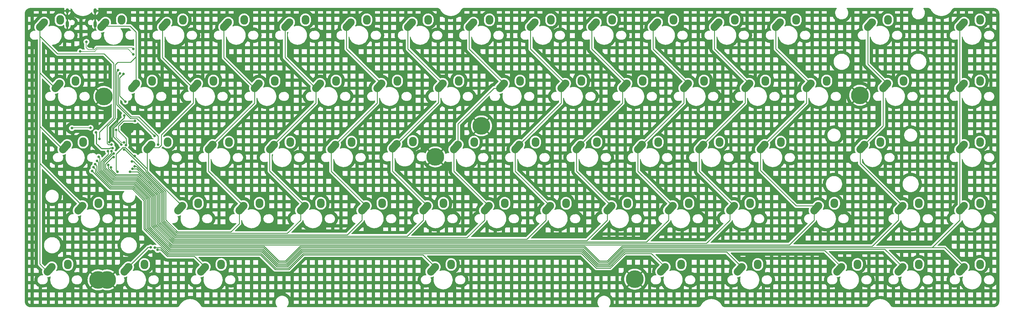
<source format=gbr>
G04 #@! TF.GenerationSoftware,KiCad,Pcbnew,(6.0.2)*
G04 #@! TF.CreationDate,2022-03-30T22:23:48+02:00*
G04 #@! TF.ProjectId,pcb,7063622e-6b69-4636-9164-5f7063625858,rev?*
G04 #@! TF.SameCoordinates,Original*
G04 #@! TF.FileFunction,Copper,L1,Top*
G04 #@! TF.FilePolarity,Positive*
%FSLAX46Y46*%
G04 Gerber Fmt 4.6, Leading zero omitted, Abs format (unit mm)*
G04 Created by KiCad (PCBNEW (6.0.2)) date 2022-03-30 22:23:48*
%MOMM*%
%LPD*%
G01*
G04 APERTURE LIST*
G04 Aperture macros list*
%AMHorizOval*
0 Thick line with rounded ends*
0 $1 width*
0 $2 $3 position (X,Y) of the first rounded end (center of the circle)*
0 $4 $5 position (X,Y) of the second rounded end (center of the circle)*
0 Add line between two ends*
20,1,$1,$2,$3,$4,$5,0*
0 Add two circle primitives to create the rounded ends*
1,1,$1,$2,$3*
1,1,$1,$4,$5*%
G04 Aperture macros list end*
G04 #@! TA.AperFunction,ComponentPad*
%ADD10C,5.500000*%
G04 #@! TD*
G04 #@! TA.AperFunction,ComponentPad*
%ADD11HorizOval,2.400000X-0.669131X-0.743145X0.669131X0.743145X0*%
G04 #@! TD*
G04 #@! TA.AperFunction,ComponentPad*
%ADD12C,2.400000*%
G04 #@! TD*
G04 #@! TA.AperFunction,ComponentPad*
%ADD13O,2.400000X2.950000*%
G04 #@! TD*
G04 #@! TA.AperFunction,ComponentPad*
%ADD14O,1.000000X1.600000*%
G04 #@! TD*
G04 #@! TA.AperFunction,ComponentPad*
%ADD15O,1.000000X2.100000*%
G04 #@! TD*
G04 #@! TA.AperFunction,ViaPad*
%ADD16C,0.800000*%
G04 #@! TD*
G04 #@! TA.AperFunction,Conductor*
%ADD17C,0.500000*%
G04 #@! TD*
G04 #@! TA.AperFunction,Conductor*
%ADD18C,0.250000*%
G04 #@! TD*
G04 #@! TA.AperFunction,Conductor*
%ADD19C,0.300000*%
G04 #@! TD*
G04 #@! TA.AperFunction,Conductor*
%ADD20C,0.200000*%
G04 #@! TD*
G04 APERTURE END LIST*
D10*
X26625000Y-85725072D03*
X142875000Y-37750000D03*
X260425000Y-28227050D03*
X25600000Y-28575024D03*
X128587608Y-47425040D03*
X190500160Y-85525000D03*
D11*
X82594131Y-6231855D03*
D12*
X83225000Y-5525000D03*
D13*
X88225000Y-4725000D03*
D11*
X273094131Y-63381855D03*
D12*
X273725000Y-62675000D03*
D13*
X278725000Y-61875000D03*
D12*
X57031250Y-81725000D03*
D11*
X56400381Y-82431855D03*
D13*
X62031250Y-80925000D03*
D12*
X178475000Y-5525000D03*
D11*
X177844131Y-6231855D03*
D13*
X183475000Y-4725000D03*
D11*
X149269131Y-25281855D03*
D12*
X149900000Y-24575000D03*
D13*
X154900000Y-23775000D03*
D11*
X134981631Y-44331855D03*
D12*
X135612500Y-43625000D03*
D13*
X140612500Y-42825000D03*
D11*
X199275381Y-82431855D03*
D12*
X199906250Y-81725000D03*
D13*
X204906250Y-80925000D03*
D12*
X292775000Y-62675000D03*
D11*
X292144131Y-63381855D03*
D13*
X297775000Y-61875000D03*
D11*
X292144131Y-44331855D03*
D12*
X292775000Y-43625000D03*
D13*
X297775000Y-42825000D03*
D11*
X106406631Y-63381855D03*
D12*
X107037500Y-62675000D03*
D13*
X112037500Y-61875000D03*
D11*
X201656631Y-63381855D03*
D12*
X202287500Y-62675000D03*
D13*
X207287500Y-61875000D03*
D12*
X26075000Y-5525000D03*
D11*
X25444131Y-6231855D03*
D13*
X31075000Y-4725000D03*
D12*
X223718750Y-81725000D03*
D11*
X223087881Y-82431855D03*
D13*
X228718750Y-80925000D03*
D11*
X8775381Y-82431855D03*
D12*
X9406250Y-81725000D03*
D13*
X14406250Y-80925000D03*
D12*
X192762500Y-43625000D03*
D11*
X192131631Y-44331855D03*
D13*
X197762500Y-42825000D03*
D11*
X87356631Y-63381855D03*
D12*
X87987500Y-62675000D03*
D13*
X92987500Y-61875000D03*
D12*
X18931250Y-62675000D03*
D11*
X18300381Y-63381855D03*
D13*
X23931250Y-61875000D03*
D11*
X173081631Y-44331855D03*
D12*
X173712500Y-43625000D03*
D13*
X178712500Y-42825000D03*
D12*
X121325000Y-5525000D03*
D11*
X120694131Y-6231855D03*
D13*
X126325000Y-4725000D03*
D11*
X32587881Y-82431855D03*
D12*
X33218750Y-81725000D03*
D13*
X38218750Y-80925000D03*
D12*
X230862500Y-43625000D03*
D11*
X230231631Y-44331855D03*
D13*
X235862500Y-42825000D03*
D11*
X215944131Y-6231855D03*
D12*
X216575000Y-5525000D03*
D13*
X221575000Y-4725000D03*
D12*
X164187500Y-62675000D03*
D11*
X163556631Y-63381855D03*
D13*
X169187500Y-61875000D03*
D12*
X126087500Y-62675000D03*
D11*
X125456631Y-63381855D03*
D13*
X131087500Y-61875000D03*
D11*
X168319131Y-25281855D03*
D12*
X168950000Y-24575000D03*
D13*
X173950000Y-23775000D03*
D11*
X158794131Y-6231855D03*
D12*
X159425000Y-5525000D03*
D13*
X164425000Y-4725000D03*
D12*
X111800000Y-24575000D03*
D11*
X111169131Y-25281855D03*
D13*
X116800000Y-23775000D03*
D11*
X13537881Y-44331855D03*
D12*
X14168750Y-43625000D03*
D13*
X19168750Y-42825000D03*
D12*
X254675000Y-81725000D03*
D11*
X254044131Y-82431855D03*
D13*
X259675000Y-80925000D03*
D12*
X292775000Y-81725000D03*
D11*
X292144131Y-82431855D03*
D13*
X297775000Y-80925000D03*
D12*
X45125000Y-5525000D03*
D11*
X44494131Y-6231855D03*
D13*
X50125000Y-4725000D03*
D12*
X35600000Y-24575000D03*
D11*
X34969131Y-25281855D03*
D13*
X40600000Y-23775000D03*
D12*
X226100000Y-24575000D03*
D11*
X225469131Y-25281855D03*
D13*
X231100000Y-23775000D03*
D12*
X97512500Y-43625000D03*
D11*
X96881631Y-44331855D03*
D13*
X102512500Y-42825000D03*
D12*
X292775000Y-24575000D03*
D11*
X292144131Y-25281855D03*
D13*
X297775000Y-23775000D03*
D11*
X6394131Y-6231855D03*
D12*
X7025000Y-5525000D03*
D13*
X12025000Y-4725000D03*
D12*
X188000000Y-24575000D03*
D11*
X187369131Y-25281855D03*
D13*
X193000000Y-23775000D03*
D12*
X197525000Y-5525000D03*
D11*
X196894131Y-6231855D03*
D13*
X202525000Y-4725000D03*
D11*
X11156631Y-25281855D03*
D12*
X11787500Y-24575000D03*
D13*
X16787500Y-23775000D03*
D11*
X92119131Y-25281855D03*
D12*
X92750000Y-24575000D03*
D13*
X97750000Y-23775000D03*
D12*
X128468750Y-81725000D03*
D11*
X127837881Y-82431855D03*
D13*
X133468750Y-80925000D03*
D11*
X63544131Y-6231855D03*
D12*
X64175000Y-5525000D03*
D13*
X69175000Y-4725000D03*
D11*
X244519131Y-25281855D03*
D12*
X245150000Y-24575000D03*
D13*
X250150000Y-23775000D03*
D12*
X211812500Y-43625000D03*
D11*
X211181631Y-44331855D03*
D13*
X216812500Y-42825000D03*
D12*
X130850000Y-24575000D03*
D11*
X130219131Y-25281855D03*
D13*
X135850000Y-23775000D03*
D12*
X154662500Y-43625000D03*
D11*
X154031631Y-44331855D03*
D13*
X159662500Y-42825000D03*
D11*
X73069131Y-25281855D03*
D12*
X73700000Y-24575000D03*
D13*
X78700000Y-23775000D03*
D11*
X139744131Y-6231855D03*
D12*
X140375000Y-5525000D03*
D13*
X145375000Y-4725000D03*
D12*
X68937500Y-62675000D03*
D11*
X68306631Y-63381855D03*
D13*
X73937500Y-61875000D03*
D11*
X115931631Y-44131895D03*
D12*
X116562500Y-43425040D03*
D13*
X121562500Y-42625040D03*
D11*
X144506631Y-63381855D03*
D12*
X145137500Y-62675000D03*
D13*
X150137500Y-61875000D03*
D12*
X59412500Y-43625000D03*
D11*
X58781631Y-44331855D03*
D13*
X64412500Y-42825000D03*
D12*
X264200000Y-5525000D03*
D11*
X263569131Y-6231855D03*
D13*
X269200000Y-4725000D03*
D12*
X235625000Y-5525000D03*
D11*
X234994131Y-6231855D03*
D13*
X240625000Y-4725000D03*
D12*
X54650000Y-24575000D03*
D11*
X54019131Y-25281855D03*
D13*
X59650000Y-23775000D03*
D11*
X220706631Y-63381855D03*
D12*
X221337500Y-62675000D03*
D13*
X226337500Y-61875000D03*
D12*
X247531250Y-62675000D03*
D11*
X246900381Y-63381855D03*
D13*
X252531250Y-61875000D03*
D11*
X268331631Y-25281855D03*
D12*
X268962500Y-24575000D03*
D13*
X273962500Y-23775000D03*
D11*
X101644131Y-6231855D03*
D12*
X102275000Y-5525000D03*
D13*
X107275000Y-4725000D03*
D11*
X49256631Y-63381855D03*
D12*
X49887500Y-62675000D03*
D13*
X54887500Y-61875000D03*
D10*
X23812500Y-85725072D03*
D11*
X206419131Y-25281855D03*
D12*
X207050000Y-24575000D03*
D13*
X212050000Y-23775000D03*
D12*
X40362500Y-43625000D03*
D11*
X39731631Y-44331855D03*
D13*
X45362500Y-42825000D03*
D11*
X261187881Y-44331855D03*
D12*
X261818750Y-43625000D03*
D13*
X266818750Y-42825000D03*
D11*
X292144131Y-6231855D03*
D12*
X292775000Y-5525000D03*
D13*
X297775000Y-4725000D03*
D11*
X182606631Y-63381855D03*
D12*
X183237500Y-62675000D03*
D13*
X188237500Y-61875000D03*
D11*
X77831631Y-44331855D03*
D12*
X78462500Y-43625000D03*
D13*
X83462500Y-42825000D03*
D12*
X273725000Y-81725000D03*
D11*
X273094131Y-82431855D03*
D13*
X278725000Y-80925000D03*
D14*
X14280000Y-1900000D03*
D15*
X14280000Y-6080000D03*
X22920000Y-6080000D03*
D14*
X22920000Y-1900000D03*
D16*
X31978249Y-37246751D03*
X29950000Y-35600000D03*
X34200000Y-30200000D03*
X44800000Y-11400000D03*
X22250000Y-13350000D03*
X20800000Y-12900000D03*
X33636460Y-38763540D03*
X27300000Y-42800000D03*
X18237500Y-14562500D03*
X34770000Y-15460000D03*
X20168750Y-11581250D03*
X34740000Y-13790000D03*
X28330000Y-44660000D03*
X23130000Y-39800000D03*
X29400000Y-39050000D03*
X31850000Y-42900000D03*
X32450000Y-43750000D03*
X35260000Y-36200000D03*
X31660000Y-21570000D03*
X32270000Y-30220000D03*
X42460000Y-43600000D03*
X30560000Y-21380000D03*
X24220000Y-41780000D03*
X27980000Y-43590000D03*
X29850000Y-52050000D03*
X35170000Y-47130000D03*
X40120000Y-75600000D03*
X31870000Y-45150000D03*
X42300000Y-76390000D03*
X34300000Y-48880000D03*
X41434511Y-75665489D03*
X35132673Y-50337327D03*
X34470000Y-51150000D03*
X33720000Y-52020000D03*
X27810000Y-50730000D03*
X26930000Y-49970000D03*
X21940000Y-51801457D03*
X28620000Y-47510000D03*
X22380000Y-50630000D03*
X28670000Y-46370000D03*
X22910000Y-49710000D03*
X27940000Y-45590000D03*
X26870000Y-45640000D03*
X23470000Y-48650000D03*
X23940000Y-47390000D03*
X15670000Y-38460000D03*
X21450000Y-38350000D03*
X31050000Y-43600000D03*
X31900000Y-34500000D03*
X41310000Y-40880000D03*
X30020000Y-20380000D03*
D17*
X22920000Y-1900000D02*
X22920000Y-6080000D01*
D18*
X29950000Y-35600000D02*
X29950000Y-36557856D01*
D19*
X21800000Y-12900000D02*
X22250000Y-13350000D01*
X20800000Y-12900000D02*
X21800000Y-12900000D01*
X33495038Y-38763540D02*
X31978249Y-37246751D01*
D18*
X29950000Y-36557856D02*
X28175969Y-38331887D01*
X28175969Y-38331887D02*
X28175969Y-41924031D01*
D17*
X14280000Y-1900000D02*
X14280000Y-6080000D01*
D18*
X28175969Y-41924031D02*
X27300000Y-42800000D01*
D19*
X33636460Y-38763540D02*
X33495038Y-38763540D01*
D20*
X18274511Y-14599511D02*
X20350489Y-14599511D01*
X18237500Y-14562500D02*
X18274511Y-14599511D01*
X20350489Y-14599511D02*
X22715495Y-14599511D01*
X22715495Y-14599511D02*
X23515486Y-13799520D01*
X33109520Y-13799520D02*
X34770000Y-15460000D01*
X31940480Y-13799520D02*
X33109520Y-13799520D01*
X31940480Y-13799520D02*
X32649520Y-13799520D01*
X23515486Y-13799520D02*
X31940480Y-13799520D01*
X20100489Y-13400489D02*
X20749511Y-14049511D01*
X34350000Y-13400000D02*
X34740000Y-13790000D01*
X20100489Y-11649511D02*
X20100489Y-13400489D01*
X20749511Y-14049511D02*
X22700489Y-14049511D01*
X23350000Y-13400000D02*
X34350000Y-13400000D01*
X22700489Y-14049511D02*
X23350000Y-13400000D01*
X20168750Y-11581250D02*
X20100489Y-11649511D01*
D19*
X23310000Y-43300000D02*
X23310000Y-39980000D01*
X28330000Y-44660000D02*
X27640000Y-44660000D01*
X23310000Y-39980000D02*
X23130000Y-39800000D01*
X24900489Y-44890489D02*
X23310000Y-43300000D01*
X27409511Y-44890489D02*
X24900489Y-44890489D01*
X27640000Y-44660000D02*
X27409511Y-44890489D01*
D20*
X29400000Y-41314282D02*
X30985718Y-42900000D01*
X29400000Y-39050000D02*
X29400000Y-41314282D01*
X30985718Y-42900000D02*
X31850000Y-42900000D01*
D18*
X30124511Y-39294511D02*
X30124511Y-37725489D01*
X32450000Y-43750000D02*
X32574511Y-43625489D01*
X32574511Y-43625489D02*
X32574511Y-41744511D01*
X32574511Y-41744511D02*
X30124511Y-39294511D01*
X31650000Y-36200000D02*
X30124511Y-37725489D01*
X35260000Y-36200000D02*
X31650000Y-36200000D01*
X30498560Y-22731440D02*
X31660000Y-21570000D01*
X30498560Y-28448560D02*
X30498560Y-23688560D01*
X30498560Y-23688560D02*
X30498560Y-22731440D01*
X32270000Y-30220000D02*
X30498560Y-28448560D01*
X30049040Y-30983322D02*
X30049040Y-21890960D01*
X34779520Y-34990480D02*
X34056198Y-34990480D01*
X34779520Y-34990480D02*
X36056198Y-34990480D01*
X42460000Y-41005386D02*
X36445094Y-34990480D01*
X36445094Y-34990480D02*
X34056198Y-34990480D01*
X34056198Y-34990480D02*
X30049040Y-30983322D01*
X42460000Y-43600000D02*
X42460000Y-41400000D01*
X30049040Y-21890960D02*
X30560000Y-21380000D01*
X42460000Y-41400000D02*
X42460000Y-41005386D01*
X5725000Y-25235000D02*
X5725000Y-47415000D01*
X28674511Y-18308533D02*
X28674511Y-35215157D01*
X5725000Y-6975000D02*
X5725000Y-9785000D01*
X11227011Y-15287011D02*
X25652989Y-15287011D01*
X5725000Y-49468750D02*
X18931250Y-62675000D01*
X5725000Y-47415000D02*
X5725000Y-80793750D01*
X28674511Y-35215157D02*
X26404834Y-37484834D01*
X5725000Y-37931250D02*
X12868750Y-45075000D01*
X5725000Y-47415000D02*
X5725000Y-49468750D01*
X5725000Y-21262500D02*
X10487500Y-26025000D01*
X24220000Y-39669668D02*
X24220000Y-41780000D01*
X5725000Y-9785000D02*
X11227011Y-15287011D01*
X26404834Y-37484834D02*
X24220000Y-39669668D01*
X25652989Y-15287011D02*
X28674511Y-18308533D01*
X5725000Y-80793750D02*
X8106250Y-83175000D01*
X5725000Y-25235000D02*
X5725000Y-37931250D01*
X5725000Y-9785000D02*
X5725000Y-25235000D01*
X5725000Y-6975000D02*
X5725000Y-21262500D01*
X27980000Y-43590000D02*
X26980000Y-43590000D01*
X35600000Y-15600000D02*
X35600000Y-16274614D01*
X29124031Y-35401355D02*
X26575489Y-37949897D01*
X33904614Y-17970000D02*
X29895386Y-17970000D01*
X35600000Y-8580000D02*
X35600000Y-15600000D01*
X35600000Y-16274614D02*
X33904614Y-17970000D01*
X33720479Y-6700479D02*
X35600000Y-8580000D01*
X29124031Y-18741355D02*
X29124031Y-35401355D01*
X35600000Y-15600000D02*
X35600000Y-24575000D01*
X25049521Y-6700479D02*
X33720479Y-6700479D01*
X26980000Y-43590000D02*
X26575489Y-43185489D01*
X26575489Y-37949897D02*
X26575489Y-43185489D01*
X29895386Y-17970000D02*
X29124031Y-18741355D01*
X24775000Y-6975000D02*
X25049521Y-6700479D01*
X29440000Y-46520000D02*
X29440000Y-50630000D01*
X43825000Y-6975000D02*
X43825000Y-16500000D01*
X32170103Y-44425489D02*
X31534511Y-44425489D01*
X43440000Y-40547500D02*
X53350000Y-30637500D01*
X31534511Y-44425489D02*
X29440000Y-46520000D01*
X29440000Y-50630000D02*
X29440000Y-51640000D01*
X34874614Y-47130000D02*
X32170103Y-44425489D01*
X29440000Y-51640000D02*
X29850000Y-52050000D01*
X53350000Y-30637500D02*
X53350000Y-26025000D01*
X40362500Y-43625000D02*
X41227500Y-44490000D01*
X33218750Y-81725000D02*
X39343750Y-75600000D01*
X42700000Y-44490000D02*
X43440000Y-43750000D01*
X39343750Y-75600000D02*
X40120000Y-75600000D01*
X39062500Y-51127446D02*
X39062500Y-51850000D01*
X35170000Y-47130000D02*
X34874614Y-47130000D01*
X35170000Y-47130000D02*
X35160000Y-47120000D01*
X49887500Y-62675000D02*
X39062500Y-51850000D01*
X41227500Y-44490000D02*
X42700000Y-44490000D01*
X35170000Y-47130000D02*
X35170000Y-47234946D01*
X39062500Y-51850000D02*
X39062500Y-45075000D01*
X43825000Y-16500000D02*
X53350000Y-26025000D01*
X35170000Y-47234946D02*
X39062500Y-51127446D01*
X43440000Y-43750000D02*
X43440000Y-40547500D01*
X62875000Y-16500000D02*
X62875000Y-6975000D01*
X68937500Y-62675000D02*
X58112500Y-51850000D01*
X67637500Y-64125000D02*
X67637500Y-68192500D01*
X72400000Y-26025000D02*
X62875000Y-16500000D01*
X58112500Y-51850000D02*
X58112500Y-45075000D01*
X53722889Y-78416639D02*
X45309443Y-78416639D01*
X43282804Y-76390000D02*
X42300000Y-76390000D01*
X38612980Y-52036197D02*
X38612980Y-51663802D01*
X59412500Y-43625000D02*
X72400000Y-30637500D01*
X57031250Y-81725000D02*
X53722889Y-78416639D01*
X44780000Y-67080000D02*
X44780000Y-58203218D01*
X45309443Y-78416639D02*
X43282804Y-76390000D01*
X67637500Y-68192500D02*
X65060000Y-70770000D01*
X39243391Y-52666609D02*
X38612980Y-52036197D01*
X38612980Y-51663802D02*
X32099178Y-45150000D01*
X72400000Y-30637500D02*
X72400000Y-26025000D01*
X48470000Y-70770000D02*
X44780000Y-67080000D01*
X32099178Y-45150000D02*
X31870000Y-45150000D01*
X65060000Y-70770000D02*
X48470000Y-70770000D01*
X44780000Y-58203218D02*
X39243391Y-52666609D01*
X87633942Y-77962319D02*
X124706069Y-77962319D01*
X83060719Y-82535540D02*
X87633942Y-77962319D01*
X87987500Y-62675000D02*
X77107021Y-51794521D01*
X81869521Y-7030479D02*
X81925000Y-6975000D01*
X124706069Y-77962319D02*
X128468750Y-81725000D01*
X82594715Y-71219520D02*
X48283802Y-71219520D01*
X44330480Y-58389416D02*
X36530532Y-50589468D01*
X78462500Y-43625000D02*
X91450000Y-30637500D01*
X86687500Y-67126735D02*
X82594715Y-71219520D01*
X81869521Y-16444521D02*
X81869521Y-7030479D01*
X41434511Y-75665489D02*
X43194011Y-75665489D01*
X91450000Y-26025000D02*
X81869521Y-16444521D01*
X91450000Y-30637500D02*
X91450000Y-26025000D01*
X44330480Y-67266197D02*
X44330480Y-58389416D01*
X86687500Y-64125000D02*
X86687500Y-67126735D01*
X74287613Y-77967120D02*
X78856035Y-82535541D01*
X77107021Y-51794521D02*
X77107021Y-45130479D01*
X34821064Y-48880000D02*
X34300000Y-48880000D01*
X48283802Y-71219520D02*
X44330480Y-67266197D01*
X36530532Y-50589468D02*
X34821064Y-48880000D01*
X78856035Y-82535541D02*
X83060719Y-82535540D01*
X45495641Y-77967119D02*
X74287613Y-77967120D01*
X43194011Y-75665489D02*
X45495641Y-77967119D01*
X77107021Y-45130479D02*
X77162500Y-45075000D01*
X107037500Y-62675000D02*
X96212500Y-51850000D01*
X105737500Y-64125000D02*
X105737500Y-67126735D01*
X100975000Y-6975000D02*
X100975000Y-13750000D01*
X43880960Y-58575614D02*
X37662673Y-52357327D01*
X105737500Y-67126735D02*
X101195195Y-71669040D01*
X96212500Y-51850000D02*
X96212500Y-45075000D01*
X37662673Y-52357327D02*
X35642673Y-50337327D01*
X35642673Y-50337327D02*
X35132673Y-50337327D01*
X43880960Y-67452394D02*
X43880960Y-65750000D01*
X81720000Y-71669040D02*
X59610000Y-71669040D01*
X100975000Y-13750000D02*
X111800000Y-24575000D01*
X101195195Y-71669040D02*
X81720000Y-71669040D01*
X43880960Y-65750000D02*
X43880960Y-58575614D01*
X48097606Y-71669040D02*
X43880960Y-67452394D01*
X59610000Y-71669040D02*
X48097606Y-71669040D01*
X110500000Y-30637500D02*
X97512500Y-43625000D01*
X110500000Y-26025000D02*
X110500000Y-30637500D01*
X77200000Y-72118560D02*
X47911409Y-72118560D01*
X126087500Y-62675000D02*
X115262500Y-51850000D01*
X43431440Y-58761812D02*
X40099814Y-55430186D01*
X101008997Y-72118560D02*
X100430000Y-72118560D01*
X120025000Y-6975000D02*
X120025000Y-13750000D01*
X115262500Y-51850000D02*
X115262500Y-44875040D01*
X35819628Y-51150000D02*
X34470000Y-51150000D01*
X129550000Y-30437540D02*
X129550000Y-26025000D01*
X124787500Y-64125000D02*
X124787500Y-67126735D01*
X119795675Y-72118560D02*
X101008997Y-72118560D01*
X116562500Y-43425040D02*
X129550000Y-30437540D01*
X43431440Y-67638591D02*
X43431440Y-66690000D01*
X40099814Y-55430186D02*
X35819628Y-51150000D01*
X124787500Y-67126735D02*
X119795675Y-72118560D01*
X100430000Y-72118560D02*
X77200000Y-72118560D01*
X120025000Y-13750000D02*
X130850000Y-24575000D01*
X43431440Y-66690000D02*
X43431440Y-58761812D01*
X44451424Y-68658576D02*
X43431440Y-67638591D01*
X47911409Y-72118560D02*
X44451424Y-68658576D01*
X36053910Y-52020000D02*
X33720000Y-52020000D01*
X42981921Y-67824789D02*
X42981920Y-66950000D01*
X139075000Y-6975000D02*
X139075000Y-13750000D01*
X135612500Y-43625000D02*
X135612500Y-37187500D01*
X42981920Y-58948010D02*
X36053910Y-52020000D01*
X145137500Y-62675000D02*
X134312500Y-51850000D01*
X138396155Y-72568080D02*
X47725212Y-72568080D01*
X139075000Y-13750000D02*
X149900000Y-24575000D01*
X134312500Y-51850000D02*
X134312500Y-45075000D01*
X135612500Y-37187500D02*
X146775000Y-26025000D01*
X143837500Y-67126735D02*
X138396155Y-72568080D01*
X42981920Y-66950000D02*
X42981920Y-58948010D01*
X146775000Y-26025000D02*
X148600000Y-26025000D01*
X143837500Y-64125000D02*
X143837500Y-67126735D01*
X47725212Y-72568080D02*
X42981921Y-67824789D01*
X162887500Y-67126735D02*
X156996635Y-73017600D01*
X167650000Y-30637500D02*
X154662500Y-43625000D01*
X167650000Y-26025000D02*
X167650000Y-30637500D01*
X36308192Y-52910000D02*
X29405718Y-52910000D01*
X158125000Y-6975000D02*
X158125000Y-13750000D01*
X162887500Y-64125000D02*
X162887500Y-67126735D01*
X153362500Y-51850000D02*
X153362500Y-45075000D01*
X42532400Y-68010986D02*
X42532400Y-59134208D01*
X29405718Y-52910000D02*
X27810000Y-51314282D01*
X164187500Y-62675000D02*
X153362500Y-51850000D01*
X47539014Y-73017600D02*
X42532400Y-68010986D01*
X27810000Y-51314282D02*
X27810000Y-50730000D01*
X156996635Y-73017600D02*
X47539014Y-73017600D01*
X158125000Y-13750000D02*
X168950000Y-24575000D01*
X42532400Y-59134208D02*
X36308192Y-52910000D01*
X177175000Y-6975000D02*
X177175000Y-13750000D01*
X181937500Y-67126735D02*
X181937500Y-64125000D01*
X26930000Y-51070000D02*
X29219520Y-53359520D01*
X42082880Y-59320406D02*
X42082880Y-68197183D01*
X186700000Y-30637500D02*
X186700000Y-26025000D01*
X36121994Y-53359520D02*
X42082880Y-59320406D01*
X26930000Y-49970000D02*
X26930000Y-51070000D01*
X177175000Y-13750000D02*
X188000000Y-24575000D01*
X183237500Y-62675000D02*
X172412500Y-51850000D01*
X29219520Y-53359520D02*
X36121994Y-53359520D01*
X47352817Y-73467120D02*
X175597115Y-73467120D01*
X175597115Y-73467120D02*
X181937500Y-67126735D01*
X173712500Y-43625000D02*
X186700000Y-30637500D01*
X172412500Y-51850000D02*
X172412500Y-45075000D01*
X42082880Y-68197183D02*
X47352817Y-73467120D01*
X35935796Y-53809040D02*
X29033322Y-53809040D01*
X28620000Y-47510000D02*
X28680000Y-47510000D01*
X41633360Y-68383380D02*
X41633360Y-59506604D01*
X38037200Y-60996188D02*
X38037200Y-69872960D01*
X27815000Y-47985000D02*
X28290000Y-47510000D01*
X46903297Y-73653317D02*
X41633360Y-68383380D01*
X47166619Y-73916640D02*
X46903297Y-73653317D01*
X26110000Y-50885718D02*
X26110000Y-49690000D01*
X87447745Y-77512799D02*
X173989011Y-77512799D01*
X200987500Y-67126735D02*
X194197595Y-73916640D01*
X34446212Y-57405200D02*
X38037200Y-60996188D01*
X181886021Y-82086021D02*
X181113979Y-82086021D01*
X182150000Y-82086021D02*
X181886021Y-82086021D01*
X82874518Y-82086021D02*
X87447745Y-77512799D01*
X199906250Y-81725000D02*
X195694050Y-77512800D01*
X187460240Y-77512800D02*
X194487200Y-77512800D01*
X205750000Y-30637500D02*
X205750000Y-26025000D01*
X181886021Y-82086021D02*
X182887021Y-82086020D01*
X191462500Y-51850000D02*
X191462500Y-45075000D01*
X179056021Y-82086021D02*
X178562233Y-82086021D01*
X74473811Y-77517600D02*
X79042233Y-82086021D01*
X173989011Y-77512799D02*
X178562233Y-82086021D01*
X182887018Y-82086021D02*
X182150000Y-82086021D01*
X27543742Y-57405200D02*
X34446212Y-57405200D01*
X28290000Y-47510000D02*
X28620000Y-47510000D01*
X41633360Y-59506604D02*
X35935796Y-53809040D01*
X38037200Y-69872960D02*
X45681839Y-77517600D01*
X26110000Y-49690000D02*
X27815000Y-47985000D01*
X29033322Y-53809040D02*
X26110000Y-50885718D01*
X175410917Y-73916640D02*
X174596640Y-73916640D01*
X174596640Y-73916640D02*
X47166619Y-73916640D01*
X195694050Y-77512800D02*
X194487200Y-77512800D01*
X45681839Y-77517600D02*
X74473811Y-77517600D01*
X192762500Y-43625000D02*
X205750000Y-30637500D01*
X182887021Y-82086020D02*
X183413665Y-81559375D01*
X79042233Y-82086021D02*
X82874518Y-82086021D01*
X183413665Y-81559375D02*
X187460240Y-77512800D01*
X202287500Y-62675000D02*
X191462500Y-51850000D01*
X194197595Y-73916640D02*
X175410917Y-73916640D01*
X200987500Y-64125000D02*
X200987500Y-67126735D01*
X181113979Y-82086021D02*
X179056021Y-82086021D01*
X21940000Y-51801457D02*
X27543742Y-57405200D01*
X196225000Y-13750000D02*
X207050000Y-24575000D01*
X196225000Y-6975000D02*
X196225000Y-13750000D01*
X28470000Y-46370000D02*
X28670000Y-46370000D01*
X46297131Y-73682869D02*
X41183840Y-68569577D01*
X224800000Y-30637500D02*
X224800000Y-26025000D01*
X182964145Y-81373178D02*
X187274043Y-77063280D01*
X41183840Y-67390000D02*
X41183840Y-59692802D01*
X40260519Y-58769481D02*
X35749598Y-54258560D01*
X28847124Y-54258560D02*
X25660480Y-51071916D01*
X38486720Y-60809990D02*
X38486720Y-69686759D01*
X210512500Y-51850000D02*
X210512500Y-45075000D01*
X41183840Y-68569577D02*
X41183840Y-67390000D01*
X41183840Y-59692802D02*
X40260519Y-58769481D01*
X220037500Y-67126735D02*
X212798075Y-74366160D01*
X27729940Y-56955680D02*
X34632410Y-56955680D01*
X178748431Y-81636501D02*
X182700823Y-81636501D01*
X215275000Y-13750000D02*
X226100000Y-24575000D01*
X25660480Y-49179520D02*
X27615000Y-47225000D01*
X22963360Y-51213360D02*
X22963360Y-52189099D01*
X182700823Y-81636501D02*
X182964145Y-81373178D01*
X220037500Y-64125000D02*
X220037500Y-67126735D01*
X193600000Y-74366160D02*
X46980421Y-74366159D01*
X174175208Y-77063279D02*
X178748431Y-81636501D01*
X22380000Y-50630000D02*
X22963360Y-51213360D01*
X35410000Y-54258560D02*
X29520000Y-54258560D01*
X25660480Y-51071916D02*
X25660480Y-49179520D01*
X211812500Y-43625000D02*
X224800000Y-30637500D01*
X82688321Y-81636501D02*
X87261547Y-77063279D01*
X87261547Y-77063279D02*
X174175208Y-77063279D01*
X219057030Y-77063280D02*
X198063280Y-77063280D01*
X34632410Y-56955680D02*
X38486720Y-60809990D01*
X35749598Y-54258560D02*
X35410000Y-54258560D01*
X27615000Y-47225000D02*
X28220000Y-46620000D01*
X79228431Y-81636501D02*
X82688321Y-81636501D01*
X215275000Y-6975000D02*
X215275000Y-13750000D01*
X221337500Y-62675000D02*
X210512500Y-51850000D01*
X223718750Y-81725000D02*
X219057030Y-77063280D01*
X212798075Y-74366160D02*
X193600000Y-74366160D01*
X46980421Y-74366159D02*
X46297131Y-73682869D01*
X29520000Y-54258560D02*
X29408560Y-54258560D01*
X38486720Y-69686759D02*
X45868037Y-77068080D01*
X29408560Y-54258560D02*
X28847124Y-54258560D01*
X45868037Y-77068080D02*
X74660009Y-77068080D01*
X187274043Y-77063280D02*
X198063280Y-77063280D01*
X22963360Y-52189099D02*
X27729940Y-56955680D01*
X27615000Y-47225000D02*
X28470000Y-46370000D01*
X74660009Y-77068080D02*
X79228431Y-81636501D01*
X74846207Y-76618560D02*
X76013824Y-77786176D01*
X234325000Y-6975000D02*
X234325000Y-13750000D01*
X40734320Y-68755774D02*
X40734320Y-59879000D01*
X27940000Y-45590000D02*
X27940000Y-45500000D01*
X26809988Y-55400012D02*
X27916137Y-56506160D01*
X26809988Y-55400012D02*
X23412880Y-52002902D01*
X79414629Y-81186981D02*
X82502124Y-81186981D01*
X249563760Y-76613760D02*
X254675000Y-81725000D01*
X38936240Y-60623792D02*
X38936240Y-69500562D01*
X247531250Y-62675000D02*
X240625000Y-62675000D01*
X182514625Y-81186981D02*
X187087846Y-76613760D01*
X46054234Y-76618560D02*
X74846207Y-76618560D01*
X28660927Y-54708080D02*
X25210960Y-51258113D01*
X174361406Y-76613759D02*
X178934628Y-81186981D01*
X240625000Y-62675000D02*
X229562500Y-51612500D01*
X82502124Y-81186981D02*
X87075349Y-76613759D01*
X246231250Y-64125000D02*
X246231250Y-67126735D01*
X34818608Y-56506160D02*
X38936240Y-60623792D01*
X230862500Y-43625000D02*
X243850000Y-30637500D01*
X187087846Y-76613760D02*
X249563760Y-76613760D01*
X246231250Y-67126735D02*
X238542305Y-74815680D01*
X178934628Y-81186981D02*
X182514625Y-81186981D01*
X27940000Y-46264282D02*
X27940000Y-45590000D01*
X87075349Y-76613759D02*
X174361406Y-76613759D01*
X25210960Y-48993322D02*
X27940000Y-46264282D01*
X23412880Y-52002902D02*
X23412880Y-50212880D01*
X234325000Y-13750000D02*
X245150000Y-24575000D01*
X243850000Y-30637500D02*
X243850000Y-26025000D01*
X46794223Y-74815679D02*
X40734320Y-68755774D01*
X25210960Y-51258113D02*
X25210960Y-48993322D01*
X27916137Y-56506160D02*
X34818608Y-56506160D01*
X76013824Y-77786176D02*
X79414629Y-81186981D01*
X38936240Y-69500562D02*
X46054234Y-76618560D01*
X23412880Y-50212880D02*
X22910000Y-49710000D01*
X40734320Y-59879000D02*
X35563400Y-54708080D01*
X229562500Y-45075000D02*
X229562500Y-51612500D01*
X238542305Y-74815680D02*
X46794223Y-74815679D01*
X35563400Y-54708080D02*
X28660927Y-54708080D01*
X28474729Y-55157600D02*
X24761440Y-51444311D01*
X24761440Y-48807124D02*
X26910000Y-46658564D01*
X46240431Y-76169039D02*
X75032405Y-76169040D01*
X23862400Y-49917600D02*
X23862400Y-51816705D01*
X39385760Y-69314365D02*
X46240431Y-76169039D01*
X267662500Y-37781250D02*
X267662500Y-26025000D01*
X81943533Y-79838421D02*
X79973222Y-79838421D01*
X35377202Y-55157600D02*
X28474729Y-55157600D01*
X182328428Y-80737461D02*
X183132945Y-79932945D01*
X273725000Y-62675000D02*
X260518750Y-49468750D01*
X264286535Y-75265200D02*
X186529254Y-75265200D01*
X35004806Y-56056640D02*
X39385760Y-60437594D01*
X181956033Y-79838421D02*
X179493221Y-79838421D01*
X186901650Y-76164240D02*
X197235760Y-76164240D01*
X39385760Y-60437594D02*
X39385760Y-69314365D01*
X26910000Y-46658564D02*
X26910000Y-45680000D01*
X75032405Y-76169040D02*
X79600827Y-80737461D01*
X40284800Y-68941971D02*
X40284800Y-60065198D01*
X272425000Y-64125000D02*
X272425000Y-67126735D01*
X261818750Y-43625000D02*
X267662500Y-37781250D01*
X183132945Y-79932945D02*
X186901650Y-76164240D01*
X47010000Y-75270000D02*
X46612827Y-75270000D01*
X47014801Y-75265199D02*
X47010000Y-75270000D01*
X262900000Y-6975000D02*
X262900000Y-18512500D01*
X86889151Y-76164239D02*
X174547604Y-76164239D01*
X26910000Y-45680000D02*
X26870000Y-45640000D01*
X174547604Y-76164239D02*
X179120826Y-80737461D01*
X186529254Y-75265200D02*
X181956033Y-79838421D01*
X179493221Y-79838421D02*
X174919999Y-75265199D01*
X23862400Y-49917600D02*
X23862400Y-49042400D01*
X174919999Y-75265199D02*
X86516755Y-75265199D01*
X79973222Y-79838421D02*
X75400000Y-75265199D01*
X24761440Y-51444311D02*
X24761440Y-48807124D01*
X179120826Y-80737461D02*
X182328428Y-80737461D01*
X79600827Y-80737461D02*
X82315927Y-80737461D01*
X40284800Y-60065198D02*
X35377202Y-55157600D01*
X273725000Y-81725000D02*
X268164240Y-76164240D01*
X86516755Y-75265199D02*
X81943533Y-79838421D01*
X46612827Y-75270000D02*
X40284800Y-68941971D01*
X262900000Y-18512500D02*
X268962500Y-24575000D01*
X75400000Y-75265199D02*
X47014801Y-75265199D01*
X260518750Y-49468750D02*
X260518750Y-45075000D01*
X23862400Y-49042400D02*
X23470000Y-48650000D01*
X268164240Y-76164240D02*
X197235760Y-76164240D01*
X82315927Y-80737461D02*
X86889151Y-76164239D01*
X23862400Y-51816705D02*
X28102334Y-56056640D01*
X272425000Y-67126735D02*
X264286535Y-75265200D01*
X28102334Y-56056640D02*
X35004806Y-56056640D01*
X174733801Y-75714719D02*
X179307023Y-80287941D01*
X28288532Y-55607120D02*
X35191004Y-55607120D01*
X282887015Y-75714720D02*
X286764720Y-75714720D01*
X292775000Y-81725000D02*
X287270000Y-76220000D01*
X24311920Y-48648080D02*
X24311920Y-47761920D01*
X75213802Y-75714719D02*
X79787024Y-80287941D01*
X24311920Y-51630508D02*
X28288532Y-55607120D01*
X291475000Y-6975000D02*
X291475000Y-26025000D01*
X24311920Y-48648080D02*
X24311920Y-51630508D01*
X291475000Y-45075000D02*
X291475000Y-64125000D01*
X46426629Y-75719519D02*
X49395199Y-75719520D01*
X35191004Y-55607120D02*
X39835280Y-60251396D01*
X179307023Y-80287941D02*
X182142231Y-80287941D01*
X82129730Y-80287941D02*
X86702953Y-75714719D01*
X268235280Y-75714720D02*
X263650000Y-75714720D01*
X291475000Y-64125000D02*
X291475000Y-67126735D01*
X182142231Y-80287941D02*
X186715452Y-75714720D01*
X39835280Y-69128168D02*
X46426629Y-75719519D01*
X291475000Y-26025000D02*
X291475000Y-45075000D01*
X79787024Y-80287941D02*
X82129730Y-80287941D01*
X291475000Y-67126735D02*
X282887015Y-75714720D01*
X286764720Y-75714720D02*
X287270000Y-76220000D01*
X39835280Y-60251396D02*
X39835280Y-69128168D01*
X86702953Y-75714719D02*
X174733801Y-75714719D01*
X186715452Y-75714720D02*
X268235280Y-75714720D01*
X282887015Y-75714720D02*
X268235280Y-75714720D01*
X49395199Y-75719520D02*
X49400000Y-75714719D01*
X24311920Y-47761920D02*
X23940000Y-47390000D01*
X49400000Y-75714719D02*
X75213802Y-75714719D01*
D20*
X21450000Y-38350000D02*
X15780000Y-38350000D01*
X15780000Y-38350000D02*
X15670000Y-38460000D01*
D19*
X31900000Y-34500000D02*
X31900000Y-35278928D01*
X28650489Y-38528439D02*
X28650489Y-41200489D01*
X31900000Y-35278928D02*
X28650489Y-38528439D01*
X28650489Y-41200489D02*
X31050000Y-43600000D01*
D18*
X35870000Y-35440000D02*
X33870000Y-35440000D01*
X41310000Y-40880000D02*
X35870000Y-35440000D01*
X33870000Y-35440000D02*
X29599520Y-31169520D01*
X29599520Y-31169520D02*
X29599520Y-20800480D01*
X29599520Y-20800480D02*
X30020000Y-20380000D01*
G04 #@! TA.AperFunction,Conductor*
G36*
X13298718Y-1052993D02*
G01*
X13345211Y-1106649D01*
X13355315Y-1176923D01*
X13348593Y-1200847D01*
X13349029Y-1200985D01*
X13291120Y-1383538D01*
X13288570Y-1395532D01*
X13272393Y-1539761D01*
X13272000Y-1546785D01*
X13272000Y-1627885D01*
X13276475Y-1643124D01*
X13277865Y-1644329D01*
X13285548Y-1646000D01*
X15269885Y-1646000D01*
X15285124Y-1641525D01*
X15286329Y-1640135D01*
X15288000Y-1632452D01*
X15288000Y-1553343D01*
X15287699Y-1547195D01*
X15274188Y-1409397D01*
X15271806Y-1397365D01*
X15248082Y-1318791D01*
X15247541Y-1247797D01*
X15285468Y-1187779D01*
X15349822Y-1157795D01*
X15426629Y-1170476D01*
X15430546Y-1172503D01*
X15433086Y-1173819D01*
X15447579Y-1182606D01*
X15542835Y-1249519D01*
X15556053Y-1260205D01*
X15641702Y-1339576D01*
X15653448Y-1352049D01*
X15689142Y-1395532D01*
X15728132Y-1443030D01*
X15728134Y-1443033D01*
X15738170Y-1457134D01*
X15818111Y-1587599D01*
X15820281Y-1591282D01*
X15865685Y-1671453D01*
X15909244Y-1748367D01*
X15914135Y-1757932D01*
X15919335Y-1769270D01*
X15922027Y-1773339D01*
X15929069Y-1783984D01*
X15933620Y-1791409D01*
X15933621Y-1791410D01*
X15940791Y-1804070D01*
X15943530Y-1807617D01*
X15943532Y-1807620D01*
X15948916Y-1814592D01*
X15954273Y-1822081D01*
X16045690Y-1960265D01*
X16051253Y-1969510D01*
X16057164Y-1980361D01*
X16060118Y-1984222D01*
X16060122Y-1984227D01*
X16067966Y-1994477D01*
X16072986Y-2001526D01*
X16078603Y-2010016D01*
X16078610Y-2010025D01*
X16081081Y-2013760D01*
X16084057Y-2017107D01*
X16084060Y-2017111D01*
X16089821Y-2023591D01*
X16095712Y-2030729D01*
X16195347Y-2160917D01*
X16201556Y-2169795D01*
X16208124Y-2180107D01*
X16219948Y-2193544D01*
X16225419Y-2200208D01*
X16231677Y-2208385D01*
X16234402Y-2211946D01*
X16237598Y-2215078D01*
X16237604Y-2215085D01*
X16243703Y-2221062D01*
X16250100Y-2227813D01*
X16357454Y-2349816D01*
X16364274Y-2358277D01*
X16371461Y-2368027D01*
X16374915Y-2371452D01*
X16374922Y-2371460D01*
X16384250Y-2380710D01*
X16390120Y-2386940D01*
X16397002Y-2394761D01*
X16397008Y-2394767D01*
X16399970Y-2398133D01*
X16403378Y-2401044D01*
X16403383Y-2401049D01*
X16409794Y-2406525D01*
X16416672Y-2412857D01*
X16531236Y-2526455D01*
X16538656Y-2534479D01*
X16543278Y-2539935D01*
X16543282Y-2539939D01*
X16546420Y-2543643D01*
X16550090Y-2546819D01*
X16550103Y-2546833D01*
X16560126Y-2555509D01*
X16566372Y-2561296D01*
X16572119Y-2566994D01*
X16577026Y-2571859D01*
X16587313Y-2579501D01*
X16594626Y-2585369D01*
X16715995Y-2690423D01*
X16723961Y-2697948D01*
X16728869Y-2703007D01*
X16728875Y-2703012D01*
X16732262Y-2706503D01*
X16736153Y-2709436D01*
X16736156Y-2709439D01*
X16746768Y-2717439D01*
X16753386Y-2722788D01*
X16761400Y-2729725D01*
X16761406Y-2729729D01*
X16764796Y-2732664D01*
X16768566Y-2735087D01*
X16768569Y-2735089D01*
X16775515Y-2739553D01*
X16783245Y-2744940D01*
X16910953Y-2841222D01*
X16919424Y-2848207D01*
X16928252Y-2856158D01*
X16932334Y-2858825D01*
X16932337Y-2858827D01*
X16943523Y-2866135D01*
X16950465Y-2871011D01*
X16957166Y-2876063D01*
X16962536Y-2880112D01*
X16966459Y-2882275D01*
X16966463Y-2882277D01*
X16973635Y-2886230D01*
X16981724Y-2891092D01*
X17115416Y-2978434D01*
X17124341Y-2984837D01*
X17133664Y-2992161D01*
X17149591Y-3001100D01*
X17156815Y-3005481D01*
X17165745Y-3011315D01*
X17165750Y-3011318D01*
X17169502Y-3013769D01*
X17173565Y-3015664D01*
X17173570Y-3015667D01*
X17180989Y-3019128D01*
X17189391Y-3023438D01*
X17237418Y-3050393D01*
X17324493Y-3099263D01*
X17328628Y-3101584D01*
X17337959Y-3107369D01*
X17343752Y-3111321D01*
X17343761Y-3111326D01*
X17347775Y-3114064D01*
X17352174Y-3116157D01*
X17364245Y-3121901D01*
X17371755Y-3125789D01*
X17384963Y-3133202D01*
X17396796Y-3137781D01*
X17405453Y-3141509D01*
X17549910Y-3210247D01*
X17559579Y-3215374D01*
X17569862Y-3221415D01*
X17586775Y-3228105D01*
X17594554Y-3231490D01*
X17597734Y-3233003D01*
X17608183Y-3237975D01*
X17612467Y-3239309D01*
X17620349Y-3241764D01*
X17629232Y-3244899D01*
X17778486Y-3303937D01*
X17788458Y-3308390D01*
X17799196Y-3313756D01*
X17806421Y-3316062D01*
X17816442Y-3319261D01*
X17824470Y-3322126D01*
X17834265Y-3326000D01*
X17838434Y-3327649D01*
X17850908Y-3330628D01*
X17859928Y-3333141D01*
X18013665Y-3382212D01*
X18023864Y-3385960D01*
X18035039Y-3390625D01*
X18052549Y-3394928D01*
X18060779Y-3397250D01*
X18070700Y-3400417D01*
X18070703Y-3400418D01*
X18074977Y-3401782D01*
X18079400Y-3402526D01*
X18079403Y-3402527D01*
X18087700Y-3403923D01*
X18096860Y-3405816D01*
X18254668Y-3444594D01*
X18265072Y-3447631D01*
X18276643Y-3451556D01*
X18281435Y-3452391D01*
X18281438Y-3452392D01*
X18294256Y-3454626D01*
X18302691Y-3456395D01*
X18317064Y-3459927D01*
X18330054Y-3461214D01*
X18339244Y-3462469D01*
X18500754Y-3490621D01*
X18511300Y-3492928D01*
X18523230Y-3496080D01*
X18539456Y-3497770D01*
X18540910Y-3497922D01*
X18549485Y-3499115D01*
X18559511Y-3500862D01*
X18559512Y-3500862D01*
X18563935Y-3501633D01*
X18577080Y-3502032D01*
X18586300Y-3502650D01*
X18717027Y-3516269D01*
X18751146Y-3519824D01*
X18761754Y-3521389D01*
X18774011Y-3523734D01*
X18778887Y-3523903D01*
X18791634Y-3524345D01*
X18800321Y-3524947D01*
X18810337Y-3525990D01*
X18810341Y-3525990D01*
X18814803Y-3526455D01*
X18819278Y-3526283D01*
X18819284Y-3526283D01*
X18828084Y-3525944D01*
X18837294Y-3525927D01*
X19004929Y-3531738D01*
X19015622Y-3532565D01*
X19023216Y-3533479D01*
X19023220Y-3533479D01*
X19028053Y-3534061D01*
X19045650Y-3533451D01*
X19054361Y-3533451D01*
X19062805Y-3533744D01*
X19064396Y-3533799D01*
X19064397Y-3533799D01*
X19068869Y-3533954D01*
X19073309Y-3533474D01*
X19073322Y-3533474D01*
X19082130Y-3532522D01*
X19091289Y-3531870D01*
X19258948Y-3526059D01*
X19269682Y-3526145D01*
X19282133Y-3526776D01*
X19286979Y-3526271D01*
X19286984Y-3526271D01*
X19299686Y-3524948D01*
X19308373Y-3524346D01*
X19312587Y-3524200D01*
X19322910Y-3523842D01*
X19336016Y-3521500D01*
X19345089Y-3520218D01*
X19509928Y-3503045D01*
X19520700Y-3502388D01*
X19533030Y-3502165D01*
X19550531Y-3499115D01*
X19559107Y-3497922D01*
X19569253Y-3496865D01*
X19569254Y-3496865D01*
X19573706Y-3496401D01*
X19586468Y-3493196D01*
X19595510Y-3491275D01*
X19757031Y-3463121D01*
X19767781Y-3461721D01*
X19775095Y-3461087D01*
X19775100Y-3461086D01*
X19779945Y-3460666D01*
X19797328Y-3456395D01*
X19805722Y-3454634D01*
X19820322Y-3452089D01*
X19832735Y-3448047D01*
X19841656Y-3445502D01*
X19999455Y-3406725D01*
X20010131Y-3404587D01*
X20017274Y-3403475D01*
X20017280Y-3403474D01*
X20022087Y-3402725D01*
X20026718Y-3401247D01*
X20026730Y-3401244D01*
X20039251Y-3397247D01*
X20047499Y-3394920D01*
X20057609Y-3392436D01*
X20057617Y-3392433D01*
X20061969Y-3391364D01*
X20066134Y-3389685D01*
X20073934Y-3386541D01*
X20082728Y-3383369D01*
X20086912Y-3382033D01*
X20236469Y-3334297D01*
X20246990Y-3331436D01*
X20258701Y-3328790D01*
X20275550Y-3322125D01*
X20283570Y-3319263D01*
X20283577Y-3319261D01*
X20285501Y-3318647D01*
X20293600Y-3316062D01*
X20293605Y-3316060D01*
X20297869Y-3314699D01*
X20301899Y-3312746D01*
X20301902Y-3312745D01*
X20309390Y-3309116D01*
X20317986Y-3305339D01*
X20467251Y-3246297D01*
X20477609Y-3242713D01*
X20484365Y-3240699D01*
X20484368Y-3240698D01*
X20489035Y-3239307D01*
X20493430Y-3237216D01*
X20505460Y-3231492D01*
X20513245Y-3228105D01*
X20523104Y-3224205D01*
X20523109Y-3224202D01*
X20527274Y-3222555D01*
X20538337Y-3216237D01*
X20546678Y-3211879D01*
X20562141Y-3204521D01*
X20691147Y-3143136D01*
X20701211Y-3138875D01*
X20712352Y-3134719D01*
X20728241Y-3125801D01*
X20735772Y-3121901D01*
X20749444Y-3115396D01*
X20760017Y-3108372D01*
X20768063Y-3103451D01*
X20907322Y-3025292D01*
X20917113Y-3020346D01*
X20923474Y-3017473D01*
X20923478Y-3017471D01*
X20927919Y-3015465D01*
X20943200Y-3005482D01*
X20950444Y-3001090D01*
X20953197Y-2999545D01*
X20963650Y-2993678D01*
X20967213Y-2990949D01*
X20967217Y-2990946D01*
X20973704Y-2985977D01*
X20981408Y-2980521D01*
X21115097Y-2893180D01*
X21124546Y-2887579D01*
X21135007Y-2881979D01*
X21138883Y-2879057D01*
X21138892Y-2879051D01*
X21148541Y-2871775D01*
X21149563Y-2871004D01*
X21156507Y-2866127D01*
X21169171Y-2857854D01*
X21174815Y-2852895D01*
X21178704Y-2849477D01*
X21186019Y-2843520D01*
X21313744Y-2747225D01*
X21322758Y-2741025D01*
X21332880Y-2734692D01*
X21346646Y-2722777D01*
X21353234Y-2717452D01*
X21365281Y-2708369D01*
X21374246Y-2699353D01*
X21381131Y-2692928D01*
X21502513Y-2587860D01*
X21511071Y-2581079D01*
X21520791Y-2574041D01*
X21533650Y-2561290D01*
X21539907Y-2555492D01*
X21547861Y-2548608D01*
X21547864Y-2548605D01*
X21551255Y-2545670D01*
X21559654Y-2535997D01*
X21566071Y-2529142D01*
X21578629Y-2516690D01*
X21680639Y-2415542D01*
X21688689Y-2408221D01*
X21694258Y-2403580D01*
X21694261Y-2403577D01*
X21697999Y-2400462D01*
X21709909Y-2386927D01*
X21715764Y-2380712D01*
X21725375Y-2371182D01*
X21787825Y-2337420D01*
X21858619Y-2342782D01*
X21915276Y-2385566D01*
X21934715Y-2424233D01*
X21981769Y-2580079D01*
X21986441Y-2591416D01*
X22073460Y-2755077D01*
X22080249Y-2765294D01*
X22197397Y-2908933D01*
X22206041Y-2917637D01*
X22348856Y-3035784D01*
X22359027Y-3042644D01*
X22522076Y-3130804D01*
X22533381Y-3135556D01*
X22648692Y-3171250D01*
X22662795Y-3171456D01*
X22666000Y-3164701D01*
X22666000Y-3157924D01*
X23174000Y-3157924D01*
X23177973Y-3171455D01*
X23185768Y-3172575D01*
X23293521Y-3140862D01*
X23304889Y-3136269D01*
X23469154Y-3050393D01*
X23479415Y-3043679D01*
X23623873Y-2927532D01*
X23632632Y-2918954D01*
X23723808Y-2810295D01*
X26524992Y-2810295D01*
X26529929Y-2810991D01*
X28050992Y-2810991D01*
X28050992Y-2030991D01*
X26524992Y-2030991D01*
X26524992Y-2810295D01*
X23723808Y-2810295D01*
X23751778Y-2776961D01*
X23758708Y-2766841D01*
X23848002Y-2604415D01*
X23852834Y-2593142D01*
X23908880Y-2416462D01*
X23911430Y-2404468D01*
X23927607Y-2260239D01*
X23928000Y-2253215D01*
X23928000Y-2172115D01*
X23923525Y-2156876D01*
X23922135Y-2155671D01*
X23914452Y-2154000D01*
X23192115Y-2154000D01*
X23176876Y-2158475D01*
X23175671Y-2159865D01*
X23174000Y-2167548D01*
X23174000Y-3157924D01*
X22666000Y-3157924D01*
X22666000Y-1772000D01*
X22686002Y-1703879D01*
X22739658Y-1657386D01*
X22792000Y-1646000D01*
X23909885Y-1646000D01*
X23925124Y-1641525D01*
X23926329Y-1640135D01*
X23928000Y-1632452D01*
X23928000Y-1553343D01*
X23927699Y-1547195D01*
X23914188Y-1409397D01*
X23911805Y-1397362D01*
X23858232Y-1219923D01*
X23852908Y-1207005D01*
X23845442Y-1136402D01*
X23877333Y-1072971D01*
X23938454Y-1036851D01*
X23969401Y-1032991D01*
X129205101Y-1032991D01*
X129213797Y-1033291D01*
X129355404Y-1043088D01*
X129372562Y-1045469D01*
X129424795Y-1056420D01*
X129487772Y-1069624D01*
X129504263Y-1074272D01*
X129568345Y-1097139D01*
X129607049Y-1110950D01*
X129614231Y-1113513D01*
X129629818Y-1120293D01*
X129733201Y-1173822D01*
X129747688Y-1182606D01*
X129842944Y-1249519D01*
X129856162Y-1260205D01*
X129941811Y-1339576D01*
X129953557Y-1352049D01*
X129989251Y-1395532D01*
X130027117Y-1441661D01*
X130028239Y-1443028D01*
X130038281Y-1457137D01*
X130118150Y-1587486D01*
X130118186Y-1587544D01*
X130120388Y-1591282D01*
X130209354Y-1748372D01*
X130214244Y-1757935D01*
X130215124Y-1759853D01*
X130219444Y-1769272D01*
X130229182Y-1783991D01*
X130233729Y-1791410D01*
X130238685Y-1800162D01*
X130238690Y-1800170D01*
X130240899Y-1804070D01*
X130243640Y-1807620D01*
X130243647Y-1807630D01*
X130249019Y-1814587D01*
X130254377Y-1822076D01*
X130345807Y-1960279D01*
X130351362Y-1969510D01*
X130357272Y-1980359D01*
X130360225Y-1984218D01*
X130360228Y-1984222D01*
X130368070Y-1994468D01*
X130373088Y-2001514D01*
X130381191Y-2013762D01*
X130389947Y-2023612D01*
X130395820Y-2030727D01*
X130411653Y-2051416D01*
X130495457Y-2160919D01*
X130501665Y-2169796D01*
X130508234Y-2180109D01*
X130520056Y-2193544D01*
X130525515Y-2200193D01*
X130531784Y-2208385D01*
X130531786Y-2208387D01*
X130534509Y-2211945D01*
X130542598Y-2219872D01*
X130543819Y-2221069D01*
X130550203Y-2227805D01*
X130657564Y-2349816D01*
X130664387Y-2358281D01*
X130671570Y-2368027D01*
X130684365Y-2380714D01*
X130690223Y-2386932D01*
X130700080Y-2398134D01*
X130707495Y-2404468D01*
X130709903Y-2406525D01*
X130716782Y-2412858D01*
X130831350Y-2526460D01*
X130838765Y-2534478D01*
X130846528Y-2543642D01*
X130850212Y-2546831D01*
X130850220Y-2546839D01*
X130860234Y-2555508D01*
X130866480Y-2561295D01*
X130873951Y-2568703D01*
X130873959Y-2568710D01*
X130877135Y-2571859D01*
X130880732Y-2574531D01*
X130880733Y-2574532D01*
X130887414Y-2579495D01*
X130894734Y-2585368D01*
X131016104Y-2690423D01*
X131024068Y-2697947D01*
X131028980Y-2703010D01*
X131028985Y-2703014D01*
X131032370Y-2706503D01*
X131046904Y-2717460D01*
X131053493Y-2722786D01*
X131064904Y-2732663D01*
X131068675Y-2735087D01*
X131068678Y-2735089D01*
X131075608Y-2739543D01*
X131083335Y-2744928D01*
X131211073Y-2841232D01*
X131219544Y-2848217D01*
X131228361Y-2856158D01*
X131232434Y-2858819D01*
X131232438Y-2858822D01*
X131243620Y-2866127D01*
X131250557Y-2870999D01*
X131262644Y-2880112D01*
X131273766Y-2886243D01*
X131281842Y-2891098D01*
X131415532Y-2978440D01*
X131424447Y-2984835D01*
X131433773Y-2992161D01*
X131449691Y-3001095D01*
X131456924Y-3005481D01*
X131469612Y-3013770D01*
X131473675Y-3015665D01*
X131473678Y-3015667D01*
X131481101Y-3019130D01*
X131489490Y-3023432D01*
X131628756Y-3101595D01*
X131638068Y-3107369D01*
X131643861Y-3111321D01*
X131643870Y-3111326D01*
X131647884Y-3114064D01*
X131652283Y-3116157D01*
X131664354Y-3121901D01*
X131671864Y-3125789D01*
X131685072Y-3133202D01*
X131696905Y-3137781D01*
X131705562Y-3141509D01*
X131850019Y-3210247D01*
X131859688Y-3215374D01*
X131869971Y-3221415D01*
X131886884Y-3228105D01*
X131894663Y-3231490D01*
X131897843Y-3233003D01*
X131908292Y-3237975D01*
X131912576Y-3239309D01*
X131920458Y-3241764D01*
X131929341Y-3244899D01*
X132078595Y-3303937D01*
X132088567Y-3308390D01*
X132099305Y-3313756D01*
X132106530Y-3316062D01*
X132116551Y-3319261D01*
X132124579Y-3322126D01*
X132134374Y-3326000D01*
X132138543Y-3327649D01*
X132151017Y-3330628D01*
X132160037Y-3333141D01*
X132313774Y-3382212D01*
X132323973Y-3385960D01*
X132335148Y-3390625D01*
X132352658Y-3394928D01*
X132360888Y-3397250D01*
X132370809Y-3400417D01*
X132370812Y-3400418D01*
X132375086Y-3401782D01*
X132379509Y-3402526D01*
X132379516Y-3402528D01*
X132387811Y-3403924D01*
X132396966Y-3405816D01*
X132554775Y-3444594D01*
X132565181Y-3447631D01*
X132576751Y-3451556D01*
X132587707Y-3453466D01*
X132594364Y-3454626D01*
X132602799Y-3456395D01*
X132617172Y-3459927D01*
X132630162Y-3461214D01*
X132639352Y-3462469D01*
X132800862Y-3490621D01*
X132811408Y-3492928D01*
X132823338Y-3496080D01*
X132839564Y-3497770D01*
X132841018Y-3497922D01*
X132849593Y-3499115D01*
X132859619Y-3500862D01*
X132859620Y-3500862D01*
X132864043Y-3501633D01*
X132877188Y-3502032D01*
X132886408Y-3502650D01*
X133017135Y-3516269D01*
X133051254Y-3519824D01*
X133061862Y-3521389D01*
X133074119Y-3523734D01*
X133078995Y-3523903D01*
X133091742Y-3524345D01*
X133100429Y-3524947D01*
X133110445Y-3525990D01*
X133110449Y-3525990D01*
X133114911Y-3526455D01*
X133119386Y-3526283D01*
X133119392Y-3526283D01*
X133128192Y-3525944D01*
X133137402Y-3525927D01*
X133305037Y-3531738D01*
X133315730Y-3532565D01*
X133323324Y-3533479D01*
X133323328Y-3533479D01*
X133328161Y-3534061D01*
X133345758Y-3533451D01*
X133354469Y-3533451D01*
X133362913Y-3533744D01*
X133364504Y-3533799D01*
X133364505Y-3533799D01*
X133368977Y-3533954D01*
X133373417Y-3533474D01*
X133373430Y-3533474D01*
X133382238Y-3532522D01*
X133391397Y-3531870D01*
X133559056Y-3526059D01*
X133569790Y-3526145D01*
X133582241Y-3526776D01*
X133587087Y-3526271D01*
X133587092Y-3526271D01*
X133599794Y-3524948D01*
X133608481Y-3524346D01*
X133612695Y-3524200D01*
X133623018Y-3523842D01*
X133636124Y-3521500D01*
X133645197Y-3520218D01*
X133810036Y-3503045D01*
X133820808Y-3502388D01*
X133833138Y-3502165D01*
X133850639Y-3499115D01*
X133859215Y-3497922D01*
X133869361Y-3496865D01*
X133869362Y-3496865D01*
X133873814Y-3496401D01*
X133886576Y-3493196D01*
X133895618Y-3491275D01*
X134057139Y-3463121D01*
X134067889Y-3461721D01*
X134075211Y-3461086D01*
X134075212Y-3461086D01*
X134080053Y-3460666D01*
X134084768Y-3459507D01*
X134084777Y-3459506D01*
X134097424Y-3456398D01*
X134105855Y-3454630D01*
X134116006Y-3452861D01*
X134116017Y-3452858D01*
X134120430Y-3452089D01*
X134132838Y-3448048D01*
X134141779Y-3445498D01*
X134176424Y-3436985D01*
X134212866Y-3428030D01*
X134299569Y-3406725D01*
X134310246Y-3404586D01*
X134317388Y-3403474D01*
X134317391Y-3403473D01*
X134322196Y-3402725D01*
X134339351Y-3397249D01*
X134347588Y-3394926D01*
X134362078Y-3391365D01*
X134366231Y-3389691D01*
X134366240Y-3389688D01*
X134374051Y-3386539D01*
X134382845Y-3383367D01*
X134406024Y-3375968D01*
X134536576Y-3334298D01*
X134547107Y-3331434D01*
X134558810Y-3328790D01*
X134575659Y-3322125D01*
X134583679Y-3319263D01*
X134583686Y-3319261D01*
X134585610Y-3318647D01*
X134593709Y-3316062D01*
X134593714Y-3316060D01*
X134597978Y-3314699D01*
X134602008Y-3312746D01*
X134602011Y-3312745D01*
X134609499Y-3309116D01*
X134618095Y-3305339D01*
X134767360Y-3246297D01*
X134777718Y-3242713D01*
X134784474Y-3240699D01*
X134784477Y-3240698D01*
X134789144Y-3239307D01*
X134793539Y-3237216D01*
X134805569Y-3231492D01*
X134813354Y-3228105D01*
X134823213Y-3224205D01*
X134823218Y-3224202D01*
X134827383Y-3222555D01*
X134838446Y-3216237D01*
X134846787Y-3211879D01*
X134862250Y-3204521D01*
X134991256Y-3143136D01*
X135001320Y-3138875D01*
X135012461Y-3134719D01*
X135028350Y-3125801D01*
X135035881Y-3121901D01*
X135049553Y-3115396D01*
X135060126Y-3108372D01*
X135068172Y-3103451D01*
X135207431Y-3025292D01*
X135217222Y-3020346D01*
X135223583Y-3017473D01*
X135223587Y-3017471D01*
X135228028Y-3015465D01*
X135243309Y-3005482D01*
X135250553Y-3001090D01*
X135253306Y-2999545D01*
X135263759Y-2993678D01*
X135267322Y-2990949D01*
X135267326Y-2990946D01*
X135273813Y-2985977D01*
X135281517Y-2980521D01*
X135415206Y-2893180D01*
X135424655Y-2887579D01*
X135435116Y-2881979D01*
X135438992Y-2879057D01*
X135439001Y-2879051D01*
X135448650Y-2871775D01*
X135449672Y-2871004D01*
X135456616Y-2866127D01*
X135469280Y-2857854D01*
X135474924Y-2852895D01*
X135478813Y-2849477D01*
X135486128Y-2843520D01*
X135529274Y-2810991D01*
X137580992Y-2810991D01*
X139106992Y-2810991D01*
X139106992Y-2795695D01*
X140104992Y-2795695D01*
X140144110Y-2792256D01*
X140148880Y-2791928D01*
X140408497Y-2779004D01*
X140413275Y-2778857D01*
X140469881Y-2778189D01*
X140474664Y-2778223D01*
X140493771Y-2778723D01*
X140498551Y-2778939D01*
X140555072Y-2782569D01*
X140559838Y-2782966D01*
X140818422Y-2809460D01*
X140823170Y-2810038D01*
X140829929Y-2810991D01*
X141630992Y-2810991D01*
X142628992Y-2810991D01*
X143220756Y-2810991D01*
X143275101Y-2737414D01*
X143278012Y-2733624D01*
X143313336Y-2689411D01*
X143316391Y-2685733D01*
X143328880Y-2671263D01*
X143332075Y-2667700D01*
X143370698Y-2626244D01*
X143374026Y-2622805D01*
X143558311Y-2439483D01*
X143561765Y-2436175D01*
X143603399Y-2397790D01*
X143606977Y-2394615D01*
X143621511Y-2382202D01*
X143625206Y-2379166D01*
X143669622Y-2344057D01*
X143673429Y-2341163D01*
X143883322Y-2187825D01*
X143887238Y-2185077D01*
X143934206Y-2153427D01*
X143938223Y-2150830D01*
X143954468Y-2140758D01*
X143958581Y-2138315D01*
X144007794Y-2110331D01*
X144011993Y-2108047D01*
X144154992Y-2033765D01*
X144154992Y-2030991D01*
X142628992Y-2030991D01*
X142628992Y-2810991D01*
X141630992Y-2810991D01*
X141630992Y-2030991D01*
X140104992Y-2030991D01*
X140104992Y-2795695D01*
X139106992Y-2795695D01*
X139106992Y-2030991D01*
X137580992Y-2030991D01*
X137580992Y-2810991D01*
X135529274Y-2810991D01*
X135613853Y-2747225D01*
X135622867Y-2741025D01*
X135632989Y-2734692D01*
X135646755Y-2722777D01*
X135653343Y-2717452D01*
X135665390Y-2708369D01*
X135674355Y-2699353D01*
X135681240Y-2692928D01*
X135802622Y-2587860D01*
X135811180Y-2581079D01*
X135820900Y-2574041D01*
X135833759Y-2561290D01*
X135840016Y-2555492D01*
X135847970Y-2548608D01*
X135847973Y-2548605D01*
X135851364Y-2545670D01*
X135859763Y-2535997D01*
X135866180Y-2529142D01*
X135878738Y-2516690D01*
X135980748Y-2415542D01*
X135988798Y-2408221D01*
X135994367Y-2403580D01*
X135994370Y-2403577D01*
X135998108Y-2400462D01*
X136010018Y-2386927D01*
X136015886Y-2380699D01*
X136023276Y-2373371D01*
X136026464Y-2370210D01*
X136034247Y-2359917D01*
X136040152Y-2352681D01*
X136047741Y-2344057D01*
X136147511Y-2230671D01*
X136155017Y-2222848D01*
X136160320Y-2217776D01*
X136160324Y-2217772D01*
X136163843Y-2214406D01*
X136174715Y-2200201D01*
X136180176Y-2193549D01*
X136186993Y-2185801D01*
X136189954Y-2182436D01*
X136197098Y-2171517D01*
X136202460Y-2163947D01*
X136302098Y-2033757D01*
X136309011Y-2025484D01*
X136314049Y-2019954D01*
X136314052Y-2019950D01*
X136317335Y-2016347D01*
X136320022Y-2012286D01*
X136320027Y-2012279D01*
X136327149Y-2001514D01*
X136332172Y-1994460D01*
X136338356Y-1986380D01*
X136341080Y-1982821D01*
X136343277Y-1978903D01*
X136347513Y-1971348D01*
X136352331Y-1963449D01*
X136443765Y-1825240D01*
X136450063Y-1816549D01*
X136457808Y-1806769D01*
X136461550Y-1800162D01*
X136466502Y-1791419D01*
X136471054Y-1783993D01*
X136476605Y-1775603D01*
X136476612Y-1775590D01*
X136479082Y-1771857D01*
X136484766Y-1759853D01*
X136489008Y-1751679D01*
X136513561Y-1708327D01*
X136579883Y-1591222D01*
X136582085Y-1587486D01*
X136661945Y-1457151D01*
X136671991Y-1443036D01*
X136746679Y-1352049D01*
X136758425Y-1339575D01*
X136844072Y-1260205D01*
X136857290Y-1249519D01*
X136859742Y-1247797D01*
X136952548Y-1182605D01*
X136967040Y-1173818D01*
X136981846Y-1166152D01*
X137070417Y-1120293D01*
X137085989Y-1113519D01*
X137195975Y-1074271D01*
X137212465Y-1069624D01*
X137327679Y-1045468D01*
X137344838Y-1043087D01*
X137486438Y-1033291D01*
X137495134Y-1032991D01*
X253133538Y-1032991D01*
X253201659Y-1052993D01*
X253248152Y-1106649D01*
X253258256Y-1176923D01*
X253232828Y-1236563D01*
X253104617Y-1400665D01*
X253041798Y-1509470D01*
X252965556Y-1641525D01*
X252962490Y-1646835D01*
X252960840Y-1650919D01*
X252960837Y-1650925D01*
X252890410Y-1825240D01*
X252856008Y-1910389D01*
X252854944Y-1914658D01*
X252854943Y-1914660D01*
X252825247Y-2033765D01*
X252787241Y-2186198D01*
X252786782Y-2190568D01*
X252786781Y-2190572D01*
X252761235Y-2433624D01*
X252757528Y-2468894D01*
X252757681Y-2473282D01*
X252757681Y-2473288D01*
X252767197Y-2745778D01*
X252767448Y-2752973D01*
X252768210Y-2757296D01*
X252768211Y-2757303D01*
X252799502Y-2934762D01*
X252816808Y-3032907D01*
X252818163Y-3037078D01*
X252818165Y-3037085D01*
X252878639Y-3223202D01*
X252904647Y-3303247D01*
X252906575Y-3307200D01*
X252906577Y-3307205D01*
X252954073Y-3404586D01*
X253029255Y-3558731D01*
X253031710Y-3562370D01*
X253031713Y-3562376D01*
X253185747Y-3790741D01*
X253185752Y-3790748D01*
X253188207Y-3794387D01*
X253191151Y-3797656D01*
X253191152Y-3797658D01*
X253364419Y-3990091D01*
X253378409Y-4005628D01*
X253596159Y-4188342D01*
X253658470Y-4227278D01*
X253831063Y-4335126D01*
X253837219Y-4338973D01*
X253980620Y-4402819D01*
X254078801Y-4446532D01*
X254096897Y-4454589D01*
X254111795Y-4458861D01*
X254365242Y-4531536D01*
X254370138Y-4532940D01*
X254374488Y-4533551D01*
X254374491Y-4533552D01*
X254424165Y-4540533D01*
X254651624Y-4572500D01*
X254864726Y-4572500D01*
X254866911Y-4572347D01*
X254866917Y-4572347D01*
X255072925Y-4557942D01*
X255072930Y-4557941D01*
X255077310Y-4557635D01*
X255355351Y-4498535D01*
X255359482Y-4497031D01*
X255359487Y-4497030D01*
X255533184Y-4433809D01*
X255622461Y-4401315D01*
X255712454Y-4353465D01*
X255869549Y-4269937D01*
X255869555Y-4269933D01*
X255873441Y-4267867D01*
X255877001Y-4265281D01*
X255877005Y-4265278D01*
X256099843Y-4103376D01*
X256099846Y-4103374D01*
X256103406Y-4100787D01*
X256140269Y-4065189D01*
X256304718Y-3906383D01*
X256304721Y-3906379D01*
X256307880Y-3903329D01*
X256482883Y-3679335D01*
X256574007Y-3521504D01*
X256622805Y-3436985D01*
X256622808Y-3436980D01*
X256625010Y-3433165D01*
X256626660Y-3429081D01*
X256626663Y-3429075D01*
X256729843Y-3173693D01*
X256729844Y-3173690D01*
X256731492Y-3169611D01*
X256740786Y-3132337D01*
X256799194Y-2898073D01*
X256800259Y-2893802D01*
X256801055Y-2886235D01*
X256808963Y-2810991D01*
X258732992Y-2810991D01*
X260258992Y-2810991D01*
X261256992Y-2810991D01*
X262782992Y-2810991D01*
X263780992Y-2810991D01*
X263823243Y-2810991D01*
X263823678Y-2810902D01*
X263828385Y-2810032D01*
X263884276Y-2800806D01*
X263889009Y-2800117D01*
X263907972Y-2797722D01*
X263912725Y-2797213D01*
X263969110Y-2792256D01*
X263973880Y-2791928D01*
X264233497Y-2779004D01*
X264238275Y-2778857D01*
X264294881Y-2778189D01*
X264299664Y-2778223D01*
X264318771Y-2778723D01*
X264323551Y-2778939D01*
X264380072Y-2782569D01*
X264384838Y-2782966D01*
X264643422Y-2809460D01*
X264648170Y-2810038D01*
X264654929Y-2810991D01*
X265306992Y-2810991D01*
X266304992Y-2810991D01*
X267045756Y-2810991D01*
X267100101Y-2737414D01*
X267103012Y-2733624D01*
X267138336Y-2689411D01*
X267141391Y-2685733D01*
X267153880Y-2671263D01*
X267157075Y-2667700D01*
X267195698Y-2626244D01*
X267199026Y-2622805D01*
X267383311Y-2439483D01*
X267386765Y-2436175D01*
X267428399Y-2397790D01*
X267431977Y-2394615D01*
X267446511Y-2382202D01*
X267450206Y-2379166D01*
X267494622Y-2344057D01*
X267498429Y-2341163D01*
X267708322Y-2187825D01*
X267712238Y-2185077D01*
X267759206Y-2153427D01*
X267763223Y-2150830D01*
X267779468Y-2140758D01*
X267783581Y-2138315D01*
X267830992Y-2111356D01*
X267830992Y-2030991D01*
X266304992Y-2030991D01*
X266304992Y-2810991D01*
X265306992Y-2810991D01*
X265306992Y-2030991D01*
X263780992Y-2030991D01*
X263780992Y-2810991D01*
X262782992Y-2810991D01*
X262782992Y-2030991D01*
X261256992Y-2030991D01*
X261256992Y-2810991D01*
X260258992Y-2810991D01*
X260258992Y-2030991D01*
X258732992Y-2030991D01*
X258732992Y-2810991D01*
X256808963Y-2810991D01*
X256829513Y-2615475D01*
X256829513Y-2615472D01*
X256829972Y-2611106D01*
X256829819Y-2606712D01*
X256820206Y-2331424D01*
X256820205Y-2331417D01*
X256820052Y-2327027D01*
X256817688Y-2313615D01*
X256782023Y-2111356D01*
X256770692Y-2047093D01*
X256769337Y-2042922D01*
X256769335Y-2042915D01*
X256686386Y-1787627D01*
X256682853Y-1776753D01*
X256680466Y-1771857D01*
X256624634Y-1657386D01*
X256558245Y-1521269D01*
X256555790Y-1517630D01*
X256555787Y-1517624D01*
X256401753Y-1289259D01*
X256401748Y-1289252D01*
X256399293Y-1285613D01*
X256361194Y-1243299D01*
X256330478Y-1179294D01*
X256339242Y-1108840D01*
X256384704Y-1054309D01*
X256454831Y-1032991D01*
X276946038Y-1032991D01*
X277014159Y-1052993D01*
X277060652Y-1106649D01*
X277070756Y-1176923D01*
X277045328Y-1236563D01*
X276917117Y-1400665D01*
X276854298Y-1509470D01*
X276778056Y-1641525D01*
X276774990Y-1646835D01*
X276773340Y-1650919D01*
X276773337Y-1650925D01*
X276702910Y-1825240D01*
X276668508Y-1910389D01*
X276667444Y-1914658D01*
X276667443Y-1914660D01*
X276637747Y-2033765D01*
X276599741Y-2186198D01*
X276599282Y-2190568D01*
X276599281Y-2190572D01*
X276573735Y-2433624D01*
X276570028Y-2468894D01*
X276570181Y-2473282D01*
X276570181Y-2473288D01*
X276579697Y-2745778D01*
X276579948Y-2752973D01*
X276580710Y-2757296D01*
X276580711Y-2757303D01*
X276612002Y-2934762D01*
X276629308Y-3032907D01*
X276630663Y-3037078D01*
X276630665Y-3037085D01*
X276691139Y-3223202D01*
X276717147Y-3303247D01*
X276719075Y-3307200D01*
X276719077Y-3307205D01*
X276766573Y-3404586D01*
X276841755Y-3558731D01*
X276844210Y-3562370D01*
X276844213Y-3562376D01*
X276998247Y-3790741D01*
X276998252Y-3790748D01*
X277000707Y-3794387D01*
X277003651Y-3797656D01*
X277003652Y-3797658D01*
X277176919Y-3990091D01*
X277190909Y-4005628D01*
X277408659Y-4188342D01*
X277470970Y-4227278D01*
X277643563Y-4335126D01*
X277649719Y-4338973D01*
X277793120Y-4402819D01*
X277891301Y-4446532D01*
X277909397Y-4454589D01*
X277924295Y-4458861D01*
X278177742Y-4531536D01*
X278182638Y-4532940D01*
X278186988Y-4533551D01*
X278186991Y-4533552D01*
X278236665Y-4540533D01*
X278464124Y-4572500D01*
X278677226Y-4572500D01*
X278679411Y-4572347D01*
X278679417Y-4572347D01*
X278885425Y-4557942D01*
X278885430Y-4557941D01*
X278889810Y-4557635D01*
X279167851Y-4498535D01*
X279171982Y-4497031D01*
X279171987Y-4497030D01*
X279345684Y-4433809D01*
X279434961Y-4401315D01*
X279524954Y-4353465D01*
X279682049Y-4269937D01*
X279682055Y-4269933D01*
X279685941Y-4267867D01*
X279689501Y-4265281D01*
X279689505Y-4265278D01*
X279912343Y-4103376D01*
X279912346Y-4103374D01*
X279915906Y-4100787D01*
X279952769Y-4065189D01*
X280117218Y-3906383D01*
X280117221Y-3906379D01*
X280120380Y-3903329D01*
X280295383Y-3679335D01*
X280386507Y-3521504D01*
X280435305Y-3436985D01*
X280435308Y-3436980D01*
X280437510Y-3433165D01*
X280439160Y-3429081D01*
X280439163Y-3429075D01*
X280542343Y-3173693D01*
X280542344Y-3173690D01*
X280543992Y-3169611D01*
X280553286Y-3132337D01*
X280611694Y-2898073D01*
X280612759Y-2893802D01*
X280613555Y-2886235D01*
X280642013Y-2615475D01*
X280642013Y-2615472D01*
X280642472Y-2611106D01*
X280642319Y-2606712D01*
X280632706Y-2331424D01*
X280632705Y-2331417D01*
X280632552Y-2327027D01*
X280630188Y-2313615D01*
X280594523Y-2111356D01*
X280583192Y-2047093D01*
X280581837Y-2042922D01*
X280581835Y-2042915D01*
X280498886Y-1787627D01*
X280495353Y-1776753D01*
X280492966Y-1771857D01*
X280437134Y-1657386D01*
X280370745Y-1521269D01*
X280368290Y-1517630D01*
X280368287Y-1517624D01*
X280214253Y-1289259D01*
X280214248Y-1289252D01*
X280211793Y-1285613D01*
X280173694Y-1243299D01*
X280142978Y-1179294D01*
X280151742Y-1108840D01*
X280197204Y-1054309D01*
X280267331Y-1032991D01*
X281605246Y-1032991D01*
X281613942Y-1033291D01*
X281755549Y-1043088D01*
X281772707Y-1045469D01*
X281824940Y-1056420D01*
X281887917Y-1069624D01*
X281904408Y-1074272D01*
X281968490Y-1097139D01*
X282007194Y-1110950D01*
X282014376Y-1113513D01*
X282029963Y-1120293D01*
X282133346Y-1173822D01*
X282147833Y-1182606D01*
X282243089Y-1249519D01*
X282256307Y-1260205D01*
X282341956Y-1339576D01*
X282353702Y-1352049D01*
X282389396Y-1395532D01*
X282428386Y-1443030D01*
X282428388Y-1443033D01*
X282438424Y-1457134D01*
X282518365Y-1587599D01*
X282520535Y-1591282D01*
X282565939Y-1671453D01*
X282609498Y-1748367D01*
X282614389Y-1757932D01*
X282619589Y-1769270D01*
X282622281Y-1773339D01*
X282629323Y-1783984D01*
X282633874Y-1791409D01*
X282633875Y-1791410D01*
X282641045Y-1804070D01*
X282643784Y-1807617D01*
X282643786Y-1807620D01*
X282649170Y-1814592D01*
X282654527Y-1822081D01*
X282745944Y-1960265D01*
X282751507Y-1969510D01*
X282757418Y-1980361D01*
X282760372Y-1984222D01*
X282760376Y-1984227D01*
X282768220Y-1994477D01*
X282773240Y-2001526D01*
X282778857Y-2010016D01*
X282778864Y-2010025D01*
X282781335Y-2013760D01*
X282784311Y-2017107D01*
X282784314Y-2017111D01*
X282790075Y-2023591D01*
X282795966Y-2030729D01*
X282895601Y-2160917D01*
X282901810Y-2169795D01*
X282908378Y-2180107D01*
X282920202Y-2193544D01*
X282925673Y-2200208D01*
X282931931Y-2208385D01*
X282934656Y-2211946D01*
X282937852Y-2215078D01*
X282937858Y-2215085D01*
X282943957Y-2221062D01*
X282950354Y-2227813D01*
X283057708Y-2349816D01*
X283064528Y-2358277D01*
X283071715Y-2368027D01*
X283075169Y-2371452D01*
X283075176Y-2371460D01*
X283084504Y-2380710D01*
X283090374Y-2386940D01*
X283097256Y-2394761D01*
X283097262Y-2394767D01*
X283100224Y-2398133D01*
X283103632Y-2401044D01*
X283103637Y-2401049D01*
X283110048Y-2406525D01*
X283116926Y-2412857D01*
X283231490Y-2526455D01*
X283238910Y-2534479D01*
X283243532Y-2539935D01*
X283243536Y-2539939D01*
X283246674Y-2543643D01*
X283250344Y-2546819D01*
X283250357Y-2546833D01*
X283260380Y-2555509D01*
X283266626Y-2561296D01*
X283272373Y-2566994D01*
X283277280Y-2571859D01*
X283287567Y-2579501D01*
X283294880Y-2585369D01*
X283416249Y-2690423D01*
X283424215Y-2697948D01*
X283429123Y-2703007D01*
X283429129Y-2703012D01*
X283432516Y-2706503D01*
X283436407Y-2709436D01*
X283436410Y-2709439D01*
X283447022Y-2717439D01*
X283453640Y-2722788D01*
X283461654Y-2729725D01*
X283461660Y-2729729D01*
X283465050Y-2732664D01*
X283468820Y-2735087D01*
X283468823Y-2735089D01*
X283475769Y-2739553D01*
X283483499Y-2744940D01*
X283611207Y-2841222D01*
X283619678Y-2848207D01*
X283628506Y-2856158D01*
X283632588Y-2858825D01*
X283632591Y-2858827D01*
X283643777Y-2866135D01*
X283650719Y-2871011D01*
X283657420Y-2876063D01*
X283662790Y-2880112D01*
X283666713Y-2882275D01*
X283666717Y-2882277D01*
X283673889Y-2886230D01*
X283681978Y-2891092D01*
X283815670Y-2978434D01*
X283824595Y-2984837D01*
X283833918Y-2992161D01*
X283849845Y-3001100D01*
X283857069Y-3005481D01*
X283865999Y-3011315D01*
X283866004Y-3011318D01*
X283869756Y-3013769D01*
X283873819Y-3015664D01*
X283873824Y-3015667D01*
X283881243Y-3019128D01*
X283889645Y-3023438D01*
X283937672Y-3050393D01*
X284024747Y-3099263D01*
X284028882Y-3101584D01*
X284038213Y-3107369D01*
X284044006Y-3111321D01*
X284044015Y-3111326D01*
X284048029Y-3114064D01*
X284052428Y-3116157D01*
X284064499Y-3121901D01*
X284072009Y-3125789D01*
X284085217Y-3133202D01*
X284097050Y-3137781D01*
X284105707Y-3141509D01*
X284250164Y-3210247D01*
X284259833Y-3215374D01*
X284270116Y-3221415D01*
X284287029Y-3228105D01*
X284294808Y-3231490D01*
X284297988Y-3233003D01*
X284308437Y-3237975D01*
X284312721Y-3239309D01*
X284320603Y-3241764D01*
X284329486Y-3244899D01*
X284478740Y-3303937D01*
X284488712Y-3308390D01*
X284499450Y-3313756D01*
X284506675Y-3316062D01*
X284516696Y-3319261D01*
X284524724Y-3322126D01*
X284534519Y-3326000D01*
X284538688Y-3327649D01*
X284551162Y-3330628D01*
X284560182Y-3333141D01*
X284713919Y-3382212D01*
X284724118Y-3385960D01*
X284735293Y-3390625D01*
X284752803Y-3394928D01*
X284761033Y-3397250D01*
X284770954Y-3400417D01*
X284770957Y-3400418D01*
X284775231Y-3401782D01*
X284779654Y-3402526D01*
X284779657Y-3402527D01*
X284787954Y-3403923D01*
X284797114Y-3405816D01*
X284954922Y-3444594D01*
X284965326Y-3447631D01*
X284976897Y-3451556D01*
X284981689Y-3452391D01*
X284981692Y-3452392D01*
X284994510Y-3454626D01*
X285002945Y-3456395D01*
X285017318Y-3459927D01*
X285030308Y-3461214D01*
X285039498Y-3462469D01*
X285201008Y-3490621D01*
X285211554Y-3492928D01*
X285223484Y-3496080D01*
X285239710Y-3497770D01*
X285241164Y-3497922D01*
X285249739Y-3499115D01*
X285259765Y-3500862D01*
X285259766Y-3500862D01*
X285264189Y-3501633D01*
X285277334Y-3502032D01*
X285286554Y-3502650D01*
X285417281Y-3516269D01*
X285451400Y-3519824D01*
X285462008Y-3521389D01*
X285474265Y-3523734D01*
X285479141Y-3523903D01*
X285491888Y-3524345D01*
X285500575Y-3524947D01*
X285510591Y-3525990D01*
X285510595Y-3525990D01*
X285515057Y-3526455D01*
X285519532Y-3526283D01*
X285519538Y-3526283D01*
X285528338Y-3525944D01*
X285537548Y-3525927D01*
X285705183Y-3531738D01*
X285715876Y-3532565D01*
X285723470Y-3533479D01*
X285723474Y-3533479D01*
X285728307Y-3534061D01*
X285745904Y-3533451D01*
X285754615Y-3533451D01*
X285763059Y-3533744D01*
X285764650Y-3533799D01*
X285764651Y-3533799D01*
X285769123Y-3533954D01*
X285773563Y-3533474D01*
X285773576Y-3533474D01*
X285782384Y-3532522D01*
X285791543Y-3531870D01*
X285959202Y-3526059D01*
X285969936Y-3526145D01*
X285982387Y-3526776D01*
X285987233Y-3526271D01*
X285987238Y-3526271D01*
X285999940Y-3524948D01*
X286008627Y-3524346D01*
X286012841Y-3524200D01*
X286023164Y-3523842D01*
X286036270Y-3521500D01*
X286045343Y-3520218D01*
X286210182Y-3503045D01*
X286220954Y-3502388D01*
X286233284Y-3502165D01*
X286250785Y-3499115D01*
X286259361Y-3497922D01*
X286269507Y-3496865D01*
X286269508Y-3496865D01*
X286273960Y-3496401D01*
X286286722Y-3493196D01*
X286295764Y-3491275D01*
X286457285Y-3463121D01*
X286468035Y-3461721D01*
X286475349Y-3461087D01*
X286475354Y-3461086D01*
X286480199Y-3460666D01*
X286497582Y-3456395D01*
X286505976Y-3454634D01*
X286520576Y-3452089D01*
X286532989Y-3448047D01*
X286541910Y-3445502D01*
X286699709Y-3406725D01*
X286710385Y-3404587D01*
X286717528Y-3403475D01*
X286717534Y-3403474D01*
X286722341Y-3402725D01*
X286726972Y-3401247D01*
X286726984Y-3401244D01*
X286739505Y-3397247D01*
X286747753Y-3394920D01*
X286757863Y-3392436D01*
X286757871Y-3392433D01*
X286762223Y-3391364D01*
X286766388Y-3389685D01*
X286774188Y-3386541D01*
X286782982Y-3383369D01*
X286787166Y-3382033D01*
X286936723Y-3334297D01*
X286947244Y-3331436D01*
X286958955Y-3328790D01*
X286975804Y-3322125D01*
X286983824Y-3319263D01*
X286983831Y-3319261D01*
X286985755Y-3318647D01*
X286993854Y-3316062D01*
X286993859Y-3316060D01*
X286998123Y-3314699D01*
X287002153Y-3312746D01*
X287002156Y-3312745D01*
X287009644Y-3309116D01*
X287018240Y-3305339D01*
X287167505Y-3246297D01*
X287177863Y-3242713D01*
X287184619Y-3240699D01*
X287184622Y-3240698D01*
X287189289Y-3239307D01*
X287193684Y-3237216D01*
X287205714Y-3231492D01*
X287213499Y-3228105D01*
X287223358Y-3224205D01*
X287223363Y-3224202D01*
X287227528Y-3222555D01*
X287238591Y-3216237D01*
X287246932Y-3211879D01*
X287262395Y-3204521D01*
X287391401Y-3143136D01*
X287401465Y-3138875D01*
X287412606Y-3134719D01*
X287428495Y-3125801D01*
X287436026Y-3121901D01*
X287449698Y-3115396D01*
X287460271Y-3108372D01*
X287468317Y-3103451D01*
X287607576Y-3025292D01*
X287617367Y-3020346D01*
X287623728Y-3017473D01*
X287623732Y-3017471D01*
X287628173Y-3015465D01*
X287643454Y-3005482D01*
X287650698Y-3001090D01*
X287653451Y-2999545D01*
X287663904Y-2993678D01*
X287667467Y-2990949D01*
X287667471Y-2990946D01*
X287673958Y-2985977D01*
X287681662Y-2980521D01*
X287815351Y-2893180D01*
X287824800Y-2887579D01*
X287835261Y-2881979D01*
X287839137Y-2879057D01*
X287839146Y-2879051D01*
X287848795Y-2871775D01*
X287849817Y-2871004D01*
X287856761Y-2866127D01*
X287869425Y-2857854D01*
X287875069Y-2852895D01*
X287878958Y-2849477D01*
X287886273Y-2843520D01*
X287929419Y-2810991D01*
X289364593Y-2810991D01*
X290546992Y-2810991D01*
X291544992Y-2810991D01*
X292398243Y-2810991D01*
X294068992Y-2810991D01*
X295594992Y-2810991D01*
X295594992Y-2094778D01*
X299116992Y-2094778D01*
X299154415Y-2117509D01*
X299158454Y-2120069D01*
X299375338Y-2263349D01*
X299379277Y-2266060D01*
X299425303Y-2299041D01*
X299429138Y-2301900D01*
X299444241Y-2313615D01*
X299447965Y-2316618D01*
X299491359Y-2352998D01*
X299494964Y-2356140D01*
X299687680Y-2530578D01*
X299691164Y-2533853D01*
X299731661Y-2573406D01*
X299735017Y-2576811D01*
X299748174Y-2590675D01*
X299751401Y-2594207D01*
X299788802Y-2636741D01*
X299791892Y-2640393D01*
X299930781Y-2810991D01*
X300642992Y-2810991D01*
X301640992Y-2810991D01*
X302769218Y-2810991D01*
X302763787Y-2701324D01*
X302753050Y-2629365D01*
X302735387Y-2559084D01*
X302710989Y-2490961D01*
X302680076Y-2425549D01*
X302642865Y-2363356D01*
X302599565Y-2304868D01*
X302550062Y-2250207D01*
X302495393Y-2200696D01*
X302436932Y-2157417D01*
X302374722Y-2120195D01*
X302309314Y-2089284D01*
X302241175Y-2064880D01*
X302170907Y-2047221D01*
X302098942Y-2036483D01*
X301988020Y-2030991D01*
X301640992Y-2030991D01*
X301640992Y-2810991D01*
X300642992Y-2810991D01*
X300642992Y-2030991D01*
X299116992Y-2030991D01*
X299116992Y-2094778D01*
X295594992Y-2094778D01*
X295594992Y-2030991D01*
X294068992Y-2030991D01*
X294068992Y-2810991D01*
X292398243Y-2810991D01*
X292398678Y-2810902D01*
X292403385Y-2810032D01*
X292459276Y-2800806D01*
X292464009Y-2800117D01*
X292482972Y-2797722D01*
X292487725Y-2797213D01*
X292544110Y-2792256D01*
X292548880Y-2791928D01*
X292808497Y-2779004D01*
X292813275Y-2778857D01*
X292869881Y-2778189D01*
X292874664Y-2778223D01*
X292893771Y-2778723D01*
X292898551Y-2778939D01*
X292955072Y-2782569D01*
X292959838Y-2782966D01*
X293070992Y-2794355D01*
X293070992Y-2030991D01*
X291544992Y-2030991D01*
X291544992Y-2810991D01*
X290546992Y-2810991D01*
X290546992Y-2030991D01*
X289925408Y-2030991D01*
X289878958Y-2034204D01*
X289841028Y-2096106D01*
X289765626Y-2229246D01*
X289754843Y-2250070D01*
X289752713Y-2254010D01*
X289743919Y-2269609D01*
X289741651Y-2273470D01*
X289727155Y-2297174D01*
X289726342Y-2298608D01*
X289723872Y-2302779D01*
X289693569Y-2351770D01*
X289690930Y-2355857D01*
X289680071Y-2371986D01*
X289677276Y-2375969D01*
X289665906Y-2391525D01*
X289593875Y-2500405D01*
X289581910Y-2520072D01*
X289579513Y-2523859D01*
X289569665Y-2538821D01*
X289567135Y-2542520D01*
X289550804Y-2565507D01*
X289549821Y-2566994D01*
X289547052Y-2571009D01*
X289513445Y-2617778D01*
X289510531Y-2621674D01*
X289498583Y-2637015D01*
X289495518Y-2640796D01*
X289483311Y-2655279D01*
X289405179Y-2757370D01*
X289392125Y-2775853D01*
X289389477Y-2779464D01*
X289378636Y-2793711D01*
X289375861Y-2797227D01*
X289364593Y-2810991D01*
X287929419Y-2810991D01*
X288013998Y-2747225D01*
X288023012Y-2741025D01*
X288033134Y-2734692D01*
X288046900Y-2722777D01*
X288053488Y-2717452D01*
X288065535Y-2708369D01*
X288074500Y-2699353D01*
X288081385Y-2692928D01*
X288202767Y-2587860D01*
X288211325Y-2581079D01*
X288221045Y-2574041D01*
X288233904Y-2561290D01*
X288240161Y-2555492D01*
X288248115Y-2548608D01*
X288248118Y-2548605D01*
X288251509Y-2545670D01*
X288259908Y-2535997D01*
X288266325Y-2529142D01*
X288278883Y-2516690D01*
X288380893Y-2415542D01*
X288388943Y-2408221D01*
X288394512Y-2403580D01*
X288394515Y-2403577D01*
X288398253Y-2400462D01*
X288410163Y-2386927D01*
X288416031Y-2380699D01*
X288423421Y-2373371D01*
X288426609Y-2370210D01*
X288434392Y-2359917D01*
X288440297Y-2352681D01*
X288447886Y-2344057D01*
X288547656Y-2230671D01*
X288555162Y-2222848D01*
X288560465Y-2217776D01*
X288560469Y-2217772D01*
X288563988Y-2214406D01*
X288574860Y-2200201D01*
X288580321Y-2193549D01*
X288587138Y-2185801D01*
X288590099Y-2182436D01*
X288597243Y-2171517D01*
X288602605Y-2163947D01*
X288702243Y-2033757D01*
X288709156Y-2025484D01*
X288714194Y-2019954D01*
X288714197Y-2019950D01*
X288717480Y-2016347D01*
X288720167Y-2012286D01*
X288720172Y-2012279D01*
X288727294Y-2001514D01*
X288732317Y-1994460D01*
X288738501Y-1986380D01*
X288741225Y-1982821D01*
X288743422Y-1978903D01*
X288747658Y-1971348D01*
X288752476Y-1963449D01*
X288843910Y-1825240D01*
X288850208Y-1816549D01*
X288857953Y-1806769D01*
X288861695Y-1800162D01*
X288866647Y-1791419D01*
X288871199Y-1783993D01*
X288876750Y-1775603D01*
X288876757Y-1775590D01*
X288879227Y-1771857D01*
X288884911Y-1759853D01*
X288889153Y-1751679D01*
X288913706Y-1708327D01*
X288980028Y-1591222D01*
X288982222Y-1587500D01*
X289062094Y-1457146D01*
X289072140Y-1443030D01*
X289081135Y-1432073D01*
X289120975Y-1383538D01*
X289146826Y-1352046D01*
X289158572Y-1339573D01*
X289244218Y-1260205D01*
X289257436Y-1249519D01*
X289259888Y-1247797D01*
X289282514Y-1231903D01*
X289352694Y-1182605D01*
X289367185Y-1173818D01*
X289370120Y-1172298D01*
X289470565Y-1120291D01*
X289486139Y-1113517D01*
X289564682Y-1085489D01*
X289596117Y-1074272D01*
X289612609Y-1069624D01*
X289727823Y-1045468D01*
X289744982Y-1043087D01*
X289886584Y-1033291D01*
X289895280Y-1032991D01*
X302009586Y-1032991D01*
X302015816Y-1033145D01*
X302191284Y-1041832D01*
X302203649Y-1043058D01*
X302308919Y-1058766D01*
X302360533Y-1066468D01*
X302372633Y-1068885D01*
X302525784Y-1107373D01*
X302537547Y-1110948D01*
X302668348Y-1157795D01*
X302685894Y-1164079D01*
X302697247Y-1168782D01*
X302839689Y-1236099D01*
X302850545Y-1241894D01*
X302986062Y-1322977D01*
X302996332Y-1329828D01*
X303103815Y-1409397D01*
X303123807Y-1424197D01*
X303133414Y-1432070D01*
X303218878Y-1509470D01*
X303251999Y-1539466D01*
X303260811Y-1548279D01*
X303368187Y-1666842D01*
X303376064Y-1676451D01*
X303470447Y-1803942D01*
X303477302Y-1814220D01*
X303558374Y-1949719D01*
X303564169Y-1960575D01*
X303631491Y-2103030D01*
X303636193Y-2114382D01*
X303689319Y-2262714D01*
X303692898Y-2274487D01*
X303728850Y-2417542D01*
X303731383Y-2427622D01*
X303733803Y-2439738D01*
X303757212Y-2596621D01*
X303758438Y-2608984D01*
X303767127Y-2784459D01*
X303767281Y-2790691D01*
X303767281Y-92459395D01*
X303767127Y-92465626D01*
X303758439Y-92641082D01*
X303757213Y-92653447D01*
X303750049Y-92701457D01*
X303733802Y-92810339D01*
X303731384Y-92822439D01*
X303692901Y-92975572D01*
X303692899Y-92975579D01*
X303689323Y-92987345D01*
X303638280Y-93129868D01*
X303636195Y-93135690D01*
X303631499Y-93147028D01*
X303564159Y-93289517D01*
X303558371Y-93300359D01*
X303481219Y-93429307D01*
X303477304Y-93435850D01*
X303470454Y-93446120D01*
X303383583Y-93563465D01*
X303376068Y-93573616D01*
X303368191Y-93583227D01*
X303260804Y-93701801D01*
X303252000Y-93710605D01*
X303133418Y-93817998D01*
X303123827Y-93825860D01*
X303026683Y-93897777D01*
X302996327Y-93920250D01*
X302986048Y-93927105D01*
X302850559Y-94008170D01*
X302839707Y-94013964D01*
X302697231Y-94081296D01*
X302685900Y-94085990D01*
X302537546Y-94139123D01*
X302525779Y-94142699D01*
X302372641Y-94181184D01*
X302360538Y-94183602D01*
X302314640Y-94190451D01*
X302203650Y-94207012D01*
X302191287Y-94208238D01*
X302032476Y-94216102D01*
X302015811Y-94216927D01*
X302009581Y-94217081D01*
X270845268Y-94217081D01*
X270836572Y-94216781D01*
X270694962Y-94206984D01*
X270677803Y-94204603D01*
X270562589Y-94180447D01*
X270546096Y-94175798D01*
X270436129Y-94136556D01*
X270420543Y-94129777D01*
X270317163Y-94076250D01*
X270302671Y-94067463D01*
X270207417Y-94000551D01*
X270194199Y-93989865D01*
X270108554Y-93910498D01*
X270096808Y-93898024D01*
X270022120Y-93807037D01*
X270012078Y-93792928D01*
X269932187Y-93662545D01*
X269929985Y-93658808D01*
X269841008Y-93501700D01*
X269836118Y-93492136D01*
X269832953Y-93485235D01*
X269832948Y-93485225D01*
X269830919Y-93480802D01*
X269828234Y-93476743D01*
X269828230Y-93476736D01*
X269821184Y-93466085D01*
X269816637Y-93458667D01*
X269811674Y-93449905D01*
X269809463Y-93446001D01*
X269804438Y-93439494D01*
X269801337Y-93435477D01*
X269795983Y-93427993D01*
X269704564Y-93289808D01*
X269699000Y-93280559D01*
X269695421Y-93273989D01*
X269695416Y-93273981D01*
X269693090Y-93269711D01*
X269688325Y-93263485D01*
X269682288Y-93255595D01*
X269677268Y-93248546D01*
X269671651Y-93240056D01*
X269671644Y-93240047D01*
X269669173Y-93236312D01*
X269663666Y-93230117D01*
X269660432Y-93226480D01*
X269654541Y-93219342D01*
X269654341Y-93219081D01*
X271352992Y-93219081D01*
X272878992Y-93219081D01*
X273876992Y-93219081D01*
X275402992Y-93219081D01*
X276400992Y-93219081D01*
X277926992Y-93219081D01*
X278924992Y-93219081D01*
X280450992Y-93219081D01*
X281448992Y-93219081D01*
X282974992Y-93219081D01*
X283972992Y-93219081D01*
X285498992Y-93219081D01*
X286496992Y-93219081D01*
X288022992Y-93219081D01*
X289020992Y-93219081D01*
X290546992Y-93219081D01*
X291544992Y-93219081D01*
X293070992Y-93219081D01*
X294068992Y-93219081D01*
X295594992Y-93219081D01*
X296592992Y-93219081D01*
X298118992Y-93219081D01*
X299116992Y-93219081D01*
X300642992Y-93219081D01*
X301640992Y-93219081D01*
X301988003Y-93219081D01*
X302098946Y-93213587D01*
X302170911Y-93202849D01*
X302241178Y-93185190D01*
X302309309Y-93160790D01*
X302374738Y-93129868D01*
X302436919Y-93092664D01*
X302495401Y-93049370D01*
X302550065Y-92999863D01*
X302599567Y-92945204D01*
X302642868Y-92886713D01*
X302680070Y-92824536D01*
X302710991Y-92759108D01*
X302735386Y-92690993D01*
X302753050Y-92620706D01*
X302763788Y-92548737D01*
X302769281Y-92437817D01*
X302769281Y-92148991D01*
X301640992Y-92148991D01*
X301640992Y-93219081D01*
X300642992Y-93219081D01*
X300642992Y-92148991D01*
X299116992Y-92148991D01*
X299116992Y-93219081D01*
X298118992Y-93219081D01*
X298118992Y-92148991D01*
X296592992Y-92148991D01*
X296592992Y-93219081D01*
X295594992Y-93219081D01*
X295594992Y-92148991D01*
X294068992Y-92148991D01*
X294068992Y-93219081D01*
X293070992Y-93219081D01*
X293070992Y-92148991D01*
X291544992Y-92148991D01*
X291544992Y-93219081D01*
X290546992Y-93219081D01*
X290546992Y-92148991D01*
X289020992Y-92148991D01*
X289020992Y-93219081D01*
X288022992Y-93219081D01*
X288022992Y-92148991D01*
X286496992Y-92148991D01*
X286496992Y-93219081D01*
X285498992Y-93219081D01*
X285498992Y-92148991D01*
X283972992Y-92148991D01*
X283972992Y-93219081D01*
X282974992Y-93219081D01*
X282974992Y-92148991D01*
X281448992Y-92148991D01*
X281448992Y-93219081D01*
X280450992Y-93219081D01*
X280450992Y-92148991D01*
X278924992Y-92148991D01*
X278924992Y-93219081D01*
X277926992Y-93219081D01*
X277926992Y-92148991D01*
X276400992Y-92148991D01*
X276400992Y-93219081D01*
X275402992Y-93219081D01*
X275402992Y-92148991D01*
X273876992Y-92148991D01*
X273876992Y-93219081D01*
X272878992Y-93219081D01*
X272878992Y-92148991D01*
X271352992Y-92148991D01*
X271352992Y-93219081D01*
X269654341Y-93219081D01*
X269594951Y-93141480D01*
X269554901Y-93089150D01*
X269548700Y-93080281D01*
X269542129Y-93069964D01*
X269530304Y-93056526D01*
X269524844Y-93049876D01*
X269515852Y-93038126D01*
X269506541Y-93029001D01*
X269500161Y-93022269D01*
X269392799Y-92900256D01*
X269385976Y-92891791D01*
X269384766Y-92890149D01*
X269378794Y-92882047D01*
X269375339Y-92878622D01*
X269375333Y-92878614D01*
X269366003Y-92869362D01*
X269360133Y-92863132D01*
X269353246Y-92855306D01*
X269353245Y-92855305D01*
X269350283Y-92851939D01*
X269340474Y-92843560D01*
X269333594Y-92837227D01*
X269219000Y-92723598D01*
X269211584Y-92715577D01*
X269206983Y-92710146D01*
X269206977Y-92710140D01*
X269203833Y-92706429D01*
X269200158Y-92703248D01*
X269200153Y-92703243D01*
X269190143Y-92694579D01*
X269183888Y-92688783D01*
X269176421Y-92681379D01*
X269176420Y-92681378D01*
X269173229Y-92678214D01*
X269169622Y-92675535D01*
X269169619Y-92675532D01*
X269162947Y-92670576D01*
X269155618Y-92664696D01*
X269152749Y-92662212D01*
X269034264Y-92559654D01*
X269026299Y-92552130D01*
X269021387Y-92547067D01*
X269021381Y-92547062D01*
X269017993Y-92543570D01*
X269011873Y-92538956D01*
X269003472Y-92532622D01*
X268996867Y-92527284D01*
X268988850Y-92520345D01*
X268988851Y-92520345D01*
X268985457Y-92517408D01*
X268978278Y-92512794D01*
X268974751Y-92510527D01*
X268967024Y-92505142D01*
X268839295Y-92408844D01*
X268830822Y-92401857D01*
X268822002Y-92393913D01*
X268817931Y-92391253D01*
X268817924Y-92391248D01*
X268806739Y-92383941D01*
X268799802Y-92379069D01*
X268791295Y-92372655D01*
X268791292Y-92372653D01*
X268787720Y-92369960D01*
X268783803Y-92367801D01*
X268783797Y-92367797D01*
X268776615Y-92363839D01*
X268768523Y-92358975D01*
X268764273Y-92356198D01*
X268634829Y-92271632D01*
X268625907Y-92265231D01*
X268620416Y-92260917D01*
X268620414Y-92260916D01*
X268616588Y-92257910D01*
X268600669Y-92248976D01*
X268593455Y-92244601D01*
X268580751Y-92236302D01*
X268576695Y-92234410D01*
X268576682Y-92234403D01*
X268569258Y-92230941D01*
X268560850Y-92226628D01*
X268536417Y-92212915D01*
X268421624Y-92148488D01*
X268412295Y-92142704D01*
X268410611Y-92141556D01*
X268402479Y-92136009D01*
X268385999Y-92128167D01*
X268378504Y-92124286D01*
X268365289Y-92116870D01*
X268353449Y-92112289D01*
X268344812Y-92108569D01*
X268200362Y-92039835D01*
X268190684Y-92034702D01*
X268184597Y-92031127D01*
X268184590Y-92031124D01*
X268180393Y-92028658D01*
X268175875Y-92026871D01*
X268175867Y-92026867D01*
X268163474Y-92021965D01*
X268155687Y-92018577D01*
X268142071Y-92012098D01*
X268137791Y-92010765D01*
X268137788Y-92010764D01*
X268129911Y-92008311D01*
X268121031Y-92005177D01*
X267983916Y-91950942D01*
X267971763Y-91946135D01*
X267961785Y-91941678D01*
X267960345Y-91940958D01*
X267951060Y-91936318D01*
X267933794Y-91930807D01*
X267925798Y-91927953D01*
X267911820Y-91922424D01*
X267899349Y-91919445D01*
X267890331Y-91916933D01*
X267736583Y-91867858D01*
X267726376Y-91864106D01*
X267715214Y-91859447D01*
X267697727Y-91855150D01*
X267689497Y-91852829D01*
X267675279Y-91848290D01*
X267662546Y-91846147D01*
X267653384Y-91844254D01*
X267649681Y-91843344D01*
X267495587Y-91805479D01*
X267485189Y-91802444D01*
X267473614Y-91798517D01*
X267455952Y-91795438D01*
X267447560Y-91793677D01*
X267433189Y-91790146D01*
X267420222Y-91788862D01*
X267411001Y-91787603D01*
X267314597Y-91770799D01*
X267249496Y-91759451D01*
X267238965Y-91757147D01*
X267227022Y-91753992D01*
X267209355Y-91752152D01*
X267200778Y-91750959D01*
X267194803Y-91749917D01*
X267190741Y-91749209D01*
X267190739Y-91749209D01*
X267186323Y-91748439D01*
X267173161Y-91748039D01*
X267163948Y-91747421D01*
X266999118Y-91730250D01*
X266988506Y-91728685D01*
X266976242Y-91726338D01*
X266971373Y-91726169D01*
X266971370Y-91726169D01*
X266958611Y-91725727D01*
X266949920Y-91725125D01*
X266939913Y-91724083D01*
X266935450Y-91723618D01*
X266930972Y-91723790D01*
X266930966Y-91723790D01*
X266922174Y-91724128D01*
X266912973Y-91724145D01*
X266745322Y-91718336D01*
X266734621Y-91717508D01*
X266727047Y-91716596D01*
X266727046Y-91716596D01*
X266722205Y-91716013D01*
X266704607Y-91716623D01*
X266695895Y-91716623D01*
X266689763Y-91716410D01*
X266685864Y-91716275D01*
X266685860Y-91716275D01*
X266681385Y-91716120D01*
X266668124Y-91717552D01*
X266658966Y-91718204D01*
X266491327Y-91724013D01*
X266480591Y-91723928D01*
X266472980Y-91723543D01*
X266472979Y-91723543D01*
X266468124Y-91723297D01*
X266463298Y-91723800D01*
X266463288Y-91723800D01*
X266450571Y-91725125D01*
X266441884Y-91725727D01*
X266438409Y-91725848D01*
X266427347Y-91726231D01*
X266422939Y-91727019D01*
X266422938Y-91727019D01*
X266421629Y-91727253D01*
X266414260Y-91728570D01*
X266405154Y-91729857D01*
X266240334Y-91747027D01*
X266229559Y-91747684D01*
X266217225Y-91747907D01*
X266202882Y-91750407D01*
X266199720Y-91750958D01*
X266191142Y-91752151D01*
X266190861Y-91752180D01*
X266176552Y-91753671D01*
X266172205Y-91754763D01*
X266172198Y-91754764D01*
X266163797Y-91756874D01*
X266154743Y-91758798D01*
X265993223Y-91786951D01*
X265982474Y-91788351D01*
X265975160Y-91788985D01*
X265975155Y-91788986D01*
X265970310Y-91789406D01*
X265952927Y-91793677D01*
X265944533Y-91795438D01*
X265929933Y-91797983D01*
X265917516Y-91802027D01*
X265908596Y-91804571D01*
X265794437Y-91832623D01*
X265750808Y-91843344D01*
X265740139Y-91845482D01*
X265735871Y-91846147D01*
X265732975Y-91846598D01*
X265732974Y-91846598D01*
X265728167Y-91847347D01*
X265723532Y-91848826D01*
X265723521Y-91848829D01*
X265711000Y-91852826D01*
X265702752Y-91855153D01*
X265692636Y-91857639D01*
X265688286Y-91858708D01*
X265676315Y-91863534D01*
X265667537Y-91866699D01*
X265586988Y-91892410D01*
X265513800Y-91915770D01*
X265503258Y-91918637D01*
X265496315Y-91920206D01*
X265496311Y-91920207D01*
X265491554Y-91921282D01*
X265474694Y-91927951D01*
X265466696Y-91930806D01*
X265452386Y-91935373D01*
X265440845Y-91940965D01*
X265432265Y-91944734D01*
X265323318Y-91987828D01*
X265283002Y-92003775D01*
X265272655Y-92007356D01*
X265261219Y-92010765D01*
X265244785Y-92018585D01*
X265237005Y-92021969D01*
X265227150Y-92025867D01*
X265227140Y-92025872D01*
X265222981Y-92027517D01*
X265219099Y-92029734D01*
X265219089Y-92029739D01*
X265211924Y-92033832D01*
X265203573Y-92038195D01*
X265123478Y-92076307D01*
X265059134Y-92106924D01*
X265049032Y-92111202D01*
X265037903Y-92115353D01*
X265033658Y-92117736D01*
X265033655Y-92117737D01*
X265028127Y-92120840D01*
X265022014Y-92124271D01*
X265014485Y-92128170D01*
X265000811Y-92134676D01*
X264997086Y-92137151D01*
X264997080Y-92137154D01*
X264990242Y-92141697D01*
X264982188Y-92146623D01*
X264842938Y-92224777D01*
X264833132Y-92229731D01*
X264822336Y-92234607D01*
X264818264Y-92237267D01*
X264818259Y-92237270D01*
X264807060Y-92244586D01*
X264799818Y-92248977D01*
X264790518Y-92254197D01*
X264786604Y-92256394D01*
X264780700Y-92260917D01*
X264776537Y-92264106D01*
X264768835Y-92269560D01*
X264635162Y-92356889D01*
X264625726Y-92362484D01*
X264615248Y-92368093D01*
X264611356Y-92371027D01*
X264611355Y-92371028D01*
X264600694Y-92379066D01*
X264593763Y-92383935D01*
X264581084Y-92392218D01*
X264577719Y-92395175D01*
X264577715Y-92395178D01*
X264571551Y-92400595D01*
X264564236Y-92406552D01*
X264505196Y-92451064D01*
X264436522Y-92502839D01*
X264427494Y-92509049D01*
X264421508Y-92512794D01*
X264417377Y-92515378D01*
X264413693Y-92518567D01*
X264403617Y-92527288D01*
X264397012Y-92532626D01*
X264388617Y-92538956D01*
X264384975Y-92541702D01*
X264376011Y-92550718D01*
X264369138Y-92557133D01*
X264247727Y-92662223D01*
X264239175Y-92668998D01*
X264233411Y-92673172D01*
X264229463Y-92676031D01*
X264223870Y-92681576D01*
X264216618Y-92688767D01*
X264210368Y-92694558D01*
X264202399Y-92701457D01*
X264202393Y-92701463D01*
X264199001Y-92704399D01*
X264190598Y-92714076D01*
X264184184Y-92720928D01*
X264069612Y-92834534D01*
X264061558Y-92841858D01*
X264056000Y-92846490D01*
X264052255Y-92849611D01*
X264049038Y-92853267D01*
X264049035Y-92853270D01*
X264040353Y-92863137D01*
X264034478Y-92869373D01*
X264023899Y-92879863D01*
X264021194Y-92883441D01*
X264021189Y-92883447D01*
X264016122Y-92890149D01*
X264010210Y-92897393D01*
X263902854Y-93019401D01*
X263895352Y-93027221D01*
X263886524Y-93035663D01*
X263875638Y-93049888D01*
X263870181Y-93056533D01*
X263863376Y-93064265D01*
X263863371Y-93064272D01*
X263860409Y-93067638D01*
X263853268Y-93078553D01*
X263847905Y-93086123D01*
X263796041Y-93153891D01*
X263748261Y-93216321D01*
X263741341Y-93224602D01*
X263733028Y-93233726D01*
X263730339Y-93237791D01*
X263723223Y-93248546D01*
X263718199Y-93255601D01*
X263709286Y-93267247D01*
X263707093Y-93271158D01*
X263707092Y-93271160D01*
X263702850Y-93278726D01*
X263698031Y-93286626D01*
X263606600Y-93424830D01*
X263600299Y-93433525D01*
X263592555Y-93443305D01*
X263590160Y-93447534D01*
X263590158Y-93447537D01*
X263583864Y-93458651D01*
X263579311Y-93466078D01*
X263573760Y-93474468D01*
X263573750Y-93474485D01*
X263571282Y-93478216D01*
X263569369Y-93482257D01*
X263569361Y-93482272D01*
X263565593Y-93490230D01*
X263561353Y-93498398D01*
X263524504Y-93563465D01*
X263470530Y-93658769D01*
X263468343Y-93662481D01*
X263388418Y-93792919D01*
X263378374Y-93807032D01*
X263303685Y-93898021D01*
X263291938Y-93910495D01*
X263206292Y-93989863D01*
X263193074Y-94000549D01*
X263097813Y-94067465D01*
X263083322Y-94076252D01*
X262979949Y-94129777D01*
X262964360Y-94136557D01*
X262854391Y-94175798D01*
X262837901Y-94180446D01*
X262722684Y-94204603D01*
X262705525Y-94206984D01*
X262591599Y-94214866D01*
X262563918Y-94216781D01*
X262555222Y-94217081D01*
X218457705Y-94217081D01*
X218449035Y-94216782D01*
X218307398Y-94206982D01*
X218290266Y-94204605D01*
X218175045Y-94180448D01*
X218158555Y-94175800D01*
X218048577Y-94136556D01*
X218033000Y-94129781D01*
X217929616Y-94076252D01*
X217915127Y-94067466D01*
X217819863Y-94000547D01*
X217806645Y-93989861D01*
X217721003Y-93910496D01*
X217709257Y-93898023D01*
X217635686Y-93808398D01*
X217634566Y-93807033D01*
X217624520Y-93792918D01*
X217612989Y-93774098D01*
X217568687Y-93701796D01*
X217544643Y-93662555D01*
X217542441Y-93658819D01*
X217453458Y-93501700D01*
X217448568Y-93492136D01*
X217445403Y-93485235D01*
X217445398Y-93485225D01*
X217443369Y-93480802D01*
X217440684Y-93476743D01*
X217440680Y-93476736D01*
X217433634Y-93466085D01*
X217429087Y-93458667D01*
X217424124Y-93449905D01*
X217421913Y-93446001D01*
X217416888Y-93439494D01*
X217413787Y-93435477D01*
X217408433Y-93427993D01*
X217317014Y-93289808D01*
X217311450Y-93280559D01*
X217307871Y-93273989D01*
X217307866Y-93273981D01*
X217305540Y-93269711D01*
X217300775Y-93263485D01*
X217294738Y-93255595D01*
X217289718Y-93248546D01*
X217284101Y-93240056D01*
X217284094Y-93240047D01*
X217281623Y-93236312D01*
X217276116Y-93230117D01*
X217272882Y-93226480D01*
X217266991Y-93219342D01*
X217207401Y-93141480D01*
X217167351Y-93089150D01*
X217161150Y-93080281D01*
X217154579Y-93069964D01*
X217143868Y-93057792D01*
X218348992Y-93057792D01*
X218403454Y-93153956D01*
X218441388Y-93215867D01*
X218487841Y-93219081D01*
X219874992Y-93219081D01*
X220872992Y-93219081D01*
X222398992Y-93219081D01*
X223396992Y-93219081D01*
X224922992Y-93219081D01*
X225920992Y-93219081D01*
X227446992Y-93219081D01*
X228444992Y-93219081D01*
X229970992Y-93219081D01*
X230968992Y-93219081D01*
X232494992Y-93219081D01*
X233492992Y-93219081D01*
X235018992Y-93219081D01*
X236016992Y-93219081D01*
X237542992Y-93219081D01*
X238540992Y-93219081D01*
X240066992Y-93219081D01*
X241064992Y-93219081D01*
X242590992Y-93219081D01*
X243588992Y-93219081D01*
X245114992Y-93219081D01*
X246112992Y-93219081D01*
X247638992Y-93219081D01*
X248636992Y-93219081D01*
X250162992Y-93219081D01*
X251160992Y-93219081D01*
X252686992Y-93219081D01*
X253684992Y-93219081D01*
X255210992Y-93219081D01*
X256208992Y-93219081D01*
X257734992Y-93219081D01*
X258732992Y-93219081D01*
X260258992Y-93219081D01*
X261256992Y-93219081D01*
X262525086Y-93219081D01*
X262571552Y-93215866D01*
X262609527Y-93153891D01*
X262684861Y-93020872D01*
X262695663Y-93000009D01*
X262697794Y-92996067D01*
X262706589Y-92980466D01*
X262708859Y-92976602D01*
X262723354Y-92952901D01*
X262724145Y-92951505D01*
X262726630Y-92947308D01*
X262756918Y-92898337D01*
X262759556Y-92894250D01*
X262770414Y-92878121D01*
X262773206Y-92874142D01*
X262782992Y-92860751D01*
X262782992Y-92148991D01*
X261256992Y-92148991D01*
X261256992Y-93219081D01*
X260258992Y-93219081D01*
X260258992Y-92148991D01*
X258732992Y-92148991D01*
X258732992Y-93219081D01*
X257734992Y-93219081D01*
X257734992Y-92148991D01*
X256208992Y-92148991D01*
X256208992Y-93219081D01*
X255210992Y-93219081D01*
X255210992Y-92148991D01*
X253684992Y-92148991D01*
X253684992Y-93219081D01*
X252686992Y-93219081D01*
X252686992Y-92148991D01*
X251160992Y-92148991D01*
X251160992Y-93219081D01*
X250162992Y-93219081D01*
X250162992Y-92148991D01*
X248636992Y-92148991D01*
X248636992Y-93219081D01*
X247638992Y-93219081D01*
X247638992Y-92148991D01*
X246112992Y-92148991D01*
X246112992Y-93219081D01*
X245114992Y-93219081D01*
X245114992Y-92148991D01*
X243588992Y-92148991D01*
X243588992Y-93219081D01*
X242590992Y-93219081D01*
X242590992Y-92148991D01*
X241064992Y-92148991D01*
X241064992Y-93219081D01*
X240066992Y-93219081D01*
X240066992Y-92148991D01*
X238540992Y-92148991D01*
X238540992Y-93219081D01*
X237542992Y-93219081D01*
X237542992Y-92148991D01*
X236016992Y-92148991D01*
X236016992Y-93219081D01*
X235018992Y-93219081D01*
X235018992Y-92148991D01*
X233492992Y-92148991D01*
X233492992Y-93219081D01*
X232494992Y-93219081D01*
X232494992Y-92148991D01*
X230968992Y-92148991D01*
X230968992Y-93219081D01*
X229970992Y-93219081D01*
X229970992Y-92148991D01*
X228444992Y-92148991D01*
X228444992Y-93219081D01*
X227446992Y-93219081D01*
X227446992Y-92148991D01*
X225920992Y-92148991D01*
X225920992Y-93219081D01*
X224922992Y-93219081D01*
X224922992Y-92148991D01*
X223396992Y-92148991D01*
X223396992Y-93219081D01*
X222398992Y-93219081D01*
X222398992Y-92148991D01*
X220872992Y-92148991D01*
X220872992Y-93219081D01*
X219874992Y-93219081D01*
X219874992Y-92148991D01*
X218348992Y-92148991D01*
X218348992Y-93057792D01*
X217143868Y-93057792D01*
X217142754Y-93056526D01*
X217137294Y-93049876D01*
X217128302Y-93038126D01*
X217118991Y-93029001D01*
X217112611Y-93022269D01*
X217005249Y-92900256D01*
X216998426Y-92891791D01*
X216997216Y-92890149D01*
X216991244Y-92882047D01*
X216987789Y-92878622D01*
X216987783Y-92878614D01*
X216978453Y-92869362D01*
X216972583Y-92863132D01*
X216965696Y-92855306D01*
X216965695Y-92855305D01*
X216962733Y-92851939D01*
X216952924Y-92843560D01*
X216946044Y-92837227D01*
X216831450Y-92723598D01*
X216824034Y-92715577D01*
X216819433Y-92710146D01*
X216819427Y-92710140D01*
X216816283Y-92706429D01*
X216812608Y-92703248D01*
X216812603Y-92703243D01*
X216802593Y-92694579D01*
X216796338Y-92688783D01*
X216788871Y-92681379D01*
X216788870Y-92681378D01*
X216785679Y-92678214D01*
X216782072Y-92675535D01*
X216782069Y-92675532D01*
X216775397Y-92670576D01*
X216768068Y-92664696D01*
X216765199Y-92662212D01*
X216646714Y-92559654D01*
X216638749Y-92552130D01*
X216633837Y-92547067D01*
X216633831Y-92547062D01*
X216630443Y-92543570D01*
X216624323Y-92538956D01*
X216615922Y-92532622D01*
X216609317Y-92527284D01*
X216601300Y-92520345D01*
X216601301Y-92520345D01*
X216597907Y-92517408D01*
X216590728Y-92512794D01*
X216587201Y-92510527D01*
X216579474Y-92505142D01*
X216451745Y-92408844D01*
X216443272Y-92401857D01*
X216434452Y-92393913D01*
X216430381Y-92391253D01*
X216430374Y-92391248D01*
X216419189Y-92383941D01*
X216412252Y-92379069D01*
X216403745Y-92372655D01*
X216403742Y-92372653D01*
X216400170Y-92369960D01*
X216396253Y-92367801D01*
X216396247Y-92367797D01*
X216389065Y-92363839D01*
X216380973Y-92358975D01*
X216376723Y-92356198D01*
X216247279Y-92271632D01*
X216238357Y-92265231D01*
X216232866Y-92260917D01*
X216232864Y-92260916D01*
X216229038Y-92257910D01*
X216213119Y-92248976D01*
X216205905Y-92244601D01*
X216193201Y-92236302D01*
X216189145Y-92234410D01*
X216189132Y-92234403D01*
X216181708Y-92230941D01*
X216173300Y-92226628D01*
X216148867Y-92212915D01*
X216034074Y-92148488D01*
X216024745Y-92142704D01*
X216023061Y-92141556D01*
X216014929Y-92136009D01*
X215998449Y-92128167D01*
X215990954Y-92124286D01*
X215977739Y-92116870D01*
X215965899Y-92112289D01*
X215957262Y-92108569D01*
X215812812Y-92039835D01*
X215803134Y-92034702D01*
X215797047Y-92031127D01*
X215797040Y-92031124D01*
X215792843Y-92028658D01*
X215788325Y-92026871D01*
X215788317Y-92026867D01*
X215775924Y-92021965D01*
X215768137Y-92018577D01*
X215754521Y-92012098D01*
X215750241Y-92010765D01*
X215750238Y-92010764D01*
X215742361Y-92008311D01*
X215733481Y-92005177D01*
X215596366Y-91950942D01*
X215584213Y-91946135D01*
X215574235Y-91941678D01*
X215572795Y-91940958D01*
X215563510Y-91936318D01*
X215546244Y-91930807D01*
X215538248Y-91927953D01*
X215524270Y-91922424D01*
X215511799Y-91919445D01*
X215502781Y-91916933D01*
X215349033Y-91867858D01*
X215338826Y-91864106D01*
X215327664Y-91859447D01*
X215310177Y-91855150D01*
X215301947Y-91852829D01*
X215287729Y-91848290D01*
X215274996Y-91846147D01*
X215265834Y-91844254D01*
X215262131Y-91843344D01*
X215108037Y-91805479D01*
X215097639Y-91802444D01*
X215086064Y-91798517D01*
X215068402Y-91795438D01*
X215060010Y-91793677D01*
X215045639Y-91790146D01*
X215032672Y-91788862D01*
X215023451Y-91787603D01*
X214927047Y-91770799D01*
X214861946Y-91759451D01*
X214851415Y-91757147D01*
X214839472Y-91753992D01*
X214821805Y-91752152D01*
X214813228Y-91750959D01*
X214807253Y-91749917D01*
X214803191Y-91749209D01*
X214803189Y-91749209D01*
X214798773Y-91748439D01*
X214785611Y-91748039D01*
X214776398Y-91747421D01*
X214611568Y-91730250D01*
X214600956Y-91728685D01*
X214588692Y-91726338D01*
X214583823Y-91726169D01*
X214583820Y-91726169D01*
X214571061Y-91725727D01*
X214562370Y-91725125D01*
X214552363Y-91724083D01*
X214547900Y-91723618D01*
X214543422Y-91723790D01*
X214543416Y-91723790D01*
X214534624Y-91724128D01*
X214525423Y-91724145D01*
X214357772Y-91718336D01*
X214347071Y-91717508D01*
X214339497Y-91716596D01*
X214339496Y-91716596D01*
X214334655Y-91716013D01*
X214317057Y-91716623D01*
X214308345Y-91716623D01*
X214302213Y-91716410D01*
X214298314Y-91716275D01*
X214298310Y-91716275D01*
X214293835Y-91716120D01*
X214280574Y-91717552D01*
X214271416Y-91718204D01*
X214103777Y-91724013D01*
X214093041Y-91723928D01*
X214085430Y-91723543D01*
X214085429Y-91723543D01*
X214080574Y-91723297D01*
X214075748Y-91723800D01*
X214075738Y-91723800D01*
X214063021Y-91725125D01*
X214054334Y-91725727D01*
X214050859Y-91725848D01*
X214039797Y-91726231D01*
X214035389Y-91727019D01*
X214035388Y-91727019D01*
X214034079Y-91727253D01*
X214026710Y-91728570D01*
X214017604Y-91729857D01*
X213852784Y-91747027D01*
X213842009Y-91747684D01*
X213829675Y-91747907D01*
X213815332Y-91750407D01*
X213812170Y-91750958D01*
X213803592Y-91752151D01*
X213803311Y-91752180D01*
X213789002Y-91753671D01*
X213784655Y-91754763D01*
X213784648Y-91754764D01*
X213776247Y-91756874D01*
X213767193Y-91758798D01*
X213605673Y-91786951D01*
X213594924Y-91788351D01*
X213587610Y-91788985D01*
X213587605Y-91788986D01*
X213582760Y-91789406D01*
X213565377Y-91793677D01*
X213556983Y-91795438D01*
X213542383Y-91797983D01*
X213529966Y-91802027D01*
X213521046Y-91804571D01*
X213406887Y-91832623D01*
X213363258Y-91843344D01*
X213352589Y-91845482D01*
X213348321Y-91846147D01*
X213345425Y-91846598D01*
X213345424Y-91846598D01*
X213340617Y-91847347D01*
X213335982Y-91848826D01*
X213335971Y-91848829D01*
X213323450Y-91852826D01*
X213315202Y-91855153D01*
X213305086Y-91857639D01*
X213300736Y-91858708D01*
X213288765Y-91863534D01*
X213279987Y-91866699D01*
X213199438Y-91892410D01*
X213126250Y-91915770D01*
X213115708Y-91918637D01*
X213108765Y-91920206D01*
X213108761Y-91920207D01*
X213104004Y-91921282D01*
X213087144Y-91927951D01*
X213079146Y-91930806D01*
X213064836Y-91935373D01*
X213053295Y-91940965D01*
X213044715Y-91944734D01*
X212935768Y-91987828D01*
X212895452Y-92003775D01*
X212885105Y-92007356D01*
X212873669Y-92010765D01*
X212857235Y-92018585D01*
X212849455Y-92021969D01*
X212839600Y-92025867D01*
X212839590Y-92025872D01*
X212835431Y-92027517D01*
X212831549Y-92029734D01*
X212831539Y-92029739D01*
X212824374Y-92033832D01*
X212816023Y-92038195D01*
X212735928Y-92076307D01*
X212671584Y-92106924D01*
X212661482Y-92111202D01*
X212650353Y-92115353D01*
X212646108Y-92117736D01*
X212646105Y-92117737D01*
X212640577Y-92120840D01*
X212634464Y-92124271D01*
X212626935Y-92128170D01*
X212613261Y-92134676D01*
X212609536Y-92137151D01*
X212609530Y-92137154D01*
X212602692Y-92141697D01*
X212594638Y-92146623D01*
X212455388Y-92224777D01*
X212445582Y-92229731D01*
X212434786Y-92234607D01*
X212430714Y-92237267D01*
X212430709Y-92237270D01*
X212419510Y-92244586D01*
X212412268Y-92248977D01*
X212402968Y-92254197D01*
X212399054Y-92256394D01*
X212393150Y-92260917D01*
X212388987Y-92264106D01*
X212381285Y-92269560D01*
X212247612Y-92356889D01*
X212238176Y-92362484D01*
X212227698Y-92368093D01*
X212223806Y-92371027D01*
X212223805Y-92371028D01*
X212213144Y-92379066D01*
X212206213Y-92383935D01*
X212193534Y-92392218D01*
X212190169Y-92395175D01*
X212190165Y-92395178D01*
X212184001Y-92400595D01*
X212176686Y-92406552D01*
X212117646Y-92451064D01*
X212048972Y-92502839D01*
X212039944Y-92509049D01*
X212033958Y-92512794D01*
X212029827Y-92515378D01*
X212026143Y-92518567D01*
X212016067Y-92527288D01*
X212009462Y-92532626D01*
X212001067Y-92538956D01*
X211997425Y-92541702D01*
X211988461Y-92550718D01*
X211981588Y-92557133D01*
X211860177Y-92662223D01*
X211851625Y-92668998D01*
X211845861Y-92673172D01*
X211841913Y-92676031D01*
X211836320Y-92681576D01*
X211829068Y-92688767D01*
X211822818Y-92694558D01*
X211814849Y-92701457D01*
X211814843Y-92701463D01*
X211811451Y-92704399D01*
X211803048Y-92714076D01*
X211796634Y-92720928D01*
X211682062Y-92834534D01*
X211674008Y-92841858D01*
X211668450Y-92846490D01*
X211664705Y-92849611D01*
X211661488Y-92853267D01*
X211661485Y-92853270D01*
X211652803Y-92863137D01*
X211646928Y-92869373D01*
X211636349Y-92879863D01*
X211633644Y-92883441D01*
X211633639Y-92883447D01*
X211628572Y-92890149D01*
X211622660Y-92897393D01*
X211515304Y-93019401D01*
X211507802Y-93027221D01*
X211498974Y-93035663D01*
X211488088Y-93049888D01*
X211482631Y-93056533D01*
X211475826Y-93064265D01*
X211475821Y-93064272D01*
X211472859Y-93067638D01*
X211465718Y-93078553D01*
X211460355Y-93086123D01*
X211408491Y-93153891D01*
X211360711Y-93216321D01*
X211353791Y-93224602D01*
X211345478Y-93233726D01*
X211342789Y-93237791D01*
X211335673Y-93248546D01*
X211330649Y-93255601D01*
X211321736Y-93267247D01*
X211319543Y-93271158D01*
X211319542Y-93271160D01*
X211315300Y-93278726D01*
X211310481Y-93286626D01*
X211219050Y-93424830D01*
X211212749Y-93433525D01*
X211205005Y-93443305D01*
X211202610Y-93447534D01*
X211202608Y-93447537D01*
X211196314Y-93458651D01*
X211191761Y-93466078D01*
X211186210Y-93474468D01*
X211186200Y-93474485D01*
X211183732Y-93478216D01*
X211181819Y-93482257D01*
X211181811Y-93482272D01*
X211178043Y-93490230D01*
X211173803Y-93498398D01*
X211136954Y-93563465D01*
X211082980Y-93658769D01*
X211080793Y-93662481D01*
X211000868Y-93792919D01*
X210990824Y-93807032D01*
X210916135Y-93898021D01*
X210904388Y-93910495D01*
X210818742Y-93989863D01*
X210805524Y-94000549D01*
X210710263Y-94067465D01*
X210695772Y-94076252D01*
X210592399Y-94129777D01*
X210576810Y-94136557D01*
X210466841Y-94175798D01*
X210450351Y-94180446D01*
X210335134Y-94204603D01*
X210317975Y-94206984D01*
X210204049Y-94214866D01*
X210176368Y-94216781D01*
X210167672Y-94217081D01*
X182635156Y-94217081D01*
X182567035Y-94197079D01*
X182520542Y-94143423D01*
X182510438Y-94073149D01*
X182535867Y-94013508D01*
X182537567Y-94011333D01*
X182664133Y-93849335D01*
X182771998Y-93662508D01*
X182804055Y-93606985D01*
X182804058Y-93606980D01*
X182806260Y-93603165D01*
X182807910Y-93599081D01*
X182807913Y-93599075D01*
X182911093Y-93343693D01*
X182911094Y-93343690D01*
X182912742Y-93339611D01*
X182928261Y-93277370D01*
X182962142Y-93141477D01*
X182981509Y-93063802D01*
X182982489Y-93054484D01*
X183010763Y-92785475D01*
X183010763Y-92785472D01*
X183011222Y-92781106D01*
X183010451Y-92759016D01*
X183001456Y-92501424D01*
X183001455Y-92501417D01*
X183001302Y-92497027D01*
X182999650Y-92487655D01*
X182952704Y-92221416D01*
X182951942Y-92217093D01*
X182950587Y-92212922D01*
X182950585Y-92212915D01*
X182929815Y-92148991D01*
X183953331Y-92148991D01*
X183984141Y-92323725D01*
X183984829Y-92328071D01*
X183992078Y-92379657D01*
X183992614Y-92384024D01*
X183994451Y-92401507D01*
X183994834Y-92405886D01*
X183998464Y-92457808D01*
X183998694Y-92462199D01*
X184008614Y-92746278D01*
X184008691Y-92750675D01*
X184008691Y-92802723D01*
X184008614Y-92807117D01*
X184008001Y-92824685D01*
X184007771Y-92829079D01*
X184004138Y-92881044D01*
X184003755Y-92885427D01*
X183974042Y-93168123D01*
X183973505Y-93172490D01*
X183966956Y-93219081D01*
X184538992Y-93219081D01*
X185536992Y-93219081D01*
X187062992Y-93219081D01*
X188060992Y-93219081D01*
X189586992Y-93219081D01*
X190584992Y-93219081D01*
X192110992Y-93219081D01*
X193108992Y-93219081D01*
X194634992Y-93219081D01*
X195632992Y-93219081D01*
X197158992Y-93219081D01*
X198156992Y-93219081D01*
X199682992Y-93219081D01*
X200680992Y-93219081D01*
X202206992Y-93219081D01*
X203204992Y-93219081D01*
X204730992Y-93219081D01*
X205728992Y-93219081D01*
X207254992Y-93219081D01*
X208252992Y-93219081D01*
X209778992Y-93219081D01*
X209778992Y-92148991D01*
X208252992Y-92148991D01*
X208252992Y-93219081D01*
X207254992Y-93219081D01*
X207254992Y-92148991D01*
X205728992Y-92148991D01*
X205728992Y-93219081D01*
X204730992Y-93219081D01*
X204730992Y-92148991D01*
X203204992Y-92148991D01*
X203204992Y-93219081D01*
X202206992Y-93219081D01*
X202206992Y-92148991D01*
X200680992Y-92148991D01*
X200680992Y-93219081D01*
X199682992Y-93219081D01*
X199682992Y-92148991D01*
X198156992Y-92148991D01*
X198156992Y-93219081D01*
X197158992Y-93219081D01*
X197158992Y-92148991D01*
X195632992Y-92148991D01*
X195632992Y-93219081D01*
X194634992Y-93219081D01*
X194634992Y-92148991D01*
X193108992Y-92148991D01*
X193108992Y-93219081D01*
X192110992Y-93219081D01*
X192110992Y-92148991D01*
X190584992Y-92148991D01*
X190584992Y-93219081D01*
X189586992Y-93219081D01*
X189586992Y-92148991D01*
X188060992Y-92148991D01*
X188060992Y-93219081D01*
X187062992Y-93219081D01*
X187062992Y-92148991D01*
X185536992Y-92148991D01*
X185536992Y-93219081D01*
X184538992Y-93219081D01*
X184538992Y-92148991D01*
X183953331Y-92148991D01*
X182929815Y-92148991D01*
X182865464Y-91950942D01*
X182864103Y-91946753D01*
X182859505Y-91937324D01*
X182806385Y-91828413D01*
X182739495Y-91691269D01*
X182737040Y-91687630D01*
X182737037Y-91687624D01*
X182583003Y-91459259D01*
X182582998Y-91459252D01*
X182580543Y-91455613D01*
X182479702Y-91343617D01*
X182393289Y-91247646D01*
X182393288Y-91247645D01*
X182390341Y-91244372D01*
X182172591Y-91061658D01*
X181931531Y-90911027D01*
X181725214Y-90819169D01*
X181675867Y-90797198D01*
X181675865Y-90797197D01*
X181671853Y-90795411D01*
X181477089Y-90739563D01*
X181402839Y-90718272D01*
X181402838Y-90718272D01*
X181398612Y-90717060D01*
X181394262Y-90716449D01*
X181394259Y-90716448D01*
X181289783Y-90701765D01*
X181117126Y-90677500D01*
X180904024Y-90677500D01*
X180901839Y-90677653D01*
X180901833Y-90677653D01*
X180695825Y-90692058D01*
X180695820Y-90692059D01*
X180691440Y-90692365D01*
X180413399Y-90751465D01*
X180409268Y-90752969D01*
X180409263Y-90752970D01*
X180272247Y-90802840D01*
X180146289Y-90848685D01*
X180069896Y-90889304D01*
X179899201Y-90980063D01*
X179899195Y-90980067D01*
X179895309Y-90982133D01*
X179891749Y-90984719D01*
X179891745Y-90984722D01*
X179668907Y-91146624D01*
X179665344Y-91149213D01*
X179662180Y-91152269D01*
X179662177Y-91152271D01*
X179464032Y-91343617D01*
X179464029Y-91343621D01*
X179460870Y-91346671D01*
X179285867Y-91570665D01*
X179218340Y-91687624D01*
X179150295Y-91805482D01*
X179143740Y-91816835D01*
X179142090Y-91820919D01*
X179142087Y-91820925D01*
X179038907Y-92076307D01*
X179037258Y-92080389D01*
X178968491Y-92356198D01*
X178968032Y-92360568D01*
X178968031Y-92360572D01*
X178940689Y-92620710D01*
X178938778Y-92638894D01*
X178938931Y-92643282D01*
X178938931Y-92643288D01*
X178947838Y-92898337D01*
X178948698Y-92922973D01*
X178949460Y-92927296D01*
X178949461Y-92927303D01*
X178974868Y-93071389D01*
X178998058Y-93202907D01*
X178999413Y-93207078D01*
X178999415Y-93207085D01*
X179033582Y-93312239D01*
X179085897Y-93473247D01*
X179087825Y-93477200D01*
X179087827Y-93477205D01*
X179119305Y-93541744D01*
X179210505Y-93728731D01*
X179212960Y-93732370D01*
X179212963Y-93732376D01*
X179366997Y-93960741D01*
X179367002Y-93960748D01*
X179369457Y-93964387D01*
X179407621Y-94006773D01*
X179438337Y-94070778D01*
X179429574Y-94141231D01*
X179384111Y-94195763D01*
X179313984Y-94217081D01*
X82622656Y-94217081D01*
X82554535Y-94197079D01*
X82508042Y-94143423D01*
X82497938Y-94073149D01*
X82523367Y-94013508D01*
X82525067Y-94011333D01*
X82651633Y-93849335D01*
X82759498Y-93662508D01*
X82791555Y-93606985D01*
X82791558Y-93606980D01*
X82793760Y-93603165D01*
X82795410Y-93599081D01*
X82795413Y-93599075D01*
X82898593Y-93343693D01*
X82898594Y-93343690D01*
X82900242Y-93339611D01*
X82915761Y-93277370D01*
X82930294Y-93219081D01*
X84576992Y-93219081D01*
X86102992Y-93219081D01*
X87100992Y-93219081D01*
X88626992Y-93219081D01*
X89624992Y-93219081D01*
X91150992Y-93219081D01*
X92148992Y-93219081D01*
X93674992Y-93219081D01*
X94672992Y-93219081D01*
X96198992Y-93219081D01*
X97196992Y-93219081D01*
X98722992Y-93219081D01*
X99720992Y-93219081D01*
X101246992Y-93219081D01*
X102244992Y-93219081D01*
X103770992Y-93219081D01*
X104768992Y-93219081D01*
X106294992Y-93219081D01*
X107292992Y-93219081D01*
X108818992Y-93219081D01*
X109816992Y-93219081D01*
X111342992Y-93219081D01*
X112340992Y-93219081D01*
X113866992Y-93219081D01*
X114864992Y-93219081D01*
X116390992Y-93219081D01*
X117388992Y-93219081D01*
X118914992Y-93219081D01*
X119912992Y-93219081D01*
X121438992Y-93219081D01*
X122436992Y-93219081D01*
X123962992Y-93219081D01*
X124960992Y-93219081D01*
X126486992Y-93219081D01*
X127484992Y-93219081D01*
X129010992Y-93219081D01*
X130008992Y-93219081D01*
X131534992Y-93219081D01*
X132532992Y-93219081D01*
X134058992Y-93219081D01*
X135056992Y-93219081D01*
X136582992Y-93219081D01*
X137580992Y-93219081D01*
X139106992Y-93219081D01*
X140104992Y-93219081D01*
X141630992Y-93219081D01*
X142628992Y-93219081D01*
X144154992Y-93219081D01*
X145152992Y-93219081D01*
X146678992Y-93219081D01*
X147676992Y-93219081D01*
X149202992Y-93219081D01*
X150200992Y-93219081D01*
X151726992Y-93219081D01*
X152724992Y-93219081D01*
X154250992Y-93219081D01*
X155248992Y-93219081D01*
X156774992Y-93219081D01*
X157772992Y-93219081D01*
X159298992Y-93219081D01*
X160296992Y-93219081D01*
X161822992Y-93219081D01*
X162820992Y-93219081D01*
X164346992Y-93219081D01*
X165344992Y-93219081D01*
X166870992Y-93219081D01*
X167868992Y-93219081D01*
X169394992Y-93219081D01*
X170392992Y-93219081D01*
X171918992Y-93219081D01*
X172916992Y-93219081D01*
X174442992Y-93219081D01*
X175440992Y-93219081D01*
X176966992Y-93219081D01*
X176966992Y-92148991D01*
X175440992Y-92148991D01*
X175440992Y-93219081D01*
X174442992Y-93219081D01*
X174442992Y-92148991D01*
X172916992Y-92148991D01*
X172916992Y-93219081D01*
X171918992Y-93219081D01*
X171918992Y-92148991D01*
X170392992Y-92148991D01*
X170392992Y-93219081D01*
X169394992Y-93219081D01*
X169394992Y-92148991D01*
X167868992Y-92148991D01*
X167868992Y-93219081D01*
X166870992Y-93219081D01*
X166870992Y-92148991D01*
X165344992Y-92148991D01*
X165344992Y-93219081D01*
X164346992Y-93219081D01*
X164346992Y-92148991D01*
X162820992Y-92148991D01*
X162820992Y-93219081D01*
X161822992Y-93219081D01*
X161822992Y-92148991D01*
X160296992Y-92148991D01*
X160296992Y-93219081D01*
X159298992Y-93219081D01*
X159298992Y-92148991D01*
X157772992Y-92148991D01*
X157772992Y-93219081D01*
X156774992Y-93219081D01*
X156774992Y-92148991D01*
X155248992Y-92148991D01*
X155248992Y-93219081D01*
X154250992Y-93219081D01*
X154250992Y-92148991D01*
X152724992Y-92148991D01*
X152724992Y-93219081D01*
X151726992Y-93219081D01*
X151726992Y-92148991D01*
X150200992Y-92148991D01*
X150200992Y-93219081D01*
X149202992Y-93219081D01*
X149202992Y-92148991D01*
X147676992Y-92148991D01*
X147676992Y-93219081D01*
X146678992Y-93219081D01*
X146678992Y-92148991D01*
X145152992Y-92148991D01*
X145152992Y-93219081D01*
X144154992Y-93219081D01*
X144154992Y-92148991D01*
X142628992Y-92148991D01*
X142628992Y-93219081D01*
X141630992Y-93219081D01*
X141630992Y-92148991D01*
X140104992Y-92148991D01*
X140104992Y-93219081D01*
X139106992Y-93219081D01*
X139106992Y-92148991D01*
X137580992Y-92148991D01*
X137580992Y-93219081D01*
X136582992Y-93219081D01*
X136582992Y-92148991D01*
X135056992Y-92148991D01*
X135056992Y-93219081D01*
X134058992Y-93219081D01*
X134058992Y-92148991D01*
X132532992Y-92148991D01*
X132532992Y-93219081D01*
X131534992Y-93219081D01*
X131534992Y-92148991D01*
X130008992Y-92148991D01*
X130008992Y-93219081D01*
X129010992Y-93219081D01*
X129010992Y-92148991D01*
X127484992Y-92148991D01*
X127484992Y-93219081D01*
X126486992Y-93219081D01*
X126486992Y-92148991D01*
X124960992Y-92148991D01*
X124960992Y-93219081D01*
X123962992Y-93219081D01*
X123962992Y-92148991D01*
X122436992Y-92148991D01*
X122436992Y-93219081D01*
X121438992Y-93219081D01*
X121438992Y-92148991D01*
X119912992Y-92148991D01*
X119912992Y-93219081D01*
X118914992Y-93219081D01*
X118914992Y-92148991D01*
X117388992Y-92148991D01*
X117388992Y-93219081D01*
X116390992Y-93219081D01*
X116390992Y-92148991D01*
X114864992Y-92148991D01*
X114864992Y-93219081D01*
X113866992Y-93219081D01*
X113866992Y-92148991D01*
X112340992Y-92148991D01*
X112340992Y-93219081D01*
X111342992Y-93219081D01*
X111342992Y-92148991D01*
X109816992Y-92148991D01*
X109816992Y-93219081D01*
X108818992Y-93219081D01*
X108818992Y-92148991D01*
X107292992Y-92148991D01*
X107292992Y-93219081D01*
X106294992Y-93219081D01*
X106294992Y-92148991D01*
X104768992Y-92148991D01*
X104768992Y-93219081D01*
X103770992Y-93219081D01*
X103770992Y-92148991D01*
X102244992Y-92148991D01*
X102244992Y-93219081D01*
X101246992Y-93219081D01*
X101246992Y-92148991D01*
X99720992Y-92148991D01*
X99720992Y-93219081D01*
X98722992Y-93219081D01*
X98722992Y-92148991D01*
X97196992Y-92148991D01*
X97196992Y-93219081D01*
X96198992Y-93219081D01*
X96198992Y-92148991D01*
X94672992Y-92148991D01*
X94672992Y-93219081D01*
X93674992Y-93219081D01*
X93674992Y-92148991D01*
X92148992Y-92148991D01*
X92148992Y-93219081D01*
X91150992Y-93219081D01*
X91150992Y-92148991D01*
X89624992Y-92148991D01*
X89624992Y-93219081D01*
X88626992Y-93219081D01*
X88626992Y-92148991D01*
X87100992Y-92148991D01*
X87100992Y-93219081D01*
X86102992Y-93219081D01*
X86102992Y-92148991D01*
X84576992Y-92148991D01*
X84576992Y-93219081D01*
X82930294Y-93219081D01*
X82949642Y-93141477D01*
X82969009Y-93063802D01*
X82969989Y-93054484D01*
X82998263Y-92785475D01*
X82998263Y-92785472D01*
X82998722Y-92781106D01*
X82997951Y-92759016D01*
X82988956Y-92501424D01*
X82988955Y-92501417D01*
X82988802Y-92497027D01*
X82987150Y-92487655D01*
X82940204Y-92221416D01*
X82939442Y-92217093D01*
X82938087Y-92212922D01*
X82938085Y-92212915D01*
X82852964Y-91950942D01*
X82851603Y-91946753D01*
X82847005Y-91937324D01*
X82793885Y-91828413D01*
X82726995Y-91691269D01*
X82724540Y-91687630D01*
X82724537Y-91687624D01*
X82570503Y-91459259D01*
X82570498Y-91459252D01*
X82568043Y-91455613D01*
X82467202Y-91343617D01*
X82380789Y-91247646D01*
X82380788Y-91247645D01*
X82377841Y-91244372D01*
X82160091Y-91061658D01*
X81919031Y-90911027D01*
X81712714Y-90819169D01*
X81663367Y-90797198D01*
X81663365Y-90797197D01*
X81659353Y-90795411D01*
X81464589Y-90739563D01*
X81390339Y-90718272D01*
X81390338Y-90718272D01*
X81386112Y-90717060D01*
X81381762Y-90716449D01*
X81381759Y-90716448D01*
X81277283Y-90701765D01*
X81104626Y-90677500D01*
X80891524Y-90677500D01*
X80889339Y-90677653D01*
X80889333Y-90677653D01*
X80683325Y-90692058D01*
X80683320Y-90692059D01*
X80678940Y-90692365D01*
X80400899Y-90751465D01*
X80396768Y-90752969D01*
X80396763Y-90752970D01*
X80259747Y-90802840D01*
X80133789Y-90848685D01*
X80057396Y-90889304D01*
X79886701Y-90980063D01*
X79886695Y-90980067D01*
X79882809Y-90982133D01*
X79879249Y-90984719D01*
X79879245Y-90984722D01*
X79656407Y-91146624D01*
X79652844Y-91149213D01*
X79649680Y-91152269D01*
X79649677Y-91152271D01*
X79451532Y-91343617D01*
X79451529Y-91343621D01*
X79448370Y-91346671D01*
X79273367Y-91570665D01*
X79205840Y-91687624D01*
X79137795Y-91805482D01*
X79131240Y-91816835D01*
X79129590Y-91820919D01*
X79129587Y-91820925D01*
X79026407Y-92076307D01*
X79024758Y-92080389D01*
X78955991Y-92356198D01*
X78955532Y-92360568D01*
X78955531Y-92360572D01*
X78928189Y-92620710D01*
X78926278Y-92638894D01*
X78926431Y-92643282D01*
X78926431Y-92643288D01*
X78935338Y-92898337D01*
X78936198Y-92922973D01*
X78936960Y-92927296D01*
X78936961Y-92927303D01*
X78962368Y-93071389D01*
X78985558Y-93202907D01*
X78986913Y-93207078D01*
X78986915Y-93207085D01*
X79021082Y-93312239D01*
X79073397Y-93473247D01*
X79075325Y-93477200D01*
X79075327Y-93477205D01*
X79106805Y-93541744D01*
X79198005Y-93728731D01*
X79200460Y-93732370D01*
X79200463Y-93732376D01*
X79354497Y-93960741D01*
X79354502Y-93960748D01*
X79356957Y-93964387D01*
X79395121Y-94006773D01*
X79425837Y-94070778D01*
X79417074Y-94141231D01*
X79371611Y-94195763D01*
X79301484Y-94217081D01*
X56532550Y-94217081D01*
X56523880Y-94216782D01*
X56382243Y-94206982D01*
X56365111Y-94204605D01*
X56249890Y-94180448D01*
X56233400Y-94175800D01*
X56123422Y-94136556D01*
X56107845Y-94129781D01*
X56004461Y-94076252D01*
X55989972Y-94067466D01*
X55894708Y-94000547D01*
X55881490Y-93989861D01*
X55795848Y-93910496D01*
X55784102Y-93898023D01*
X55709414Y-93807037D01*
X55699368Y-93792922D01*
X55619486Y-93662553D01*
X55617286Y-93658819D01*
X55528297Y-93501688D01*
X55523413Y-93492135D01*
X55520248Y-93485234D01*
X55520246Y-93485230D01*
X55518215Y-93480802D01*
X55515530Y-93476743D01*
X55515526Y-93476736D01*
X55508480Y-93466085D01*
X55503933Y-93458667D01*
X55498970Y-93449905D01*
X55496759Y-93446001D01*
X55491734Y-93439494D01*
X55488633Y-93435477D01*
X55483279Y-93427993D01*
X55391860Y-93289808D01*
X55386296Y-93280559D01*
X55382717Y-93273989D01*
X55382712Y-93273981D01*
X55380386Y-93269711D01*
X55375621Y-93263485D01*
X55369584Y-93255595D01*
X55364564Y-93248546D01*
X55358947Y-93240056D01*
X55358940Y-93240047D01*
X55356469Y-93236312D01*
X55350962Y-93230117D01*
X55347728Y-93226480D01*
X55341837Y-93219342D01*
X55341637Y-93219081D01*
X56812992Y-93219081D01*
X58338992Y-93219081D01*
X59336992Y-93219081D01*
X60862992Y-93219081D01*
X61860992Y-93219081D01*
X63386992Y-93219081D01*
X64384992Y-93219081D01*
X65910992Y-93219081D01*
X66908992Y-93219081D01*
X68434992Y-93219081D01*
X69432992Y-93219081D01*
X70958992Y-93219081D01*
X71956992Y-93219081D01*
X73482992Y-93219081D01*
X74480992Y-93219081D01*
X76006992Y-93219081D01*
X77004992Y-93219081D01*
X77975013Y-93219081D01*
X77953359Y-93096275D01*
X77952671Y-93091929D01*
X77945422Y-93040343D01*
X77944886Y-93035976D01*
X77943049Y-93018493D01*
X77942666Y-93014114D01*
X77939036Y-92962192D01*
X77938806Y-92957801D01*
X77928886Y-92673722D01*
X77928809Y-92669325D01*
X77928809Y-92617277D01*
X77928886Y-92612883D01*
X77929499Y-92595315D01*
X77929729Y-92590921D01*
X77933362Y-92538956D01*
X77933745Y-92534573D01*
X77963458Y-92251877D01*
X77963995Y-92247510D01*
X77971246Y-92195923D01*
X77971934Y-92191577D01*
X77974987Y-92174266D01*
X77975825Y-92169953D01*
X77980281Y-92148991D01*
X77004992Y-92148991D01*
X77004992Y-93219081D01*
X76006992Y-93219081D01*
X76006992Y-92148991D01*
X74480992Y-92148991D01*
X74480992Y-93219081D01*
X73482992Y-93219081D01*
X73482992Y-92148991D01*
X71956992Y-92148991D01*
X71956992Y-93219081D01*
X70958992Y-93219081D01*
X70958992Y-92148991D01*
X69432992Y-92148991D01*
X69432992Y-93219081D01*
X68434992Y-93219081D01*
X68434992Y-92148991D01*
X66908992Y-92148991D01*
X66908992Y-93219081D01*
X65910992Y-93219081D01*
X65910992Y-92148991D01*
X64384992Y-92148991D01*
X64384992Y-93219081D01*
X63386992Y-93219081D01*
X63386992Y-92148991D01*
X61860992Y-92148991D01*
X61860992Y-93219081D01*
X60862992Y-93219081D01*
X60862992Y-92148991D01*
X59336992Y-92148991D01*
X59336992Y-93219081D01*
X58338992Y-93219081D01*
X58338992Y-92148991D01*
X56812992Y-92148991D01*
X56812992Y-93219081D01*
X55341637Y-93219081D01*
X55282247Y-93141480D01*
X55242197Y-93089150D01*
X55235996Y-93080281D01*
X55229425Y-93069964D01*
X55217600Y-93056526D01*
X55212140Y-93049876D01*
X55203148Y-93038126D01*
X55193837Y-93029001D01*
X55187457Y-93022269D01*
X55080095Y-92900256D01*
X55073272Y-92891791D01*
X55072062Y-92890149D01*
X55066090Y-92882047D01*
X55062635Y-92878622D01*
X55062629Y-92878614D01*
X55053299Y-92869362D01*
X55047429Y-92863132D01*
X55040542Y-92855306D01*
X55040541Y-92855305D01*
X55037579Y-92851939D01*
X55027770Y-92843560D01*
X55020890Y-92837227D01*
X54906296Y-92723598D01*
X54898880Y-92715577D01*
X54894279Y-92710146D01*
X54894273Y-92710140D01*
X54891129Y-92706429D01*
X54887454Y-92703248D01*
X54887449Y-92703243D01*
X54877439Y-92694579D01*
X54871184Y-92688783D01*
X54863717Y-92681379D01*
X54863716Y-92681378D01*
X54860525Y-92678214D01*
X54856918Y-92675535D01*
X54856915Y-92675532D01*
X54850243Y-92670576D01*
X54842914Y-92664696D01*
X54840045Y-92662212D01*
X54721560Y-92559654D01*
X54713595Y-92552130D01*
X54708683Y-92547067D01*
X54708677Y-92547062D01*
X54705289Y-92543570D01*
X54699169Y-92538956D01*
X54690768Y-92532622D01*
X54684163Y-92527284D01*
X54676146Y-92520345D01*
X54676147Y-92520345D01*
X54672753Y-92517408D01*
X54665574Y-92512794D01*
X54662047Y-92510527D01*
X54654320Y-92505142D01*
X54526591Y-92408844D01*
X54518118Y-92401857D01*
X54509298Y-92393913D01*
X54505227Y-92391253D01*
X54505220Y-92391248D01*
X54494035Y-92383941D01*
X54487098Y-92379069D01*
X54478591Y-92372655D01*
X54478588Y-92372653D01*
X54475016Y-92369960D01*
X54471099Y-92367801D01*
X54471093Y-92367797D01*
X54463911Y-92363839D01*
X54455819Y-92358975D01*
X54451569Y-92356198D01*
X54322125Y-92271632D01*
X54313203Y-92265231D01*
X54307712Y-92260917D01*
X54307710Y-92260916D01*
X54303884Y-92257910D01*
X54287965Y-92248976D01*
X54280751Y-92244601D01*
X54268047Y-92236302D01*
X54263991Y-92234410D01*
X54263978Y-92234403D01*
X54256554Y-92230941D01*
X54248146Y-92226628D01*
X54223713Y-92212915D01*
X54108920Y-92148488D01*
X54099591Y-92142704D01*
X54097907Y-92141556D01*
X54089775Y-92136009D01*
X54073295Y-92128167D01*
X54065800Y-92124286D01*
X54052585Y-92116870D01*
X54040745Y-92112289D01*
X54032108Y-92108569D01*
X53887658Y-92039835D01*
X53877980Y-92034702D01*
X53871893Y-92031127D01*
X53871886Y-92031124D01*
X53867689Y-92028658D01*
X53863171Y-92026871D01*
X53863163Y-92026867D01*
X53850770Y-92021965D01*
X53842983Y-92018577D01*
X53829367Y-92012098D01*
X53825087Y-92010765D01*
X53825084Y-92010764D01*
X53817207Y-92008311D01*
X53808327Y-92005177D01*
X53671212Y-91950942D01*
X53659059Y-91946135D01*
X53649081Y-91941678D01*
X53647641Y-91940958D01*
X53638356Y-91936318D01*
X53621090Y-91930807D01*
X53613094Y-91927953D01*
X53599116Y-91922424D01*
X53586645Y-91919445D01*
X53577627Y-91916933D01*
X53423879Y-91867858D01*
X53413672Y-91864106D01*
X53402510Y-91859447D01*
X53385023Y-91855150D01*
X53376793Y-91852829D01*
X53362575Y-91848290D01*
X53349842Y-91846147D01*
X53340680Y-91844254D01*
X53336977Y-91843344D01*
X53182883Y-91805479D01*
X53172485Y-91802444D01*
X53160910Y-91798517D01*
X53143248Y-91795438D01*
X53134856Y-91793677D01*
X53120485Y-91790146D01*
X53107518Y-91788862D01*
X53098297Y-91787603D01*
X53001893Y-91770799D01*
X52936792Y-91759451D01*
X52926261Y-91757147D01*
X52914318Y-91753992D01*
X52896651Y-91752152D01*
X52888074Y-91750959D01*
X52882099Y-91749917D01*
X52878037Y-91749209D01*
X52878035Y-91749209D01*
X52873619Y-91748439D01*
X52860457Y-91748039D01*
X52851244Y-91747421D01*
X52686414Y-91730250D01*
X52675802Y-91728685D01*
X52663538Y-91726338D01*
X52658669Y-91726169D01*
X52658666Y-91726169D01*
X52645907Y-91725727D01*
X52637216Y-91725125D01*
X52627209Y-91724083D01*
X52622746Y-91723618D01*
X52618268Y-91723790D01*
X52618262Y-91723790D01*
X52609470Y-91724128D01*
X52600269Y-91724145D01*
X52432618Y-91718336D01*
X52421917Y-91717508D01*
X52414343Y-91716596D01*
X52414342Y-91716596D01*
X52409501Y-91716013D01*
X52391903Y-91716623D01*
X52383191Y-91716623D01*
X52377059Y-91716410D01*
X52373160Y-91716275D01*
X52373156Y-91716275D01*
X52368681Y-91716120D01*
X52355420Y-91717552D01*
X52346262Y-91718204D01*
X52178623Y-91724013D01*
X52167887Y-91723928D01*
X52160276Y-91723543D01*
X52160275Y-91723543D01*
X52155420Y-91723297D01*
X52150594Y-91723800D01*
X52150584Y-91723800D01*
X52137867Y-91725125D01*
X52129180Y-91725727D01*
X52125705Y-91725848D01*
X52114643Y-91726231D01*
X52110235Y-91727019D01*
X52110234Y-91727019D01*
X52108925Y-91727253D01*
X52101556Y-91728570D01*
X52092450Y-91729857D01*
X51927630Y-91747027D01*
X51916855Y-91747684D01*
X51904521Y-91747907D01*
X51890178Y-91750407D01*
X51887016Y-91750958D01*
X51878438Y-91752151D01*
X51878157Y-91752180D01*
X51863848Y-91753671D01*
X51859501Y-91754763D01*
X51859494Y-91754764D01*
X51851093Y-91756874D01*
X51842039Y-91758798D01*
X51680519Y-91786951D01*
X51669770Y-91788351D01*
X51662456Y-91788985D01*
X51662451Y-91788986D01*
X51657606Y-91789406D01*
X51640223Y-91793677D01*
X51631829Y-91795438D01*
X51617229Y-91797983D01*
X51604812Y-91802027D01*
X51595892Y-91804571D01*
X51481733Y-91832623D01*
X51438104Y-91843344D01*
X51427435Y-91845482D01*
X51423167Y-91846147D01*
X51420271Y-91846598D01*
X51420270Y-91846598D01*
X51415463Y-91847347D01*
X51410828Y-91848826D01*
X51410817Y-91848829D01*
X51398296Y-91852826D01*
X51390048Y-91855153D01*
X51379932Y-91857639D01*
X51375582Y-91858708D01*
X51363611Y-91863534D01*
X51354833Y-91866699D01*
X51274284Y-91892410D01*
X51201096Y-91915770D01*
X51190554Y-91918637D01*
X51183611Y-91920206D01*
X51183607Y-91920207D01*
X51178850Y-91921282D01*
X51161990Y-91927951D01*
X51153992Y-91930806D01*
X51139682Y-91935373D01*
X51128141Y-91940965D01*
X51119561Y-91944734D01*
X51010614Y-91987828D01*
X50970298Y-92003775D01*
X50959951Y-92007356D01*
X50948515Y-92010765D01*
X50932081Y-92018585D01*
X50924301Y-92021969D01*
X50914446Y-92025867D01*
X50914436Y-92025872D01*
X50910277Y-92027517D01*
X50906395Y-92029734D01*
X50906385Y-92029739D01*
X50899220Y-92033832D01*
X50890869Y-92038195D01*
X50810774Y-92076307D01*
X50746430Y-92106924D01*
X50736328Y-92111202D01*
X50725199Y-92115353D01*
X50720954Y-92117736D01*
X50720951Y-92117737D01*
X50715423Y-92120840D01*
X50709310Y-92124271D01*
X50701781Y-92128170D01*
X50688107Y-92134676D01*
X50684382Y-92137151D01*
X50684376Y-92137154D01*
X50677538Y-92141697D01*
X50669484Y-92146623D01*
X50530234Y-92224777D01*
X50520428Y-92229731D01*
X50509632Y-92234607D01*
X50505560Y-92237267D01*
X50505555Y-92237270D01*
X50494356Y-92244586D01*
X50487114Y-92248977D01*
X50477814Y-92254197D01*
X50473900Y-92256394D01*
X50467996Y-92260917D01*
X50463842Y-92264099D01*
X50456130Y-92269560D01*
X50322457Y-92356889D01*
X50313013Y-92362488D01*
X50306841Y-92365792D01*
X50306834Y-92365796D01*
X50302546Y-92368092D01*
X50298663Y-92371019D01*
X50298654Y-92371025D01*
X50287984Y-92379069D01*
X50281056Y-92383935D01*
X50272138Y-92389762D01*
X50272133Y-92389766D01*
X50268380Y-92392218D01*
X50265014Y-92395176D01*
X50258846Y-92400596D01*
X50251528Y-92406555D01*
X50192492Y-92451064D01*
X50123815Y-92502841D01*
X50114787Y-92509051D01*
X50108803Y-92512794D01*
X50108796Y-92512799D01*
X50104672Y-92515379D01*
X50100994Y-92518563D01*
X50100989Y-92518567D01*
X50090923Y-92527280D01*
X50084313Y-92532622D01*
X50078674Y-92536874D01*
X50072271Y-92541701D01*
X50069106Y-92544884D01*
X50063292Y-92550731D01*
X50056407Y-92557156D01*
X49959448Y-92641082D01*
X49935043Y-92662206D01*
X49926481Y-92668991D01*
X49920697Y-92673179D01*
X49920694Y-92673182D01*
X49916759Y-92676031D01*
X49913304Y-92679457D01*
X49903898Y-92688783D01*
X49897648Y-92694574D01*
X49889697Y-92701457D01*
X49886296Y-92704401D01*
X49883358Y-92707784D01*
X49883350Y-92707792D01*
X49877893Y-92714076D01*
X49871478Y-92720930D01*
X49756910Y-92834533D01*
X49748855Y-92841858D01*
X49743297Y-92846490D01*
X49739552Y-92849611D01*
X49736341Y-92853260D01*
X49736334Y-92853267D01*
X49727652Y-92863135D01*
X49721785Y-92869362D01*
X49711195Y-92879863D01*
X49703408Y-92890162D01*
X49697499Y-92897401D01*
X49678867Y-92918576D01*
X49590152Y-93019397D01*
X49582647Y-93027221D01*
X49581274Y-93028535D01*
X49573818Y-93035665D01*
X49570862Y-93039528D01*
X49570859Y-93039531D01*
X49562947Y-93049869D01*
X49557493Y-93056513D01*
X49547705Y-93067636D01*
X49545250Y-93071389D01*
X49540562Y-93078554D01*
X49535183Y-93086147D01*
X49501722Y-93129868D01*
X49437650Y-93213588D01*
X49435564Y-93216313D01*
X49428641Y-93224597D01*
X49423612Y-93230117D01*
X49420326Y-93233724D01*
X49417637Y-93237789D01*
X49417636Y-93237790D01*
X49410526Y-93248537D01*
X49405502Y-93255592D01*
X49399306Y-93263688D01*
X49396581Y-93267249D01*
X49394391Y-93271155D01*
X49394389Y-93271158D01*
X49390145Y-93278728D01*
X49385326Y-93286628D01*
X49293898Y-93424827D01*
X49287594Y-93433525D01*
X49282874Y-93439485D01*
X49282870Y-93439492D01*
X49279850Y-93443305D01*
X49271153Y-93458662D01*
X49266604Y-93466082D01*
X49261864Y-93473247D01*
X49258578Y-93478214D01*
X49256667Y-93482250D01*
X49256663Y-93482257D01*
X49252885Y-93490237D01*
X49248644Y-93498406D01*
X49157813Y-93658790D01*
X49155622Y-93662508D01*
X49075715Y-93792918D01*
X49075714Y-93792919D01*
X49065669Y-93807033D01*
X48990980Y-93898021D01*
X48979234Y-93910495D01*
X48893588Y-93989863D01*
X48880370Y-94000549D01*
X48785109Y-94067465D01*
X48770618Y-94076252D01*
X48667245Y-94129777D01*
X48651662Y-94136555D01*
X48541673Y-94175803D01*
X48525198Y-94180446D01*
X48462203Y-94193654D01*
X48409980Y-94204603D01*
X48392821Y-94206984D01*
X48251213Y-94216781D01*
X48242517Y-94217081D01*
X2790677Y-94217081D01*
X2784446Y-94216927D01*
X2608990Y-94208239D01*
X2596625Y-94207013D01*
X2507098Y-94193654D01*
X2439733Y-94183602D01*
X2427633Y-94181184D01*
X2274485Y-94142697D01*
X2262727Y-94139123D01*
X2114374Y-94085992D01*
X2103044Y-94081299D01*
X1960555Y-94013959D01*
X1949711Y-94008170D01*
X1945424Y-94005605D01*
X1814215Y-93927099D01*
X1803952Y-93920254D01*
X1676450Y-93825863D01*
X1666845Y-93817991D01*
X1666840Y-93817986D01*
X1618380Y-93774098D01*
X1548275Y-93710607D01*
X1539464Y-93701796D01*
X1432085Y-93583231D01*
X1424208Y-93573621D01*
X1329822Y-93446127D01*
X1322967Y-93435848D01*
X1241902Y-93300359D01*
X1236107Y-93289505D01*
X1202826Y-93219081D01*
X3808992Y-93219081D01*
X5334992Y-93219081D01*
X6332992Y-93219081D01*
X7858992Y-93219081D01*
X8856992Y-93219081D01*
X10382992Y-93219081D01*
X11380992Y-93219081D01*
X12906992Y-93219081D01*
X13904992Y-93219081D01*
X15430992Y-93219081D01*
X16428992Y-93219081D01*
X17954992Y-93219081D01*
X18952992Y-93219081D01*
X20478992Y-93219081D01*
X21476992Y-93219081D01*
X23002992Y-93219081D01*
X24000992Y-93219081D01*
X25526992Y-93219081D01*
X26524992Y-93219081D01*
X28050992Y-93219081D01*
X29048992Y-93219081D01*
X30574992Y-93219081D01*
X31572992Y-93219081D01*
X33098992Y-93219081D01*
X34096992Y-93219081D01*
X35622992Y-93219081D01*
X36620992Y-93219081D01*
X38146992Y-93219081D01*
X39144992Y-93219081D01*
X40670992Y-93219081D01*
X41668992Y-93219081D01*
X43194992Y-93219081D01*
X44192992Y-93219081D01*
X45718992Y-93219081D01*
X46716992Y-93219081D01*
X48212383Y-93219081D01*
X48242992Y-93216963D01*
X48242992Y-92148991D01*
X46716992Y-92148991D01*
X46716992Y-93219081D01*
X45718992Y-93219081D01*
X45718992Y-92148991D01*
X44192992Y-92148991D01*
X44192992Y-93219081D01*
X43194992Y-93219081D01*
X43194992Y-92148991D01*
X41668992Y-92148991D01*
X41668992Y-93219081D01*
X40670992Y-93219081D01*
X40670992Y-92148991D01*
X39144992Y-92148991D01*
X39144992Y-93219081D01*
X38146992Y-93219081D01*
X38146992Y-92148991D01*
X36620992Y-92148991D01*
X36620992Y-93219081D01*
X35622992Y-93219081D01*
X35622992Y-92148991D01*
X34096992Y-92148991D01*
X34096992Y-93219081D01*
X33098992Y-93219081D01*
X33098992Y-92148991D01*
X31572992Y-92148991D01*
X31572992Y-93219081D01*
X30574992Y-93219081D01*
X30574992Y-92148991D01*
X29048992Y-92148991D01*
X29048992Y-93219081D01*
X28050992Y-93219081D01*
X28050992Y-92148991D01*
X26524992Y-92148991D01*
X26524992Y-93219081D01*
X25526992Y-93219081D01*
X25526992Y-92148991D01*
X24000992Y-92148991D01*
X24000992Y-93219081D01*
X23002992Y-93219081D01*
X23002992Y-92148991D01*
X21476992Y-92148991D01*
X21476992Y-93219081D01*
X20478992Y-93219081D01*
X20478992Y-92148991D01*
X18952992Y-92148991D01*
X18952992Y-93219081D01*
X17954992Y-93219081D01*
X17954992Y-92148991D01*
X16428992Y-92148991D01*
X16428992Y-93219081D01*
X15430992Y-93219081D01*
X15430992Y-92148991D01*
X13904992Y-92148991D01*
X13904992Y-93219081D01*
X12906992Y-93219081D01*
X12906992Y-92148991D01*
X11380992Y-92148991D01*
X11380992Y-93219081D01*
X10382992Y-93219081D01*
X10382992Y-92148991D01*
X8856992Y-92148991D01*
X8856992Y-93219081D01*
X7858992Y-93219081D01*
X7858992Y-92148991D01*
X6332992Y-92148991D01*
X6332992Y-93219081D01*
X5334992Y-93219081D01*
X5334992Y-92148991D01*
X3808992Y-92148991D01*
X3808992Y-93219081D01*
X1202826Y-93219081D01*
X1168776Y-93147031D01*
X1164079Y-93135693D01*
X1148669Y-93092664D01*
X1110948Y-92987344D01*
X1107371Y-92975572D01*
X1068888Y-92822441D01*
X1066469Y-92810333D01*
X1065334Y-92802723D01*
X1058826Y-92759109D01*
X1043060Y-92653451D01*
X1041834Y-92641087D01*
X1033146Y-92465617D01*
X1032992Y-92459386D01*
X1032992Y-92437814D01*
X2030992Y-92437814D01*
X2036485Y-92548746D01*
X2047223Y-92620710D01*
X2064882Y-92690978D01*
X2089282Y-92759109D01*
X2120205Y-92824541D01*
X2157403Y-92886712D01*
X2200703Y-92945201D01*
X2250210Y-92999864D01*
X2304867Y-93049365D01*
X2363366Y-93092672D01*
X2425536Y-93129870D01*
X2490964Y-93160791D01*
X2559079Y-93185186D01*
X2629366Y-93202850D01*
X2701335Y-93213588D01*
X2810992Y-93219018D01*
X2810992Y-92148991D01*
X2030992Y-92148991D01*
X2030992Y-92437814D01*
X1032992Y-92437814D01*
X1032992Y-91150991D01*
X2030992Y-91150991D01*
X2810992Y-91150991D01*
X3808992Y-91150991D01*
X5334992Y-91150991D01*
X6332992Y-91150991D01*
X7858992Y-91150991D01*
X8856992Y-91150991D01*
X10382992Y-91150991D01*
X11380992Y-91150991D01*
X12906992Y-91150991D01*
X13904992Y-91150991D01*
X15430992Y-91150991D01*
X16428992Y-91150991D01*
X17954992Y-91150991D01*
X18952992Y-91150991D01*
X20478992Y-91150991D01*
X21476992Y-91150991D01*
X23002992Y-91150991D01*
X24000992Y-91150991D01*
X25526992Y-91150991D01*
X26524992Y-91150991D01*
X28050992Y-91150991D01*
X29048992Y-91150991D01*
X30574992Y-91150991D01*
X31572992Y-91150991D01*
X33098992Y-91150991D01*
X34096992Y-91150991D01*
X35622992Y-91150991D01*
X36620992Y-91150991D01*
X38146992Y-91150991D01*
X39144992Y-91150991D01*
X40670992Y-91150991D01*
X41668992Y-91150991D01*
X43194992Y-91150991D01*
X44192992Y-91150991D01*
X45718992Y-91150991D01*
X46716992Y-91150991D01*
X48242992Y-91150991D01*
X49240992Y-91150991D01*
X50432690Y-91150991D01*
X50447029Y-91144168D01*
X50466224Y-91134092D01*
X50470232Y-91132079D01*
X50486169Y-91124424D01*
X54288992Y-91124424D01*
X54291969Y-91125737D01*
X54296381Y-91127785D01*
X54313857Y-91136311D01*
X54318183Y-91138526D01*
X54333734Y-91146870D01*
X54342394Y-91150991D01*
X55814992Y-91150991D01*
X56812992Y-91150991D01*
X58338992Y-91150991D01*
X59336992Y-91150991D01*
X60862992Y-91150991D01*
X61860992Y-91150991D01*
X63386992Y-91150991D01*
X64384992Y-91150991D01*
X65910992Y-91150991D01*
X66908992Y-91150991D01*
X68434992Y-91150991D01*
X69432992Y-91150991D01*
X70958992Y-91150991D01*
X71956992Y-91150991D01*
X73482992Y-91150991D01*
X74480992Y-91150991D01*
X76006992Y-91150991D01*
X77004992Y-91150991D01*
X78363275Y-91150991D01*
X78409075Y-91071664D01*
X78411341Y-91067893D01*
X78438941Y-91023725D01*
X78441337Y-91020036D01*
X78451167Y-91005463D01*
X78453688Y-91001861D01*
X78484286Y-90959747D01*
X78486932Y-90956236D01*
X78530992Y-90899841D01*
X78530992Y-89878647D01*
X82052992Y-89878647D01*
X82061225Y-89881973D01*
X82065276Y-89883692D01*
X82324954Y-89999308D01*
X82328940Y-90001167D01*
X82375752Y-90023999D01*
X82379672Y-90025997D01*
X82395193Y-90034250D01*
X82399039Y-90036381D01*
X82444122Y-90062410D01*
X82447891Y-90064675D01*
X82688951Y-90215306D01*
X82692640Y-90217701D01*
X82735803Y-90246815D01*
X82739404Y-90249337D01*
X82753625Y-90259669D01*
X82757137Y-90262316D01*
X82798174Y-90294377D01*
X82801593Y-90297145D01*
X83019343Y-90479859D01*
X83022665Y-90482747D01*
X83061379Y-90517607D01*
X83064596Y-90520607D01*
X83077241Y-90532819D01*
X83080350Y-90535928D01*
X83116502Y-90573366D01*
X83119499Y-90576581D01*
X83309701Y-90787822D01*
X83312585Y-90791139D01*
X83346042Y-90831010D01*
X83348809Y-90834427D01*
X83359632Y-90848279D01*
X83362280Y-90851792D01*
X83392899Y-90893934D01*
X83395423Y-90897539D01*
X83554375Y-91133195D01*
X83556770Y-91136883D01*
X83565586Y-91150991D01*
X83578992Y-91150991D01*
X84576992Y-91150991D01*
X86102992Y-91150991D01*
X87100992Y-91150991D01*
X88626992Y-91150991D01*
X89624992Y-91150991D01*
X91150992Y-91150991D01*
X92148992Y-91150991D01*
X93674992Y-91150991D01*
X94672992Y-91150991D01*
X96198992Y-91150991D01*
X97196992Y-91150991D01*
X98722992Y-91150991D01*
X99720992Y-91150991D01*
X101246992Y-91150991D01*
X102244992Y-91150991D01*
X103770992Y-91150991D01*
X104768992Y-91150991D01*
X106294992Y-91150991D01*
X107292992Y-91150991D01*
X108818992Y-91150991D01*
X109816992Y-91150991D01*
X111342992Y-91150991D01*
X112340992Y-91150991D01*
X113866992Y-91150991D01*
X114864992Y-91150991D01*
X116390992Y-91150991D01*
X117388992Y-91150991D01*
X118914992Y-91150991D01*
X119912992Y-91150991D01*
X121438992Y-91150991D01*
X122436992Y-91150991D01*
X123962992Y-91150991D01*
X124960992Y-91150991D01*
X126486992Y-91150991D01*
X127484992Y-91150991D01*
X129010992Y-91150991D01*
X130008992Y-91150991D01*
X131534992Y-91150991D01*
X132532992Y-91150991D01*
X134058992Y-91150991D01*
X135056992Y-91150991D01*
X136582992Y-91150991D01*
X137580992Y-91150991D01*
X139106992Y-91150991D01*
X140104992Y-91150991D01*
X141630992Y-91150991D01*
X142628992Y-91150991D01*
X144154992Y-91150991D01*
X145152992Y-91150991D01*
X146678992Y-91150991D01*
X147676992Y-91150991D01*
X149202992Y-91150991D01*
X150200992Y-91150991D01*
X151726992Y-91150991D01*
X152724992Y-91150991D01*
X154250992Y-91150991D01*
X155248992Y-91150991D01*
X156774992Y-91150991D01*
X157772992Y-91150991D01*
X159298992Y-91150991D01*
X160296992Y-91150991D01*
X161822992Y-91150991D01*
X162820992Y-91150991D01*
X164346992Y-91150991D01*
X165344992Y-91150991D01*
X166870992Y-91150991D01*
X167868992Y-91150991D01*
X169394992Y-91150991D01*
X170392992Y-91150991D01*
X171918992Y-91150991D01*
X172916992Y-91150991D01*
X174442992Y-91150991D01*
X175440992Y-91150991D01*
X176966992Y-91150991D01*
X177964992Y-91150991D01*
X178375775Y-91150991D01*
X178421575Y-91071664D01*
X178423841Y-91067893D01*
X178451441Y-91023725D01*
X178453837Y-91020036D01*
X178463667Y-91005463D01*
X178466188Y-91001861D01*
X178496786Y-90959747D01*
X178499433Y-90956236D01*
X178674436Y-90732242D01*
X178677201Y-90728827D01*
X178710652Y-90688959D01*
X178713537Y-90685640D01*
X178725299Y-90672576D01*
X178728300Y-90669357D01*
X178764490Y-90631880D01*
X178767601Y-90628769D01*
X178938182Y-90464041D01*
X183012992Y-90464041D01*
X183031843Y-90479859D01*
X183035165Y-90482747D01*
X183073879Y-90517607D01*
X183077096Y-90520607D01*
X183089741Y-90532819D01*
X183092850Y-90535928D01*
X183129002Y-90573366D01*
X183131999Y-90576581D01*
X183322201Y-90787822D01*
X183325085Y-90791139D01*
X183358542Y-90831010D01*
X183361309Y-90834427D01*
X183372132Y-90848279D01*
X183374780Y-90851792D01*
X183405399Y-90893934D01*
X183407923Y-90897539D01*
X183566875Y-91133195D01*
X183569270Y-91136883D01*
X183578086Y-91150991D01*
X184538992Y-91150991D01*
X185536992Y-91150991D01*
X187062992Y-91150991D01*
X188060992Y-91150991D01*
X189586992Y-91150991D01*
X190584992Y-91150991D01*
X192110992Y-91150991D01*
X193108992Y-91150991D01*
X194634992Y-91150991D01*
X195632992Y-91150991D01*
X197158992Y-91150991D01*
X198156992Y-91150991D01*
X199682992Y-91150991D01*
X200680992Y-91150991D01*
X202206992Y-91150991D01*
X203204992Y-91150991D01*
X204730992Y-91150991D01*
X205728992Y-91150991D01*
X207254992Y-91150991D01*
X208252992Y-91150991D01*
X209778992Y-91150991D01*
X210776992Y-91150991D01*
X212302992Y-91150991D01*
X212302992Y-90971144D01*
X215824992Y-90971144D01*
X215832917Y-90973644D01*
X215837166Y-90975067D01*
X215864911Y-90984916D01*
X215866964Y-90985571D01*
X215871580Y-90987143D01*
X215925739Y-91006765D01*
X215930279Y-91008510D01*
X215948291Y-91015834D01*
X215952765Y-91017755D01*
X215969014Y-91025106D01*
X216085100Y-91071023D01*
X216105564Y-91078203D01*
X216109765Y-91079762D01*
X216126441Y-91086288D01*
X216130583Y-91087994D01*
X216157864Y-91099805D01*
X216159947Y-91100629D01*
X216164435Y-91102505D01*
X216217123Y-91125737D01*
X216221535Y-91127785D01*
X216239011Y-91136311D01*
X216243337Y-91138526D01*
X216258888Y-91146870D01*
X216267548Y-91150991D01*
X217350992Y-91150991D01*
X218348992Y-91150991D01*
X219874992Y-91150991D01*
X220872992Y-91150991D01*
X222398992Y-91150991D01*
X223396992Y-91150991D01*
X224922992Y-91150991D01*
X225920992Y-91150991D01*
X227446992Y-91150991D01*
X228444992Y-91150991D01*
X229970992Y-91150991D01*
X230968992Y-91150991D01*
X232494992Y-91150991D01*
X233492992Y-91150991D01*
X235018992Y-91150991D01*
X236016992Y-91150991D01*
X237542992Y-91150991D01*
X238540992Y-91150991D01*
X240066992Y-91150991D01*
X241064992Y-91150991D01*
X242590992Y-91150991D01*
X243588992Y-91150991D01*
X245114992Y-91150991D01*
X246112992Y-91150991D01*
X247638992Y-91150991D01*
X248636992Y-91150991D01*
X250162992Y-91150991D01*
X251160992Y-91150991D01*
X252686992Y-91150991D01*
X253684992Y-91150991D01*
X255210992Y-91150991D01*
X256208992Y-91150991D01*
X257734992Y-91150991D01*
X258732992Y-91150991D01*
X260258992Y-91150991D01*
X261256992Y-91150991D01*
X262782992Y-91150991D01*
X263780992Y-91150991D01*
X264745394Y-91150991D01*
X268828992Y-91150991D01*
X270354992Y-91150991D01*
X271352992Y-91150991D01*
X272878992Y-91150991D01*
X273876992Y-91150991D01*
X275402992Y-91150991D01*
X276400992Y-91150991D01*
X277926992Y-91150991D01*
X278924992Y-91150991D01*
X280450992Y-91150991D01*
X281448992Y-91150991D01*
X282974992Y-91150991D01*
X283972992Y-91150991D01*
X285498992Y-91150991D01*
X286496992Y-91150991D01*
X288022992Y-91150991D01*
X289020992Y-91150991D01*
X290546992Y-91150991D01*
X291544992Y-91150991D01*
X293070992Y-91150991D01*
X294068992Y-91150991D01*
X295594992Y-91150991D01*
X296592992Y-91150991D01*
X298118992Y-91150991D01*
X299116992Y-91150991D01*
X300642992Y-91150991D01*
X301640992Y-91150991D01*
X302769281Y-91150991D01*
X302769281Y-89624991D01*
X301640992Y-89624991D01*
X301640992Y-91150991D01*
X300642992Y-91150991D01*
X300642992Y-89624991D01*
X299116992Y-89624991D01*
X299116992Y-91150991D01*
X298118992Y-91150991D01*
X298118992Y-89624991D01*
X296592992Y-89624991D01*
X296592992Y-91150991D01*
X295594992Y-91150991D01*
X295594992Y-89669721D01*
X295419407Y-89679845D01*
X295417593Y-89679937D01*
X295396138Y-89680864D01*
X295394328Y-89680929D01*
X295387075Y-89681138D01*
X295385264Y-89681177D01*
X295363776Y-89681487D01*
X295361958Y-89681500D01*
X295142116Y-89681500D01*
X295139312Y-89681469D01*
X295106111Y-89680730D01*
X295103307Y-89680636D01*
X295092106Y-89680137D01*
X295089309Y-89679981D01*
X295056193Y-89677767D01*
X295053397Y-89677549D01*
X294753362Y-89650771D01*
X294749751Y-89650396D01*
X294707091Y-89645346D01*
X294703497Y-89644868D01*
X294689147Y-89642749D01*
X294685568Y-89642168D01*
X294643267Y-89634672D01*
X294639701Y-89633987D01*
X294596261Y-89624991D01*
X294068992Y-89624991D01*
X294068992Y-91150991D01*
X293070992Y-91150991D01*
X293070992Y-89624991D01*
X291544992Y-89624991D01*
X291544992Y-91150991D01*
X290546992Y-91150991D01*
X290546992Y-89624991D01*
X289020992Y-89624991D01*
X289020992Y-91150991D01*
X288022992Y-91150991D01*
X288022992Y-89624991D01*
X286496992Y-89624991D01*
X286496992Y-91150991D01*
X285498992Y-91150991D01*
X285498992Y-89624991D01*
X283972992Y-89624991D01*
X283972992Y-91150991D01*
X282974992Y-91150991D01*
X282974992Y-89624991D01*
X281448992Y-89624991D01*
X281448992Y-91150991D01*
X280450992Y-91150991D01*
X280450992Y-89624991D01*
X278924992Y-89624991D01*
X278924992Y-91150991D01*
X277926992Y-91150991D01*
X277926992Y-89624991D01*
X276892038Y-89624991D01*
X276737202Y-89652014D01*
X276733617Y-89652586D01*
X276691087Y-89658752D01*
X276687489Y-89659221D01*
X276673079Y-89660888D01*
X276669469Y-89661253D01*
X276626684Y-89664958D01*
X276623067Y-89665219D01*
X276400992Y-89678024D01*
X276400992Y-91150991D01*
X275402992Y-91150991D01*
X275402992Y-89624991D01*
X273876992Y-89624991D01*
X273876992Y-91150991D01*
X272878992Y-91150991D01*
X272878992Y-89624991D01*
X271352992Y-89624991D01*
X271352992Y-91150991D01*
X270354992Y-91150991D01*
X270354992Y-89624991D01*
X268828992Y-89624991D01*
X268828992Y-91150991D01*
X264745394Y-91150991D01*
X264759733Y-91144168D01*
X264778928Y-91134092D01*
X264782936Y-91132079D01*
X264799079Y-91124325D01*
X264803148Y-91122459D01*
X264830383Y-91110549D01*
X264832440Y-91109570D01*
X264836860Y-91107571D01*
X264889774Y-91084855D01*
X264894281Y-91083023D01*
X264912426Y-91076050D01*
X264916996Y-91074394D01*
X264933697Y-91068705D01*
X265049755Y-91022799D01*
X265069799Y-91013952D01*
X265073933Y-91012215D01*
X265090566Y-91005570D01*
X265094756Y-91003982D01*
X265122426Y-90994053D01*
X265124439Y-90993257D01*
X265129004Y-90991552D01*
X265183350Y-90972446D01*
X265187970Y-90970921D01*
X265206549Y-90965185D01*
X265211228Y-90963839D01*
X265228495Y-90959230D01*
X265306992Y-90934175D01*
X265306992Y-90736147D01*
X266304992Y-90736147D01*
X266308694Y-90735620D01*
X266313140Y-90735068D01*
X266330947Y-90733178D01*
X266335409Y-90732784D01*
X266363111Y-90730836D01*
X266364725Y-90730668D01*
X266369579Y-90730257D01*
X266427019Y-90726507D01*
X266431877Y-90726284D01*
X266451309Y-90725767D01*
X266456171Y-90725731D01*
X266475502Y-90725963D01*
X266608056Y-90721370D01*
X266631585Y-90719672D01*
X266636058Y-90719429D01*
X266653955Y-90718776D01*
X266658435Y-90718692D01*
X266686065Y-90718667D01*
X266687621Y-90718613D01*
X266692483Y-90718538D01*
X266750101Y-90718766D01*
X266754967Y-90718879D01*
X266774397Y-90719707D01*
X266779257Y-90720009D01*
X266798598Y-90721584D01*
X266931174Y-90726177D01*
X266954617Y-90726110D01*
X266959094Y-90726176D01*
X266976993Y-90726761D01*
X266981468Y-90726987D01*
X267009193Y-90728882D01*
X267010815Y-90728938D01*
X267015664Y-90729200D01*
X267073082Y-90733413D01*
X267077924Y-90733862D01*
X267097246Y-90736032D01*
X267102073Y-90736669D01*
X267121161Y-90739563D01*
X267251007Y-90753090D01*
X267274016Y-90754608D01*
X267278486Y-90754983D01*
X267296300Y-90756797D01*
X267300746Y-90757330D01*
X267328648Y-90761177D01*
X267330420Y-90761362D01*
X267335246Y-90761960D01*
X267392293Y-90770140D01*
X267397098Y-90770924D01*
X267416228Y-90774426D01*
X267420995Y-90775394D01*
X267439447Y-90779514D01*
X267566137Y-90801598D01*
X267588563Y-90804627D01*
X267592993Y-90805306D01*
X267610644Y-90808333D01*
X267615044Y-90809168D01*
X267643085Y-90815010D01*
X267644980Y-90815340D01*
X267649753Y-90816267D01*
X267706077Y-90828341D01*
X267710815Y-90829453D01*
X267729653Y-90834259D01*
X267734348Y-90835554D01*
X267752124Y-90840829D01*
X267830992Y-90860208D01*
X267830992Y-89624991D01*
X266304992Y-89624991D01*
X266304992Y-90736147D01*
X265306992Y-90736147D01*
X265306992Y-89624991D01*
X263780992Y-89624991D01*
X263780992Y-91150991D01*
X262782992Y-91150991D01*
X262782992Y-89624991D01*
X261256992Y-89624991D01*
X261256992Y-91150991D01*
X260258992Y-91150991D01*
X260258992Y-89624991D01*
X258732992Y-89624991D01*
X258732992Y-91150991D01*
X257734992Y-91150991D01*
X257734992Y-89643673D01*
X257687202Y-89652014D01*
X257683617Y-89652586D01*
X257641087Y-89658752D01*
X257637489Y-89659221D01*
X257623079Y-89660888D01*
X257619469Y-89661253D01*
X257576684Y-89664958D01*
X257573067Y-89665219D01*
X257319407Y-89679845D01*
X257317593Y-89679937D01*
X257296138Y-89680864D01*
X257294328Y-89680929D01*
X257287075Y-89681138D01*
X257285264Y-89681177D01*
X257263776Y-89681487D01*
X257261958Y-89681500D01*
X257042116Y-89681500D01*
X257039312Y-89681469D01*
X257006111Y-89680730D01*
X257003307Y-89680636D01*
X256992106Y-89680137D01*
X256989309Y-89679981D01*
X256956193Y-89677767D01*
X256953397Y-89677549D01*
X256653362Y-89650771D01*
X256649751Y-89650396D01*
X256607091Y-89645346D01*
X256603497Y-89644868D01*
X256589147Y-89642749D01*
X256585568Y-89642168D01*
X256543267Y-89634672D01*
X256539701Y-89633987D01*
X256496261Y-89624991D01*
X256208992Y-89624991D01*
X256208992Y-91150991D01*
X255210992Y-91150991D01*
X255210992Y-89624991D01*
X253684992Y-89624991D01*
X253684992Y-91150991D01*
X252686992Y-91150991D01*
X252686992Y-89624991D01*
X251160992Y-89624991D01*
X251160992Y-91150991D01*
X250162992Y-91150991D01*
X250162992Y-89624991D01*
X248636992Y-89624991D01*
X248636992Y-91150991D01*
X247638992Y-91150991D01*
X247638992Y-89624991D01*
X246112992Y-89624991D01*
X246112992Y-91150991D01*
X245114992Y-91150991D01*
X245114992Y-89624991D01*
X243588992Y-89624991D01*
X243588992Y-91150991D01*
X242590992Y-91150991D01*
X242590992Y-89624991D01*
X241064992Y-89624991D01*
X241064992Y-91150991D01*
X240066992Y-91150991D01*
X240066992Y-89624991D01*
X238540992Y-89624991D01*
X238540992Y-91150991D01*
X237542992Y-91150991D01*
X237542992Y-89624991D01*
X236016992Y-89624991D01*
X236016992Y-91150991D01*
X235018992Y-91150991D01*
X235018992Y-89624991D01*
X233492992Y-89624991D01*
X233492992Y-91150991D01*
X232494992Y-91150991D01*
X232494992Y-89624991D01*
X230968992Y-89624991D01*
X230968992Y-91150991D01*
X229970992Y-91150991D01*
X229970992Y-89624991D01*
X228444992Y-89624991D01*
X228444992Y-91150991D01*
X227446992Y-91150991D01*
X227446992Y-89624991D01*
X226885788Y-89624991D01*
X226730952Y-89652014D01*
X226727367Y-89652586D01*
X226684837Y-89658752D01*
X226681239Y-89659221D01*
X226666829Y-89660888D01*
X226663219Y-89661253D01*
X226620434Y-89664958D01*
X226616817Y-89665219D01*
X226363157Y-89679845D01*
X226361343Y-89679937D01*
X226339888Y-89680864D01*
X226338078Y-89680929D01*
X226330825Y-89681138D01*
X226329014Y-89681177D01*
X226307526Y-89681487D01*
X226305708Y-89681500D01*
X226085866Y-89681500D01*
X226083062Y-89681469D01*
X226049861Y-89680730D01*
X226047057Y-89680636D01*
X226035856Y-89680137D01*
X226033059Y-89679981D01*
X225999943Y-89677767D01*
X225997147Y-89677549D01*
X225920992Y-89670752D01*
X225920992Y-91150991D01*
X224922992Y-91150991D01*
X224922992Y-89624991D01*
X223396992Y-89624991D01*
X223396992Y-91150991D01*
X222398992Y-91150991D01*
X222398992Y-89624991D01*
X220872992Y-89624991D01*
X220872992Y-91150991D01*
X219874992Y-91150991D01*
X219874992Y-89624991D01*
X218348992Y-89624991D01*
X218348992Y-91150991D01*
X217350992Y-91150991D01*
X217350992Y-89624991D01*
X215824992Y-89624991D01*
X215824992Y-90971144D01*
X212302992Y-90971144D01*
X212302992Y-90829945D01*
X213300992Y-90829945D01*
X213310345Y-90827620D01*
X213314712Y-90826616D01*
X213342706Y-90820704D01*
X213344581Y-90820243D01*
X213349345Y-90819169D01*
X213405769Y-90807594D01*
X213410551Y-90806709D01*
X213429732Y-90803540D01*
X213434547Y-90802840D01*
X213452929Y-90800528D01*
X213579643Y-90778441D01*
X213602143Y-90773634D01*
X213606537Y-90772776D01*
X213624172Y-90769659D01*
X213628596Y-90768958D01*
X213656551Y-90765036D01*
X213658317Y-90764728D01*
X213663124Y-90763985D01*
X213720239Y-90756290D01*
X213725075Y-90755734D01*
X213744431Y-90753884D01*
X213749283Y-90753514D01*
X213768124Y-90752445D01*
X213897934Y-90738922D01*
X213921144Y-90735620D01*
X213925590Y-90735068D01*
X213943397Y-90733178D01*
X213947859Y-90732784D01*
X213975561Y-90730836D01*
X213977175Y-90730668D01*
X213982029Y-90730257D01*
X214039469Y-90726507D01*
X214044327Y-90726284D01*
X214063759Y-90725767D01*
X214068621Y-90725731D01*
X214087952Y-90725963D01*
X214220506Y-90721370D01*
X214244035Y-90719672D01*
X214248508Y-90719429D01*
X214266405Y-90718776D01*
X214270885Y-90718692D01*
X214298515Y-90718667D01*
X214300071Y-90718613D01*
X214304933Y-90718538D01*
X214362551Y-90718766D01*
X214367417Y-90718879D01*
X214386847Y-90719707D01*
X214391707Y-90720009D01*
X214411048Y-90721584D01*
X214543624Y-90726177D01*
X214567067Y-90726110D01*
X214571544Y-90726176D01*
X214589443Y-90726761D01*
X214593918Y-90726987D01*
X214621643Y-90728882D01*
X214623265Y-90728938D01*
X214628114Y-90729200D01*
X214685532Y-90733413D01*
X214690374Y-90733862D01*
X214709696Y-90736032D01*
X214714523Y-90736669D01*
X214733611Y-90739563D01*
X214826992Y-90749291D01*
X214826992Y-89624991D01*
X213300992Y-89624991D01*
X213300992Y-90829945D01*
X212302992Y-90829945D01*
X212302992Y-89624991D01*
X210776992Y-89624991D01*
X210776992Y-91150991D01*
X209778992Y-91150991D01*
X209778992Y-89624991D01*
X208252992Y-89624991D01*
X208252992Y-91150991D01*
X207254992Y-91150991D01*
X207254992Y-89624991D01*
X205728992Y-89624991D01*
X205728992Y-91150991D01*
X204730992Y-91150991D01*
X204730992Y-89624991D01*
X203204992Y-89624991D01*
X203204992Y-91150991D01*
X202206992Y-91150991D01*
X202206992Y-89679074D01*
X202187443Y-89677767D01*
X202184647Y-89677549D01*
X201884612Y-89650771D01*
X201881001Y-89650396D01*
X201838341Y-89645346D01*
X201834747Y-89644868D01*
X201820397Y-89642749D01*
X201816818Y-89642168D01*
X201774517Y-89634672D01*
X201770951Y-89633987D01*
X201727511Y-89624991D01*
X200680992Y-89624991D01*
X200680992Y-91150991D01*
X199682992Y-91150991D01*
X199682992Y-89624991D01*
X198156992Y-89624991D01*
X198156992Y-91150991D01*
X197158992Y-91150991D01*
X197158992Y-89624991D01*
X195632992Y-89624991D01*
X195632992Y-91150991D01*
X194634992Y-91150991D01*
X194634992Y-89624991D01*
X193108992Y-89624991D01*
X193108992Y-91150991D01*
X192110992Y-91150991D01*
X192110992Y-89624991D01*
X191656450Y-89624991D01*
X191627093Y-89633826D01*
X191623816Y-89634764D01*
X191610665Y-89638337D01*
X191607364Y-89639186D01*
X191568150Y-89648709D01*
X191564828Y-89649469D01*
X191219773Y-89723443D01*
X191216431Y-89724112D01*
X191176762Y-89731500D01*
X191173404Y-89732079D01*
X191159944Y-89734211D01*
X191156570Y-89734698D01*
X191116545Y-89739932D01*
X191113159Y-89740329D01*
X190762133Y-89776604D01*
X190758735Y-89776908D01*
X190718454Y-89779971D01*
X190715048Y-89780184D01*
X190701436Y-89780849D01*
X190698035Y-89780969D01*
X190657726Y-89781848D01*
X190654319Y-89781876D01*
X190584992Y-89781513D01*
X190584992Y-91150991D01*
X189586992Y-91150991D01*
X189586992Y-89681955D01*
X189392360Y-89638093D01*
X189389045Y-89637299D01*
X189349946Y-89627369D01*
X189346657Y-89626486D01*
X189341373Y-89624991D01*
X188060992Y-89624991D01*
X188060992Y-91150991D01*
X187062992Y-91150991D01*
X187062992Y-89624991D01*
X185536992Y-89624991D01*
X185536992Y-91150991D01*
X184538992Y-91150991D01*
X184538992Y-89624991D01*
X183012992Y-89624991D01*
X183012992Y-90464041D01*
X178938182Y-90464041D01*
X178972075Y-90431311D01*
X178975292Y-90428311D01*
X179013995Y-90393463D01*
X179017315Y-90390577D01*
X179030781Y-90379278D01*
X179034199Y-90376511D01*
X179075222Y-90344461D01*
X179078733Y-90341815D01*
X179308698Y-90174735D01*
X179312303Y-90172211D01*
X179355489Y-90143083D01*
X179359178Y-90140687D01*
X179374086Y-90131372D01*
X179377854Y-90129108D01*
X179422932Y-90103083D01*
X179426778Y-90100951D01*
X179490992Y-90066808D01*
X179490992Y-89624991D01*
X177964992Y-89624991D01*
X177964992Y-91150991D01*
X176966992Y-91150991D01*
X176966992Y-89624991D01*
X175440992Y-89624991D01*
X175440992Y-91150991D01*
X174442992Y-91150991D01*
X174442992Y-89624991D01*
X172916992Y-89624991D01*
X172916992Y-91150991D01*
X171918992Y-91150991D01*
X171918992Y-89624991D01*
X170392992Y-89624991D01*
X170392992Y-91150991D01*
X169394992Y-91150991D01*
X169394992Y-89624991D01*
X167868992Y-89624991D01*
X167868992Y-91150991D01*
X166870992Y-91150991D01*
X166870992Y-89624991D01*
X165344992Y-89624991D01*
X165344992Y-91150991D01*
X164346992Y-91150991D01*
X164346992Y-89624991D01*
X162820992Y-89624991D01*
X162820992Y-91150991D01*
X161822992Y-91150991D01*
X161822992Y-89624991D01*
X160296992Y-89624991D01*
X160296992Y-91150991D01*
X159298992Y-91150991D01*
X159298992Y-89624991D01*
X157772992Y-89624991D01*
X157772992Y-91150991D01*
X156774992Y-91150991D01*
X156774992Y-89624991D01*
X155248992Y-89624991D01*
X155248992Y-91150991D01*
X154250992Y-91150991D01*
X154250992Y-89624991D01*
X152724992Y-89624991D01*
X152724992Y-91150991D01*
X151726992Y-91150991D01*
X151726992Y-89624991D01*
X150200992Y-89624991D01*
X150200992Y-91150991D01*
X149202992Y-91150991D01*
X149202992Y-89624991D01*
X147676992Y-89624991D01*
X147676992Y-91150991D01*
X146678992Y-91150991D01*
X146678992Y-89624991D01*
X145152992Y-89624991D01*
X145152992Y-91150991D01*
X144154992Y-91150991D01*
X144154992Y-89624991D01*
X142628992Y-89624991D01*
X142628992Y-91150991D01*
X141630992Y-91150991D01*
X141630992Y-89624991D01*
X140104992Y-89624991D01*
X140104992Y-91150991D01*
X139106992Y-91150991D01*
X139106992Y-89624991D01*
X137580992Y-89624991D01*
X137580992Y-91150991D01*
X136582992Y-91150991D01*
X136582992Y-89624991D01*
X135056992Y-89624991D01*
X135056992Y-91150991D01*
X134058992Y-91150991D01*
X134058992Y-89624991D01*
X132532992Y-89624991D01*
X132532992Y-91150991D01*
X131534992Y-91150991D01*
X131534992Y-89642583D01*
X131480952Y-89652014D01*
X131477367Y-89652586D01*
X131434837Y-89658752D01*
X131431239Y-89659221D01*
X131416829Y-89660888D01*
X131413219Y-89661253D01*
X131370434Y-89664958D01*
X131366817Y-89665219D01*
X131113157Y-89679845D01*
X131111343Y-89679937D01*
X131089888Y-89680864D01*
X131088078Y-89680929D01*
X131080825Y-89681138D01*
X131079014Y-89681177D01*
X131057526Y-89681487D01*
X131055708Y-89681500D01*
X130835866Y-89681500D01*
X130833062Y-89681469D01*
X130799861Y-89680730D01*
X130797057Y-89680636D01*
X130785856Y-89680137D01*
X130783059Y-89679981D01*
X130749943Y-89677767D01*
X130747147Y-89677549D01*
X130447112Y-89650771D01*
X130443501Y-89650396D01*
X130400841Y-89645346D01*
X130397247Y-89644868D01*
X130382897Y-89642749D01*
X130379318Y-89642168D01*
X130337017Y-89634672D01*
X130333451Y-89633987D01*
X130290011Y-89624991D01*
X130008992Y-89624991D01*
X130008992Y-91150991D01*
X129010992Y-91150991D01*
X129010992Y-89624991D01*
X127484992Y-89624991D01*
X127484992Y-91150991D01*
X126486992Y-91150991D01*
X126486992Y-89624991D01*
X124960992Y-89624991D01*
X124960992Y-91150991D01*
X123962992Y-91150991D01*
X123962992Y-89624991D01*
X122436992Y-89624991D01*
X122436992Y-91150991D01*
X121438992Y-91150991D01*
X121438992Y-89624991D01*
X119912992Y-89624991D01*
X119912992Y-91150991D01*
X118914992Y-91150991D01*
X118914992Y-89624991D01*
X117388992Y-89624991D01*
X117388992Y-91150991D01*
X116390992Y-91150991D01*
X116390992Y-89624991D01*
X114864992Y-89624991D01*
X114864992Y-91150991D01*
X113866992Y-91150991D01*
X113866992Y-89624991D01*
X112340992Y-89624991D01*
X112340992Y-91150991D01*
X111342992Y-91150991D01*
X111342992Y-89624991D01*
X109816992Y-89624991D01*
X109816992Y-91150991D01*
X108818992Y-91150991D01*
X108818992Y-89624991D01*
X107292992Y-89624991D01*
X107292992Y-91150991D01*
X106294992Y-91150991D01*
X106294992Y-89624991D01*
X104768992Y-89624991D01*
X104768992Y-91150991D01*
X103770992Y-91150991D01*
X103770992Y-89624991D01*
X102244992Y-89624991D01*
X102244992Y-91150991D01*
X101246992Y-91150991D01*
X101246992Y-89624991D01*
X99720992Y-89624991D01*
X99720992Y-91150991D01*
X98722992Y-91150991D01*
X98722992Y-89624991D01*
X97196992Y-89624991D01*
X97196992Y-91150991D01*
X96198992Y-91150991D01*
X96198992Y-89624991D01*
X94672992Y-89624991D01*
X94672992Y-91150991D01*
X93674992Y-91150991D01*
X93674992Y-89624991D01*
X92148992Y-89624991D01*
X92148992Y-91150991D01*
X91150992Y-91150991D01*
X91150992Y-89624991D01*
X89624992Y-89624991D01*
X89624992Y-91150991D01*
X88626992Y-91150991D01*
X88626992Y-89624991D01*
X87100992Y-89624991D01*
X87100992Y-91150991D01*
X86102992Y-91150991D01*
X86102992Y-89624991D01*
X84576992Y-89624991D01*
X84576992Y-91150991D01*
X83578992Y-91150991D01*
X83578992Y-89624991D01*
X82052992Y-89624991D01*
X82052992Y-89878647D01*
X78530992Y-89878647D01*
X78530992Y-89624991D01*
X77004992Y-89624991D01*
X77004992Y-91150991D01*
X76006992Y-91150991D01*
X76006992Y-89624991D01*
X74480992Y-89624991D01*
X74480992Y-91150991D01*
X73482992Y-91150991D01*
X73482992Y-89624991D01*
X71956992Y-89624991D01*
X71956992Y-91150991D01*
X70958992Y-91150991D01*
X70958992Y-89624991D01*
X69432992Y-89624991D01*
X69432992Y-91150991D01*
X68434992Y-91150991D01*
X68434992Y-89624991D01*
X66908992Y-89624991D01*
X66908992Y-91150991D01*
X65910992Y-91150991D01*
X65910992Y-89624991D01*
X64384992Y-89624991D01*
X64384992Y-91150991D01*
X63386992Y-91150991D01*
X63386992Y-89624991D01*
X61860992Y-89624991D01*
X61860992Y-91150991D01*
X60862992Y-91150991D01*
X60862992Y-89624991D01*
X60198288Y-89624991D01*
X60043452Y-89652014D01*
X60039867Y-89652586D01*
X59997337Y-89658752D01*
X59993739Y-89659221D01*
X59979329Y-89660888D01*
X59975719Y-89661253D01*
X59932934Y-89664958D01*
X59929317Y-89665219D01*
X59675657Y-89679845D01*
X59673843Y-89679937D01*
X59652388Y-89680864D01*
X59650578Y-89680929D01*
X59643325Y-89681138D01*
X59641514Y-89681177D01*
X59620026Y-89681487D01*
X59618208Y-89681500D01*
X59398366Y-89681500D01*
X59395562Y-89681469D01*
X59362361Y-89680730D01*
X59359557Y-89680636D01*
X59348356Y-89680137D01*
X59345559Y-89679981D01*
X59336992Y-89679408D01*
X59336992Y-91150991D01*
X58338992Y-91150991D01*
X58338992Y-89624991D01*
X56812992Y-89624991D01*
X56812992Y-91150991D01*
X55814992Y-91150991D01*
X55814992Y-89624991D01*
X54288992Y-89624991D01*
X54288992Y-91124424D01*
X50486169Y-91124424D01*
X50486375Y-91124325D01*
X50490444Y-91122459D01*
X50517679Y-91110549D01*
X50519736Y-91109570D01*
X50524156Y-91107571D01*
X50577070Y-91084855D01*
X50581577Y-91083023D01*
X50599722Y-91076050D01*
X50604292Y-91074394D01*
X50620993Y-91068705D01*
X50737051Y-91022799D01*
X50757095Y-91013952D01*
X50761229Y-91012215D01*
X50766992Y-91009913D01*
X50766992Y-90760344D01*
X51764992Y-90760344D01*
X51795085Y-90756290D01*
X51799921Y-90755734D01*
X51819277Y-90753884D01*
X51824129Y-90753514D01*
X51842970Y-90752445D01*
X51972780Y-90738922D01*
X51995990Y-90735620D01*
X52000436Y-90735068D01*
X52018243Y-90733178D01*
X52022705Y-90732784D01*
X52050407Y-90730836D01*
X52052021Y-90730668D01*
X52056875Y-90730257D01*
X52114315Y-90726507D01*
X52119173Y-90726284D01*
X52138605Y-90725767D01*
X52143467Y-90725731D01*
X52162798Y-90725963D01*
X52295352Y-90721370D01*
X52318881Y-90719672D01*
X52323354Y-90719429D01*
X52341251Y-90718776D01*
X52345731Y-90718692D01*
X52373361Y-90718667D01*
X52374917Y-90718613D01*
X52379779Y-90718538D01*
X52437397Y-90718766D01*
X52442263Y-90718879D01*
X52461693Y-90719707D01*
X52466553Y-90720009D01*
X52485894Y-90721584D01*
X52618470Y-90726177D01*
X52641913Y-90726110D01*
X52646390Y-90726176D01*
X52664289Y-90726761D01*
X52668764Y-90726987D01*
X52696489Y-90728882D01*
X52698111Y-90728938D01*
X52702960Y-90729200D01*
X52760378Y-90733413D01*
X52765220Y-90733862D01*
X52784542Y-90736032D01*
X52789369Y-90736669D01*
X52808457Y-90739563D01*
X52938303Y-90753090D01*
X52961312Y-90754608D01*
X52965782Y-90754983D01*
X52983596Y-90756797D01*
X52988042Y-90757330D01*
X53015944Y-90761177D01*
X53017716Y-90761362D01*
X53022542Y-90761960D01*
X53079589Y-90770140D01*
X53084394Y-90770924D01*
X53103524Y-90774426D01*
X53108291Y-90775394D01*
X53126743Y-90779514D01*
X53253433Y-90801598D01*
X53275859Y-90804627D01*
X53280289Y-90805306D01*
X53290992Y-90807141D01*
X53290992Y-89624991D01*
X51764992Y-89624991D01*
X51764992Y-90760344D01*
X50766992Y-90760344D01*
X50766992Y-89624991D01*
X49240992Y-89624991D01*
X49240992Y-91150991D01*
X48242992Y-91150991D01*
X48242992Y-89624991D01*
X46716992Y-89624991D01*
X46716992Y-91150991D01*
X45718992Y-91150991D01*
X45718992Y-89624991D01*
X44192992Y-89624991D01*
X44192992Y-91150991D01*
X43194992Y-91150991D01*
X43194992Y-89624991D01*
X41668992Y-89624991D01*
X41668992Y-91150991D01*
X40670992Y-91150991D01*
X40670992Y-89624991D01*
X39144992Y-89624991D01*
X39144992Y-91150991D01*
X38146992Y-91150991D01*
X38146992Y-89624991D01*
X36620992Y-89624991D01*
X36620992Y-91150991D01*
X35622992Y-91150991D01*
X35622992Y-89681500D01*
X35585866Y-89681500D01*
X35583062Y-89681469D01*
X35549861Y-89680730D01*
X35547057Y-89680636D01*
X35535856Y-89680137D01*
X35533059Y-89679981D01*
X35499943Y-89677767D01*
X35497147Y-89677549D01*
X35197112Y-89650771D01*
X35193501Y-89650396D01*
X35150841Y-89645346D01*
X35147247Y-89644868D01*
X35132897Y-89642749D01*
X35129318Y-89642168D01*
X35087017Y-89634672D01*
X35083451Y-89633987D01*
X35040011Y-89624991D01*
X34096992Y-89624991D01*
X34096992Y-91150991D01*
X33098992Y-91150991D01*
X33098992Y-89624991D01*
X31572992Y-89624991D01*
X31572992Y-91150991D01*
X30574992Y-91150991D01*
X30574992Y-89624991D01*
X29048992Y-89624991D01*
X29048992Y-91150991D01*
X28050992Y-91150991D01*
X28050992Y-89736193D01*
X27793831Y-89821241D01*
X27790580Y-89822267D01*
X27751933Y-89833898D01*
X27748656Y-89834836D01*
X27735505Y-89838409D01*
X27732204Y-89839258D01*
X27692990Y-89848781D01*
X27689668Y-89849541D01*
X27344613Y-89923515D01*
X27341271Y-89924184D01*
X27301602Y-89931572D01*
X27298244Y-89932151D01*
X27284784Y-89934283D01*
X27281410Y-89934770D01*
X27241385Y-89940004D01*
X27237999Y-89940401D01*
X26886973Y-89976676D01*
X26883575Y-89976980D01*
X26843294Y-89980043D01*
X26839888Y-89980256D01*
X26826276Y-89980921D01*
X26822875Y-89981041D01*
X26782566Y-89981920D01*
X26779159Y-89981948D01*
X26524992Y-89980617D01*
X26524992Y-91150991D01*
X25526992Y-91150991D01*
X25526992Y-89840371D01*
X25517201Y-89838165D01*
X25513885Y-89837371D01*
X25474786Y-89827441D01*
X25471497Y-89826558D01*
X25458385Y-89822848D01*
X25455117Y-89821876D01*
X25416581Y-89809837D01*
X25413340Y-89808776D01*
X25219595Y-89742442D01*
X24981331Y-89821241D01*
X24978080Y-89822267D01*
X24939433Y-89833898D01*
X24936156Y-89834836D01*
X24923005Y-89838409D01*
X24919704Y-89839258D01*
X24880490Y-89848781D01*
X24877168Y-89849541D01*
X24532113Y-89923515D01*
X24528771Y-89924184D01*
X24489102Y-89931572D01*
X24485744Y-89932151D01*
X24472284Y-89934283D01*
X24468910Y-89934770D01*
X24428885Y-89940004D01*
X24425499Y-89940401D01*
X24074473Y-89976676D01*
X24071075Y-89976980D01*
X24030794Y-89980043D01*
X24027388Y-89980256D01*
X24013776Y-89980921D01*
X24010375Y-89981041D01*
X24000992Y-89981246D01*
X24000992Y-91150991D01*
X23002992Y-91150991D01*
X23002992Y-89905388D01*
X22704700Y-89838165D01*
X22701385Y-89837371D01*
X22662286Y-89827441D01*
X22658997Y-89826558D01*
X22645885Y-89822848D01*
X22642617Y-89821876D01*
X22604081Y-89809837D01*
X22600841Y-89808776D01*
X22266972Y-89694468D01*
X22263763Y-89693321D01*
X22225960Y-89679225D01*
X22222784Y-89677991D01*
X22210148Y-89672886D01*
X22207004Y-89671566D01*
X22169995Y-89655436D01*
X22166888Y-89654032D01*
X22104892Y-89624991D01*
X21476992Y-89624991D01*
X21476992Y-91150991D01*
X20478992Y-91150991D01*
X20478992Y-89624991D01*
X18952992Y-89624991D01*
X18952992Y-91150991D01*
X17954992Y-91150991D01*
X17954992Y-89624991D01*
X16428992Y-89624991D01*
X16428992Y-91150991D01*
X15430992Y-91150991D01*
X15430992Y-89624991D01*
X13904992Y-89624991D01*
X13904992Y-91150991D01*
X12906992Y-91150991D01*
X12906992Y-89624991D01*
X12573288Y-89624991D01*
X12418452Y-89652014D01*
X12414867Y-89652586D01*
X12372337Y-89658752D01*
X12368739Y-89659221D01*
X12354329Y-89660888D01*
X12350719Y-89661253D01*
X12307934Y-89664958D01*
X12304317Y-89665219D01*
X12050657Y-89679845D01*
X12048843Y-89679937D01*
X12027388Y-89680864D01*
X12025578Y-89680929D01*
X12018325Y-89681138D01*
X12016514Y-89681177D01*
X11995026Y-89681487D01*
X11993208Y-89681500D01*
X11773366Y-89681500D01*
X11770562Y-89681469D01*
X11737361Y-89680730D01*
X11734557Y-89680636D01*
X11723356Y-89680137D01*
X11720559Y-89679981D01*
X11687443Y-89677767D01*
X11684647Y-89677549D01*
X11384612Y-89650771D01*
X11381001Y-89650396D01*
X11380992Y-89650395D01*
X11380992Y-91150991D01*
X10382992Y-91150991D01*
X10382992Y-89624991D01*
X8856992Y-89624991D01*
X8856992Y-91150991D01*
X7858992Y-91150991D01*
X7858992Y-89624991D01*
X6332992Y-89624991D01*
X6332992Y-91150991D01*
X5334992Y-91150991D01*
X5334992Y-89624991D01*
X3808992Y-89624991D01*
X3808992Y-91150991D01*
X2810992Y-91150991D01*
X2810992Y-89624991D01*
X2030992Y-89624991D01*
X2030992Y-91150991D01*
X1032992Y-91150991D01*
X1032992Y-88626991D01*
X2030992Y-88626991D01*
X2810992Y-88626991D01*
X3808992Y-88626991D01*
X5334992Y-88626991D01*
X6332992Y-88626991D01*
X7858992Y-88626991D01*
X7858992Y-87844372D01*
X7689017Y-87920940D01*
X7684110Y-87923027D01*
X7625510Y-87946495D01*
X7620520Y-87948372D01*
X7600424Y-87955449D01*
X7595358Y-87957113D01*
X7534977Y-87975545D01*
X7529844Y-87976994D01*
X7306692Y-88034913D01*
X7301503Y-88036143D01*
X7239790Y-88049401D01*
X7234556Y-88050410D01*
X7213555Y-88054000D01*
X7208281Y-88054787D01*
X7145652Y-88062783D01*
X7140348Y-88063347D01*
X6968518Y-88077927D01*
X6965856Y-88078124D01*
X6934338Y-88080127D01*
X6931676Y-88080268D01*
X6921023Y-88080719D01*
X6918363Y-88080804D01*
X6908069Y-88081022D01*
X6895146Y-88084376D01*
X6889958Y-88085606D01*
X6828245Y-88098864D01*
X6823011Y-88099873D01*
X6802010Y-88103463D01*
X6796736Y-88104251D01*
X6734106Y-88112247D01*
X6728802Y-88112810D01*
X6550639Y-88127927D01*
X6547978Y-88128124D01*
X6516461Y-88130127D01*
X6513798Y-88130268D01*
X6503145Y-88130719D01*
X6500483Y-88130804D01*
X6468929Y-88131472D01*
X6466262Y-88131500D01*
X6332992Y-88131500D01*
X6332992Y-88626991D01*
X5334992Y-88626991D01*
X5334992Y-87883595D01*
X5324294Y-87878091D01*
X5319605Y-87875552D01*
X5111872Y-87757303D01*
X5107295Y-87754568D01*
X5053802Y-87721045D01*
X5049344Y-87718118D01*
X5031785Y-87706050D01*
X5027455Y-87702937D01*
X4976990Y-87665012D01*
X4972796Y-87661719D01*
X4787956Y-87510160D01*
X4783905Y-87506693D01*
X4736830Y-87464640D01*
X4732930Y-87461005D01*
X4717655Y-87446151D01*
X4713911Y-87442352D01*
X4670551Y-87396460D01*
X4666971Y-87392507D01*
X4510310Y-87211971D01*
X4506903Y-87207872D01*
X4467588Y-87158492D01*
X4464355Y-87154251D01*
X4451802Y-87137037D01*
X4448752Y-87132663D01*
X4427649Y-87100991D01*
X3808992Y-87100991D01*
X3808992Y-88626991D01*
X2810992Y-88626991D01*
X2810992Y-87100991D01*
X2030992Y-87100991D01*
X2030992Y-88626991D01*
X1032992Y-88626991D01*
X1032992Y-86102991D01*
X2030992Y-86102991D01*
X2810992Y-86102991D01*
X3808992Y-86102991D01*
X4026626Y-86102991D01*
X4026463Y-86102213D01*
X4025479Y-86096971D01*
X4015139Y-86034676D01*
X4014377Y-86029396D01*
X4011781Y-86008249D01*
X4011243Y-86002946D01*
X4006210Y-85940039D01*
X4005898Y-85934717D01*
X3996930Y-85695854D01*
X3996842Y-85690524D01*
X3997144Y-85627416D01*
X3997283Y-85622087D01*
X3998286Y-85600805D01*
X3998650Y-85595482D01*
X4004291Y-85532582D01*
X4004879Y-85527282D01*
X4036286Y-85290323D01*
X4037099Y-85285050D01*
X4048040Y-85222848D01*
X4049075Y-85217615D01*
X4053651Y-85196806D01*
X4054906Y-85191627D01*
X4071052Y-85130627D01*
X4072525Y-85125503D01*
X4143408Y-84897223D01*
X4145096Y-84892166D01*
X4166339Y-84832753D01*
X4168238Y-84827775D01*
X4176253Y-84808034D01*
X4178364Y-84803135D01*
X4204579Y-84745674D01*
X4206896Y-84740867D01*
X4290215Y-84576991D01*
X3808992Y-84576991D01*
X3808992Y-86102991D01*
X2810992Y-86102991D01*
X2810992Y-84576991D01*
X2030992Y-84576991D01*
X2030992Y-86102991D01*
X1032992Y-86102991D01*
X1032992Y-83578991D01*
X2030992Y-83578991D01*
X2810992Y-83578991D01*
X3808992Y-83578991D01*
X5310901Y-83578991D01*
X5334992Y-83568139D01*
X5334992Y-82711030D01*
X4676953Y-82052991D01*
X3808992Y-82052991D01*
X3808992Y-83578991D01*
X2810992Y-83578991D01*
X2810992Y-82052991D01*
X2030992Y-82052991D01*
X2030992Y-83578991D01*
X1032992Y-83578991D01*
X1032992Y-81054991D01*
X2030992Y-81054991D01*
X2810992Y-81054991D01*
X3808992Y-81054991D01*
X4110448Y-81054991D01*
X4107127Y-81034023D01*
X4106134Y-81026169D01*
X4097316Y-80932894D01*
X4096819Y-80924995D01*
X4096113Y-80902558D01*
X4095219Y-80888336D01*
X4095033Y-80884385D01*
X4093562Y-80837563D01*
X4093500Y-80833606D01*
X4093500Y-80819414D01*
X4091790Y-80765016D01*
X4091790Y-80757098D01*
X4093500Y-80702698D01*
X4093500Y-79528991D01*
X3808992Y-79528991D01*
X3808992Y-81054991D01*
X2810992Y-81054991D01*
X2810992Y-79528991D01*
X2030992Y-79528991D01*
X2030992Y-81054991D01*
X1032992Y-81054991D01*
X1032992Y-78530991D01*
X2030992Y-78530991D01*
X2810992Y-78530991D01*
X3808992Y-78530991D01*
X4093500Y-78530991D01*
X4093500Y-77004991D01*
X3808992Y-77004991D01*
X3808992Y-78530991D01*
X2810992Y-78530991D01*
X2810992Y-77004991D01*
X2030992Y-77004991D01*
X2030992Y-78530991D01*
X1032992Y-78530991D01*
X1032992Y-76006991D01*
X2030992Y-76006991D01*
X2810992Y-76006991D01*
X3808992Y-76006991D01*
X4093500Y-76006991D01*
X4093500Y-74480991D01*
X3808992Y-74480991D01*
X3808992Y-76006991D01*
X2810992Y-76006991D01*
X2810992Y-74480991D01*
X2030992Y-74480991D01*
X2030992Y-76006991D01*
X1032992Y-76006991D01*
X1032992Y-73482991D01*
X2030992Y-73482991D01*
X2810992Y-73482991D01*
X3808992Y-73482991D01*
X4093500Y-73482991D01*
X4093500Y-71956991D01*
X3808992Y-71956991D01*
X3808992Y-73482991D01*
X2810992Y-73482991D01*
X2810992Y-71956991D01*
X2030992Y-71956991D01*
X2030992Y-73482991D01*
X1032992Y-73482991D01*
X1032992Y-70958991D01*
X2030992Y-70958991D01*
X2810992Y-70958991D01*
X3808992Y-70958991D01*
X4093500Y-70958991D01*
X4093500Y-69432991D01*
X3808992Y-69432991D01*
X3808992Y-70958991D01*
X2810992Y-70958991D01*
X2810992Y-69432991D01*
X2030992Y-69432991D01*
X2030992Y-70958991D01*
X1032992Y-70958991D01*
X1032992Y-68434991D01*
X2030992Y-68434991D01*
X2810992Y-68434991D01*
X3808992Y-68434991D01*
X4093500Y-68434991D01*
X4093500Y-66908991D01*
X3808992Y-66908991D01*
X3808992Y-68434991D01*
X2810992Y-68434991D01*
X2810992Y-66908991D01*
X2030992Y-66908991D01*
X2030992Y-68434991D01*
X1032992Y-68434991D01*
X1032992Y-65910991D01*
X2030992Y-65910991D01*
X2810992Y-65910991D01*
X3808992Y-65910991D01*
X4093500Y-65910991D01*
X4093500Y-64384991D01*
X3808992Y-64384991D01*
X3808992Y-65910991D01*
X2810992Y-65910991D01*
X2810992Y-64384991D01*
X2030992Y-64384991D01*
X2030992Y-65910991D01*
X1032992Y-65910991D01*
X1032992Y-63386991D01*
X2030992Y-63386991D01*
X2810992Y-63386991D01*
X3808992Y-63386991D01*
X4093500Y-63386991D01*
X4093500Y-61860991D01*
X3808992Y-61860991D01*
X3808992Y-63386991D01*
X2810992Y-63386991D01*
X2810992Y-61860991D01*
X2030992Y-61860991D01*
X2030992Y-63386991D01*
X1032992Y-63386991D01*
X1032992Y-60862991D01*
X2030992Y-60862991D01*
X2810992Y-60862991D01*
X3808992Y-60862991D01*
X4093500Y-60862991D01*
X4093500Y-59336991D01*
X3808992Y-59336991D01*
X3808992Y-60862991D01*
X2810992Y-60862991D01*
X2810992Y-59336991D01*
X2030992Y-59336991D01*
X2030992Y-60862991D01*
X1032992Y-60862991D01*
X1032992Y-58338991D01*
X2030992Y-58338991D01*
X2810992Y-58338991D01*
X3808992Y-58338991D01*
X4093500Y-58338991D01*
X4093500Y-56812991D01*
X3808992Y-56812991D01*
X3808992Y-58338991D01*
X2810992Y-58338991D01*
X2810992Y-56812991D01*
X2030992Y-56812991D01*
X2030992Y-58338991D01*
X1032992Y-58338991D01*
X1032992Y-55814991D01*
X2030992Y-55814991D01*
X2810992Y-55814991D01*
X3808992Y-55814991D01*
X4093500Y-55814991D01*
X4093500Y-54288991D01*
X3808992Y-54288991D01*
X3808992Y-55814991D01*
X2810992Y-55814991D01*
X2810992Y-54288991D01*
X2030992Y-54288991D01*
X2030992Y-55814991D01*
X1032992Y-55814991D01*
X1032992Y-53290991D01*
X2030992Y-53290991D01*
X2810992Y-53290991D01*
X3808992Y-53290991D01*
X4093500Y-53290991D01*
X4093500Y-51764991D01*
X3808992Y-51764991D01*
X3808992Y-53290991D01*
X2810992Y-53290991D01*
X2810992Y-51764991D01*
X2030992Y-51764991D01*
X2030992Y-53290991D01*
X1032992Y-53290991D01*
X1032992Y-50766991D01*
X2030992Y-50766991D01*
X2810992Y-50766991D01*
X3808992Y-50766991D01*
X4093500Y-50766991D01*
X4093500Y-49494414D01*
X4091790Y-49440016D01*
X4091790Y-49432098D01*
X4093500Y-49377698D01*
X4093500Y-49240991D01*
X3808992Y-49240991D01*
X3808992Y-50766991D01*
X2810992Y-50766991D01*
X2810992Y-49240991D01*
X2030992Y-49240991D01*
X2030992Y-50766991D01*
X1032992Y-50766991D01*
X1032992Y-48242991D01*
X2030992Y-48242991D01*
X2810992Y-48242991D01*
X3808992Y-48242991D01*
X4093500Y-48242991D01*
X4093500Y-46716991D01*
X3808992Y-46716991D01*
X3808992Y-48242991D01*
X2810992Y-48242991D01*
X2810992Y-46716991D01*
X2030992Y-46716991D01*
X2030992Y-48242991D01*
X1032992Y-48242991D01*
X1032992Y-45718991D01*
X2030992Y-45718991D01*
X2810992Y-45718991D01*
X3808992Y-45718991D01*
X4093500Y-45718991D01*
X4093500Y-44192991D01*
X3808992Y-44192991D01*
X3808992Y-45718991D01*
X2810992Y-45718991D01*
X2810992Y-44192991D01*
X2030992Y-44192991D01*
X2030992Y-45718991D01*
X1032992Y-45718991D01*
X1032992Y-43194991D01*
X2030992Y-43194991D01*
X2810992Y-43194991D01*
X3808992Y-43194991D01*
X4093500Y-43194991D01*
X4093500Y-41668991D01*
X3808992Y-41668991D01*
X3808992Y-43194991D01*
X2810992Y-43194991D01*
X2810992Y-41668991D01*
X2030992Y-41668991D01*
X2030992Y-43194991D01*
X1032992Y-43194991D01*
X1032992Y-40670991D01*
X2030992Y-40670991D01*
X2810992Y-40670991D01*
X3808992Y-40670991D01*
X4093500Y-40670991D01*
X4093500Y-39144991D01*
X3808992Y-39144991D01*
X3808992Y-40670991D01*
X2810992Y-40670991D01*
X2810992Y-39144991D01*
X2030992Y-39144991D01*
X2030992Y-40670991D01*
X1032992Y-40670991D01*
X1032992Y-38146991D01*
X2030992Y-38146991D01*
X2810992Y-38146991D01*
X3808992Y-38146991D01*
X4093500Y-38146991D01*
X4093500Y-37956914D01*
X4091790Y-37902516D01*
X4091790Y-37894598D01*
X4093500Y-37840198D01*
X4093500Y-36620991D01*
X3808992Y-36620991D01*
X3808992Y-38146991D01*
X2810992Y-38146991D01*
X2810992Y-36620991D01*
X2030992Y-36620991D01*
X2030992Y-38146991D01*
X1032992Y-38146991D01*
X1032992Y-35622991D01*
X2030992Y-35622991D01*
X2810992Y-35622991D01*
X3808992Y-35622991D01*
X4093500Y-35622991D01*
X4093500Y-34096991D01*
X3808992Y-34096991D01*
X3808992Y-35622991D01*
X2810992Y-35622991D01*
X2810992Y-34096991D01*
X2030992Y-34096991D01*
X2030992Y-35622991D01*
X1032992Y-35622991D01*
X1032992Y-33098991D01*
X2030992Y-33098991D01*
X2810992Y-33098991D01*
X3808992Y-33098991D01*
X4093500Y-33098991D01*
X4093500Y-31572991D01*
X3808992Y-31572991D01*
X3808992Y-33098991D01*
X2810992Y-33098991D01*
X2810992Y-31572991D01*
X2030992Y-31572991D01*
X2030992Y-33098991D01*
X1032992Y-33098991D01*
X1032992Y-30574991D01*
X2030992Y-30574991D01*
X2810992Y-30574991D01*
X3808992Y-30574991D01*
X4093500Y-30574991D01*
X4093500Y-29048991D01*
X3808992Y-29048991D01*
X3808992Y-30574991D01*
X2810992Y-30574991D01*
X2810992Y-29048991D01*
X2030992Y-29048991D01*
X2030992Y-30574991D01*
X1032992Y-30574991D01*
X1032992Y-28050991D01*
X2030992Y-28050991D01*
X2810992Y-28050991D01*
X3808992Y-28050991D01*
X4093500Y-28050991D01*
X4093500Y-26524991D01*
X3808992Y-26524991D01*
X3808992Y-28050991D01*
X2810992Y-28050991D01*
X2810992Y-26524991D01*
X2030992Y-26524991D01*
X2030992Y-28050991D01*
X1032992Y-28050991D01*
X1032992Y-25526991D01*
X2030992Y-25526991D01*
X2810992Y-25526991D01*
X3808992Y-25526991D01*
X4093500Y-25526991D01*
X4093500Y-24000991D01*
X3808992Y-24000991D01*
X3808992Y-25526991D01*
X2810992Y-25526991D01*
X2810992Y-24000991D01*
X2030992Y-24000991D01*
X2030992Y-25526991D01*
X1032992Y-25526991D01*
X1032992Y-23002991D01*
X2030992Y-23002991D01*
X2810992Y-23002991D01*
X3808992Y-23002991D01*
X4093500Y-23002991D01*
X4093500Y-21476991D01*
X3808992Y-21476991D01*
X3808992Y-23002991D01*
X2810992Y-23002991D01*
X2810992Y-21476991D01*
X2030992Y-21476991D01*
X2030992Y-23002991D01*
X1032992Y-23002991D01*
X1032992Y-20478991D01*
X2030992Y-20478991D01*
X2810992Y-20478991D01*
X3808992Y-20478991D01*
X4093500Y-20478991D01*
X4093500Y-18952991D01*
X3808992Y-18952991D01*
X3808992Y-20478991D01*
X2810992Y-20478991D01*
X2810992Y-18952991D01*
X2030992Y-18952991D01*
X2030992Y-20478991D01*
X1032992Y-20478991D01*
X1032992Y-17954991D01*
X2030992Y-17954991D01*
X2810992Y-17954991D01*
X3808992Y-17954991D01*
X4093500Y-17954991D01*
X4093500Y-16428991D01*
X3808992Y-16428991D01*
X3808992Y-17954991D01*
X2810992Y-17954991D01*
X2810992Y-16428991D01*
X2030992Y-16428991D01*
X2030992Y-17954991D01*
X1032992Y-17954991D01*
X1032992Y-15430991D01*
X2030992Y-15430991D01*
X2810992Y-15430991D01*
X3808992Y-15430991D01*
X4093500Y-15430991D01*
X4093500Y-13904991D01*
X3808992Y-13904991D01*
X3808992Y-15430991D01*
X2810992Y-15430991D01*
X2810992Y-13904991D01*
X2030992Y-13904991D01*
X2030992Y-15430991D01*
X1032992Y-15430991D01*
X1032992Y-12906991D01*
X2030992Y-12906991D01*
X2810992Y-12906991D01*
X2810992Y-11603053D01*
X2730621Y-11557303D01*
X2726045Y-11554568D01*
X2672552Y-11521045D01*
X2668094Y-11518118D01*
X2650535Y-11506050D01*
X2646205Y-11502937D01*
X2595740Y-11465012D01*
X2591546Y-11461719D01*
X2493091Y-11380991D01*
X2030992Y-11380991D01*
X2030992Y-12906991D01*
X1032992Y-12906991D01*
X1032992Y-9458411D01*
X2612977Y-9458411D01*
X2621945Y-9697274D01*
X2634690Y-9758016D01*
X2664946Y-9902213D01*
X2671030Y-9931211D01*
X2758829Y-10153533D01*
X2882832Y-10357883D01*
X2886329Y-10361913D01*
X3004777Y-10498412D01*
X3039493Y-10538419D01*
X3043619Y-10541802D01*
X3043623Y-10541806D01*
X3103058Y-10590539D01*
X3224333Y-10689978D01*
X3228969Y-10692617D01*
X3228972Y-10692619D01*
X3338565Y-10755003D01*
X3432066Y-10808227D01*
X3656753Y-10889784D01*
X3662002Y-10890733D01*
X3662005Y-10890734D01*
X3887885Y-10931580D01*
X3887893Y-10931581D01*
X3891969Y-10932318D01*
X3910359Y-10933185D01*
X3915544Y-10933430D01*
X3915551Y-10933430D01*
X3917032Y-10933500D01*
X4085012Y-10933500D01*
X4154141Y-10927634D01*
X4257864Y-10918834D01*
X4257868Y-10918833D01*
X4263175Y-10918383D01*
X4268330Y-10917045D01*
X4268336Y-10917044D01*
X4382004Y-10887541D01*
X4413658Y-10883500D01*
X4502890Y-10883500D01*
X4569809Y-10877822D01*
X4669409Y-10869371D01*
X4669413Y-10869370D01*
X4674720Y-10868920D01*
X4679875Y-10867582D01*
X4679881Y-10867581D01*
X4878365Y-10816064D01*
X4897872Y-10811001D01*
X4902740Y-10808808D01*
X4902746Y-10808806D01*
X4913750Y-10803849D01*
X4984075Y-10794108D01*
X5048503Y-10823934D01*
X5086578Y-10883857D01*
X5091500Y-10918731D01*
X5091500Y-21183733D01*
X5090973Y-21194916D01*
X5089298Y-21202409D01*
X5089547Y-21210335D01*
X5089547Y-21210336D01*
X5091438Y-21270486D01*
X5091500Y-21274445D01*
X5091500Y-37852483D01*
X5090973Y-37863666D01*
X5089298Y-37871159D01*
X5089547Y-37879085D01*
X5089547Y-37879086D01*
X5091438Y-37939236D01*
X5091500Y-37943195D01*
X5091500Y-49389983D01*
X5090973Y-49401166D01*
X5089298Y-49408659D01*
X5089547Y-49416585D01*
X5089547Y-49416586D01*
X5091438Y-49476736D01*
X5091500Y-49480695D01*
X5091500Y-80714983D01*
X5090973Y-80726166D01*
X5089298Y-80733659D01*
X5089547Y-80741585D01*
X5089547Y-80741586D01*
X5091438Y-80801736D01*
X5091500Y-80805695D01*
X5091500Y-80833606D01*
X5091997Y-80837540D01*
X5091997Y-80837541D01*
X5092005Y-80837606D01*
X5092938Y-80849443D01*
X5094327Y-80893639D01*
X5099978Y-80913089D01*
X5103987Y-80932450D01*
X5106526Y-80952547D01*
X5109445Y-80959918D01*
X5109445Y-80959920D01*
X5122804Y-80993662D01*
X5126649Y-81004892D01*
X5136325Y-81038198D01*
X5138982Y-81047343D01*
X5143015Y-81054162D01*
X5143017Y-81054167D01*
X5149293Y-81064778D01*
X5157988Y-81082526D01*
X5165448Y-81101367D01*
X5170110Y-81107783D01*
X5170110Y-81107784D01*
X5191436Y-81137137D01*
X5197952Y-81147057D01*
X5220458Y-81185112D01*
X5234779Y-81199433D01*
X5247619Y-81214466D01*
X5259528Y-81230857D01*
X5265634Y-81235908D01*
X5293605Y-81259048D01*
X5302384Y-81267038D01*
X6477414Y-82442068D01*
X6511440Y-82504380D01*
X6506531Y-82574771D01*
X6458280Y-82705563D01*
X6457323Y-82710246D01*
X6407424Y-82954417D01*
X6406234Y-82960238D01*
X6405996Y-82965018D01*
X6395666Y-83172521D01*
X6393309Y-83219855D01*
X6419803Y-83478440D01*
X6485106Y-83730041D01*
X6492033Y-83746164D01*
X6533091Y-83841728D01*
X6587715Y-83968870D01*
X6590249Y-83972933D01*
X6590251Y-83972937D01*
X6688598Y-84130631D01*
X6707674Y-84199016D01*
X6686750Y-84266860D01*
X6632469Y-84312620D01*
X6559265Y-84321296D01*
X6539281Y-84317682D01*
X6520891Y-84316815D01*
X6515706Y-84316570D01*
X6515699Y-84316570D01*
X6514218Y-84316500D01*
X6346238Y-84316500D01*
X6168075Y-84331617D01*
X6162911Y-84332957D01*
X6162907Y-84332958D01*
X5941875Y-84390327D01*
X5941870Y-84390329D01*
X5936710Y-84391668D01*
X5931844Y-84393860D01*
X5723631Y-84487653D01*
X5723628Y-84487654D01*
X5718770Y-84489843D01*
X5520488Y-84623334D01*
X5516631Y-84627013D01*
X5516629Y-84627015D01*
X5494077Y-84648529D01*
X5347532Y-84788326D01*
X5344349Y-84792603D01*
X5344349Y-84792604D01*
X5323173Y-84821066D01*
X5204848Y-84980100D01*
X5202432Y-84984851D01*
X5202430Y-84984855D01*
X5105236Y-85176023D01*
X5096517Y-85193172D01*
X5074210Y-85265012D01*
X5027218Y-85416349D01*
X5027217Y-85416355D01*
X5025634Y-85421452D01*
X4994227Y-85658411D01*
X4994427Y-85663740D01*
X4994427Y-85663741D01*
X4996249Y-85712260D01*
X5003195Y-85897274D01*
X5016402Y-85960217D01*
X5046196Y-86102213D01*
X5052280Y-86131211D01*
X5140079Y-86353533D01*
X5264082Y-86557883D01*
X5267579Y-86561913D01*
X5386027Y-86698412D01*
X5420743Y-86738419D01*
X5424869Y-86741802D01*
X5424873Y-86741806D01*
X5484308Y-86790539D01*
X5605583Y-86889978D01*
X5610219Y-86892617D01*
X5610222Y-86892619D01*
X5655701Y-86918507D01*
X5813316Y-87008227D01*
X6038003Y-87089784D01*
X6043252Y-87090733D01*
X6043255Y-87090734D01*
X6269135Y-87131580D01*
X6269143Y-87131581D01*
X6273219Y-87132318D01*
X6291609Y-87133185D01*
X6296794Y-87133430D01*
X6296801Y-87133430D01*
X6298282Y-87133500D01*
X6466262Y-87133500D01*
X6535391Y-87127634D01*
X6639114Y-87118834D01*
X6639118Y-87118833D01*
X6644425Y-87118383D01*
X6649580Y-87117045D01*
X6649586Y-87117044D01*
X6763254Y-87087541D01*
X6794908Y-87083500D01*
X6884140Y-87083500D01*
X6951059Y-87077822D01*
X7050659Y-87069371D01*
X7050663Y-87069370D01*
X7055970Y-87068920D01*
X7061125Y-87067582D01*
X7061131Y-87067581D01*
X7273953Y-87012343D01*
X7273957Y-87012342D01*
X7279122Y-87011001D01*
X7283988Y-87008809D01*
X7283991Y-87008808D01*
X7484452Y-86918507D01*
X7489325Y-86916312D01*
X7680569Y-86787559D01*
X7847385Y-86628424D01*
X7857662Y-86614612D01*
X7962145Y-86474182D01*
X7985004Y-86443458D01*
X8089490Y-86237949D01*
X8103716Y-86192136D01*
X8156274Y-86022871D01*
X8157857Y-86017773D01*
X8163239Y-85977164D01*
X8187448Y-85794511D01*
X8187448Y-85794506D01*
X8188148Y-85789226D01*
X8185440Y-85717079D01*
X8180942Y-85597281D01*
X8179499Y-85558842D01*
X8132157Y-85333209D01*
X8130198Y-85328248D01*
X8049435Y-85123744D01*
X8049434Y-85123742D01*
X8047474Y-85118779D01*
X8031166Y-85091904D01*
X8021565Y-85076081D01*
X8003327Y-85007467D01*
X8025079Y-84939885D01*
X8079916Y-84894792D01*
X8123019Y-84884873D01*
X8252196Y-84878443D01*
X8316232Y-84875255D01*
X8316233Y-84875255D01*
X8321011Y-84875017D01*
X8527817Y-84832753D01*
X8570995Y-84823929D01*
X8570996Y-84823929D01*
X8575687Y-84822970D01*
X8637894Y-84800021D01*
X8815068Y-84734658D01*
X8815074Y-84734655D01*
X8819558Y-84733001D01*
X8864404Y-84708194D01*
X8897674Y-84689790D01*
X8966965Y-84674320D01*
X9033619Y-84698767D01*
X9076476Y-84755369D01*
X9081928Y-84826156D01*
X9079236Y-84836429D01*
X9078345Y-84838788D01*
X8995228Y-85169693D01*
X8994755Y-85173286D01*
X8957066Y-85459566D01*
X8950695Y-85507958D01*
X8949235Y-85600901D01*
X8945753Y-85822584D01*
X8945336Y-85849099D01*
X8945697Y-85852713D01*
X8945697Y-85852719D01*
X8963859Y-86034676D01*
X8979222Y-86188596D01*
X9051904Y-86521948D01*
X9053079Y-86525379D01*
X9053079Y-86525380D01*
X9112322Y-86698412D01*
X9162420Y-86844736D01*
X9163979Y-86848004D01*
X9163982Y-86848012D01*
X9203265Y-86930370D01*
X9309303Y-87152684D01*
X9490607Y-87441708D01*
X9703930Y-87707978D01*
X9706510Y-87710531D01*
X9942854Y-87944413D01*
X9946443Y-87947965D01*
X9949301Y-87950206D01*
X10180503Y-88131491D01*
X10214932Y-88158487D01*
X10430644Y-88290675D01*
X10498034Y-88331972D01*
X10505839Y-88336755D01*
X10509111Y-88338274D01*
X10509117Y-88338277D01*
X10639365Y-88398736D01*
X10815308Y-88480406D01*
X10818755Y-88481546D01*
X11135791Y-88586396D01*
X11135796Y-88586397D01*
X11139236Y-88587535D01*
X11142791Y-88588271D01*
X11142794Y-88588272D01*
X11469781Y-88655987D01*
X11469784Y-88655987D01*
X11473331Y-88656722D01*
X11625390Y-88670293D01*
X11770573Y-88683251D01*
X11770579Y-88683251D01*
X11773366Y-88683500D01*
X11993208Y-88683500D01*
X11995027Y-88683395D01*
X11995031Y-88683395D01*
X12243248Y-88669083D01*
X12243253Y-88669082D01*
X12246868Y-88668874D01*
X12250438Y-88668251D01*
X12579398Y-88610839D01*
X12579405Y-88610837D01*
X12582971Y-88610215D01*
X12586446Y-88609186D01*
X12586453Y-88609184D01*
X12739310Y-88563905D01*
X12910105Y-88513313D01*
X12913444Y-88511889D01*
X13220595Y-88380878D01*
X13220598Y-88380876D01*
X13223933Y-88379454D01*
X13227080Y-88377659D01*
X13227084Y-88377657D01*
X13517155Y-88212203D01*
X13520295Y-88210412D01*
X13528397Y-88204461D01*
X13782211Y-88018016D01*
X16428992Y-88018016D01*
X16428992Y-88626991D01*
X17954992Y-88626991D01*
X18952992Y-88626991D01*
X20478992Y-88626991D01*
X20478992Y-88373848D01*
X20443333Y-88331502D01*
X20441173Y-88328866D01*
X20416030Y-88297314D01*
X20413943Y-88294621D01*
X20405741Y-88283737D01*
X20403725Y-88280984D01*
X20380310Y-88248096D01*
X20378371Y-88245294D01*
X20181546Y-87952387D01*
X20179684Y-87949533D01*
X20158085Y-87915433D01*
X20156299Y-87912527D01*
X20149321Y-87900821D01*
X20147616Y-87897871D01*
X20127901Y-87862667D01*
X20126276Y-87859671D01*
X19962235Y-87547220D01*
X19960692Y-87544182D01*
X19942904Y-87507953D01*
X19941443Y-87504872D01*
X19935770Y-87492481D01*
X19934393Y-87489363D01*
X19918592Y-87452228D01*
X19917300Y-87449074D01*
X19787964Y-87120734D01*
X19786757Y-87117544D01*
X19780749Y-87100991D01*
X19382036Y-87100991D01*
X19265659Y-87257407D01*
X19262388Y-87261615D01*
X19222606Y-87310612D01*
X19219158Y-87314679D01*
X19205041Y-87330636D01*
X19201423Y-87334556D01*
X19157620Y-87380035D01*
X19153840Y-87383797D01*
X18980884Y-87548789D01*
X18976946Y-87552389D01*
X18952992Y-87573377D01*
X18952992Y-88626991D01*
X17954992Y-88626991D01*
X17954992Y-88068843D01*
X17895150Y-88084375D01*
X17889961Y-88085605D01*
X17828241Y-88098865D01*
X17823005Y-88099875D01*
X17802003Y-88103465D01*
X17796729Y-88104252D01*
X17734105Y-88112247D01*
X17728802Y-88112810D01*
X17550639Y-88127927D01*
X17547978Y-88128124D01*
X17516461Y-88130127D01*
X17513798Y-88130268D01*
X17503145Y-88130719D01*
X17500483Y-88130804D01*
X17468929Y-88131472D01*
X17466262Y-88131500D01*
X17298282Y-88131500D01*
X17296799Y-88131491D01*
X17279210Y-88131284D01*
X17277722Y-88131258D01*
X17271786Y-88131118D01*
X17270302Y-88131074D01*
X17252748Y-88130453D01*
X17251267Y-88130392D01*
X17226204Y-88129210D01*
X17222061Y-88128946D01*
X17173075Y-88125015D01*
X17168945Y-88124615D01*
X17152460Y-88122744D01*
X17148343Y-88122208D01*
X17099726Y-88115061D01*
X17095631Y-88114390D01*
X16913747Y-88081500D01*
X16882094Y-88081500D01*
X16880611Y-88081491D01*
X16863022Y-88081284D01*
X16861534Y-88081258D01*
X16855598Y-88081118D01*
X16854114Y-88081074D01*
X16836561Y-88080453D01*
X16835080Y-88080392D01*
X16810928Y-88079253D01*
X16806785Y-88078989D01*
X16757798Y-88075058D01*
X16753668Y-88074658D01*
X16737183Y-88072787D01*
X16733066Y-88072251D01*
X16684450Y-88065104D01*
X16680355Y-88064433D01*
X16453488Y-88023409D01*
X16448263Y-88022350D01*
X16428992Y-88018016D01*
X13782211Y-88018016D01*
X13792348Y-88010570D01*
X13792351Y-88010568D01*
X13795265Y-88008427D01*
X13799611Y-88004389D01*
X13952028Y-87862754D01*
X14045197Y-87776176D01*
X14266778Y-87516738D01*
X14457071Y-87233551D01*
X14613555Y-86930370D01*
X14614833Y-86926989D01*
X14614837Y-86926979D01*
X14727651Y-86628424D01*
X14734155Y-86611212D01*
X14749128Y-86551604D01*
X14816389Y-86283821D01*
X14817272Y-86280307D01*
X14821984Y-86244513D01*
X14861331Y-85945646D01*
X14861332Y-85945638D01*
X14861805Y-85942042D01*
X14866177Y-85663741D01*
X14866224Y-85660774D01*
X15624352Y-85660774D01*
X15624552Y-85666103D01*
X15624552Y-85666105D01*
X15627247Y-85737884D01*
X15633001Y-85891158D01*
X15634096Y-85896377D01*
X15639623Y-85922718D01*
X15680343Y-86116791D01*
X15682301Y-86121750D01*
X15682302Y-86121752D01*
X15737526Y-86261586D01*
X15765026Y-86331221D01*
X15884627Y-86528317D01*
X15888124Y-86532347D01*
X15996636Y-86657396D01*
X16035727Y-86702445D01*
X16039858Y-86705832D01*
X16209877Y-86845240D01*
X16209883Y-86845244D01*
X16214005Y-86848624D01*
X16218641Y-86851263D01*
X16218644Y-86851265D01*
X16336772Y-86918507D01*
X16414364Y-86962675D01*
X16631075Y-87041337D01*
X16636324Y-87042286D01*
X16636327Y-87042287D01*
X16853858Y-87081623D01*
X16853865Y-87081624D01*
X16857942Y-87082361D01*
X16875664Y-87083197D01*
X16880606Y-87083430D01*
X16880613Y-87083430D01*
X16882094Y-87083500D01*
X16999744Y-87083500D01*
X17032565Y-87087850D01*
X17032993Y-87087966D01*
X17038003Y-87089784D01*
X17043251Y-87090733D01*
X17269135Y-87131580D01*
X17269143Y-87131581D01*
X17273219Y-87132318D01*
X17291609Y-87133185D01*
X17296794Y-87133430D01*
X17296801Y-87133430D01*
X17298282Y-87133500D01*
X17466262Y-87133500D01*
X17644425Y-87118383D01*
X17649589Y-87117043D01*
X17649593Y-87117042D01*
X17870625Y-87059673D01*
X17870630Y-87059671D01*
X17875790Y-87058332D01*
X18084096Y-86964497D01*
X18088869Y-86962347D01*
X18088872Y-86962346D01*
X18093730Y-86960157D01*
X18292012Y-86826666D01*
X18464968Y-86661674D01*
X18486970Y-86632103D01*
X18604466Y-86474182D01*
X18607652Y-86469900D01*
X18623514Y-86438703D01*
X18713564Y-86261586D01*
X18713564Y-86261585D01*
X18715983Y-86256828D01*
X18763751Y-86102991D01*
X18785282Y-86033651D01*
X18785283Y-86033645D01*
X18786866Y-86028548D01*
X18814165Y-85822584D01*
X18817573Y-85796873D01*
X18817573Y-85796869D01*
X18818273Y-85791589D01*
X18815476Y-85717079D01*
X20549907Y-85717079D01*
X20567417Y-86062731D01*
X20568127Y-86069487D01*
X20622863Y-86411213D01*
X20624302Y-86417868D01*
X20715622Y-86751676D01*
X20717771Y-86758137D01*
X20844610Y-87080139D01*
X20847441Y-87086322D01*
X21008315Y-87392742D01*
X21011798Y-87398585D01*
X21204821Y-87685833D01*
X21208924Y-87691277D01*
X21324411Y-87828423D01*
X21337150Y-87836866D01*
X21347594Y-87830768D01*
X23440478Y-85737884D01*
X23448092Y-85723940D01*
X23447961Y-85722107D01*
X23443710Y-85715492D01*
X21348957Y-83620739D01*
X21335420Y-83613347D01*
X21325719Y-83620135D01*
X21222720Y-83740731D01*
X21218566Y-83746164D01*
X21023556Y-84032037D01*
X21020021Y-84037874D01*
X20857018Y-84343152D01*
X20854142Y-84349321D01*
X20725058Y-84670427D01*
X20722865Y-84676867D01*
X20629214Y-85010040D01*
X20627731Y-85016675D01*
X20570612Y-85358008D01*
X20569853Y-85364780D01*
X20549931Y-85710284D01*
X20549907Y-85717079D01*
X18815476Y-85717079D01*
X18809305Y-85552726D01*
X18786020Y-85441751D01*
X18761317Y-85324016D01*
X18761316Y-85324013D01*
X18760220Y-85318789D01*
X18672421Y-85096467D01*
X18548418Y-84892117D01*
X18505193Y-84842304D01*
X18395257Y-84715614D01*
X18395255Y-84715612D01*
X18391757Y-84711581D01*
X18387631Y-84708198D01*
X18387627Y-84708194D01*
X18211045Y-84563407D01*
X18206917Y-84560022D01*
X18202281Y-84557383D01*
X18202278Y-84557381D01*
X18003827Y-84444416D01*
X17999184Y-84441773D01*
X17774497Y-84360216D01*
X17769248Y-84359267D01*
X17769245Y-84359266D01*
X17543365Y-84318420D01*
X17543357Y-84318419D01*
X17539281Y-84317682D01*
X17520891Y-84316815D01*
X17515706Y-84316570D01*
X17515699Y-84316570D01*
X17514218Y-84316500D01*
X17346238Y-84316500D01*
X17277109Y-84322366D01*
X17173386Y-84331166D01*
X17173382Y-84331167D01*
X17168075Y-84331617D01*
X17162920Y-84332955D01*
X17162914Y-84332956D01*
X17049246Y-84362459D01*
X17017592Y-84366500D01*
X16928360Y-84366500D01*
X16861441Y-84372178D01*
X16761841Y-84380629D01*
X16761837Y-84380630D01*
X16756530Y-84381080D01*
X16751375Y-84382418D01*
X16751369Y-84382419D01*
X16538547Y-84437657D01*
X16538543Y-84437658D01*
X16533378Y-84438999D01*
X16528512Y-84441191D01*
X16528509Y-84441192D01*
X16420508Y-84489843D01*
X16323175Y-84533688D01*
X16131931Y-84662441D01*
X16128074Y-84666120D01*
X16128072Y-84666122D01*
X16083970Y-84708194D01*
X15965115Y-84821576D01*
X15961932Y-84825854D01*
X15952309Y-84838788D01*
X15827496Y-85006542D01*
X15825080Y-85011293D01*
X15825078Y-85011297D01*
X15784096Y-85091904D01*
X15723010Y-85212051D01*
X15721428Y-85217145D01*
X15721427Y-85217148D01*
X15679235Y-85353029D01*
X15654643Y-85432227D01*
X15653942Y-85437516D01*
X15625366Y-85653127D01*
X15624352Y-85660774D01*
X14866224Y-85660774D01*
X14867107Y-85604543D01*
X14867107Y-85604539D01*
X14867164Y-85600901D01*
X14860545Y-85534580D01*
X14833638Y-85265012D01*
X14833278Y-85261404D01*
X14760596Y-84928052D01*
X14749854Y-84896677D01*
X14651255Y-84608695D01*
X14651253Y-84608690D01*
X14650080Y-84605264D01*
X14648521Y-84601996D01*
X14648518Y-84601988D01*
X14570136Y-84437657D01*
X14503197Y-84297316D01*
X14321893Y-84008292D01*
X14108570Y-83742022D01*
X13943823Y-83578991D01*
X18952992Y-83578991D01*
X20133686Y-83578991D01*
X20141267Y-83564793D01*
X20142914Y-83561807D01*
X20162886Y-83526722D01*
X20164612Y-83523782D01*
X20171672Y-83512125D01*
X20173476Y-83509235D01*
X20195302Y-83475303D01*
X20197185Y-83472462D01*
X20350776Y-83247306D01*
X21697822Y-83247306D01*
X21697857Y-83248147D01*
X21702910Y-83256272D01*
X24082615Y-85635977D01*
X24116641Y-85698289D01*
X24111576Y-85769104D01*
X24082615Y-85814167D01*
X21704922Y-88191860D01*
X21698041Y-88204461D01*
X21706178Y-88215467D01*
X21966438Y-88415171D01*
X21972037Y-88419005D01*
X22267761Y-88598808D01*
X22273751Y-88602020D01*
X22587157Y-88748830D01*
X22593461Y-88751377D01*
X22920884Y-88863478D01*
X22927435Y-88865332D01*
X23265039Y-88941414D01*
X23271758Y-88942551D01*
X23615613Y-88981729D01*
X23622403Y-88982132D01*
X23968473Y-88983944D01*
X23975274Y-88983612D01*
X24319520Y-88948038D01*
X24326248Y-88946972D01*
X24664644Y-88874425D01*
X24671193Y-88872646D01*
X24999778Y-88763977D01*
X25006120Y-88761491D01*
X25166316Y-88688486D01*
X25236598Y-88678438D01*
X25272016Y-88689039D01*
X25399657Y-88748830D01*
X25405961Y-88751377D01*
X25733384Y-88863478D01*
X25739935Y-88865332D01*
X26077539Y-88941414D01*
X26084258Y-88942551D01*
X26428113Y-88981729D01*
X26434903Y-88982132D01*
X26780973Y-88983944D01*
X26787774Y-88983612D01*
X27132020Y-88948038D01*
X27138748Y-88946972D01*
X27477144Y-88874425D01*
X27483693Y-88872646D01*
X27812278Y-88763977D01*
X27818620Y-88761491D01*
X28113754Y-88626991D01*
X31572992Y-88626991D01*
X33026283Y-88626991D01*
X32814441Y-88417356D01*
X32811898Y-88414765D01*
X32782236Y-88383670D01*
X32779769Y-88381009D01*
X32770063Y-88370229D01*
X32767677Y-88367500D01*
X32739871Y-88334771D01*
X32737561Y-88331972D01*
X32524238Y-88065702D01*
X32522009Y-88062836D01*
X32496110Y-88028528D01*
X32493964Y-88025599D01*
X32485561Y-88013774D01*
X32483503Y-88010787D01*
X32459650Y-87975086D01*
X32457680Y-87972043D01*
X32276376Y-87683019D01*
X32274494Y-87679922D01*
X32252733Y-87642908D01*
X32250939Y-87639753D01*
X32243950Y-87627041D01*
X32242246Y-87623833D01*
X32222631Y-87585584D01*
X32221022Y-87582332D01*
X32184984Y-87506778D01*
X32181941Y-87509681D01*
X32178004Y-87513280D01*
X32130506Y-87554897D01*
X32126420Y-87558327D01*
X32109815Y-87571677D01*
X32105592Y-87574928D01*
X32054780Y-87612355D01*
X32050421Y-87615425D01*
X31859177Y-87744178D01*
X31854691Y-87747062D01*
X31800877Y-87780071D01*
X31796274Y-87782763D01*
X31777657Y-87793125D01*
X31772944Y-87795618D01*
X31716535Y-87823958D01*
X31711720Y-87826251D01*
X31572992Y-87888743D01*
X31572992Y-88626991D01*
X28113754Y-88626991D01*
X28133523Y-88617982D01*
X28139577Y-88614817D01*
X28437128Y-88438145D01*
X28442809Y-88434342D01*
X28719547Y-88226561D01*
X28724771Y-88222177D01*
X28731238Y-88216125D01*
X28739307Y-88202445D01*
X28739280Y-88201721D01*
X28734136Y-88193418D01*
X26354885Y-85814167D01*
X26320859Y-85751855D01*
X26325924Y-85681040D01*
X26354885Y-85635977D01*
X28732431Y-83258431D01*
X28740045Y-83244487D01*
X28739977Y-83243532D01*
X28736024Y-83237554D01*
X28461667Y-83028551D01*
X28456041Y-83024727D01*
X28159706Y-82845966D01*
X28153694Y-82842769D01*
X27839774Y-82697052D01*
X27833474Y-82694532D01*
X27505664Y-82583575D01*
X27499086Y-82581739D01*
X27161237Y-82506840D01*
X27154499Y-82505724D01*
X26810515Y-82467747D01*
X26803735Y-82467368D01*
X26457636Y-82466765D01*
X26450863Y-82467120D01*
X26106726Y-82503897D01*
X26100016Y-82504984D01*
X25761883Y-82578709D01*
X25755308Y-82580520D01*
X25427117Y-82690331D01*
X25420795Y-82692834D01*
X25271462Y-82761519D01*
X25201215Y-82771812D01*
X25165761Y-82761335D01*
X25027281Y-82697055D01*
X25020974Y-82694532D01*
X24693164Y-82583575D01*
X24686586Y-82581739D01*
X24348737Y-82506840D01*
X24341999Y-82505724D01*
X23998015Y-82467747D01*
X23991235Y-82467368D01*
X23645136Y-82466765D01*
X23638363Y-82467120D01*
X23294226Y-82503897D01*
X23287516Y-82504984D01*
X22949383Y-82578709D01*
X22942808Y-82580520D01*
X22614617Y-82690331D01*
X22608295Y-82692834D01*
X22293888Y-82837445D01*
X22287845Y-82840631D01*
X21990902Y-83018348D01*
X21985256Y-83022157D01*
X21709226Y-83230916D01*
X21705640Y-83233947D01*
X21697822Y-83247306D01*
X20350776Y-83247306D01*
X20396051Y-83180936D01*
X20398009Y-83178147D01*
X20421642Y-83145439D01*
X20423675Y-83142703D01*
X20431952Y-83131877D01*
X20434059Y-83129197D01*
X20459431Y-83097809D01*
X20461609Y-83095188D01*
X20478992Y-83074835D01*
X20478992Y-82052991D01*
X18952992Y-82052991D01*
X18952992Y-83578991D01*
X13943823Y-83578991D01*
X13939232Y-83574448D01*
X13868635Y-83504586D01*
X13868634Y-83504585D01*
X13866057Y-83502035D01*
X13780596Y-83435025D01*
X16428992Y-83435025D01*
X16505808Y-83415087D01*
X16510997Y-83413857D01*
X16572710Y-83400599D01*
X16577944Y-83399590D01*
X16598945Y-83396000D01*
X16604219Y-83395213D01*
X16666848Y-83387217D01*
X16672152Y-83386653D01*
X16843982Y-83372073D01*
X16846644Y-83371876D01*
X16878162Y-83369873D01*
X16880824Y-83369732D01*
X16891477Y-83369281D01*
X16894137Y-83369196D01*
X16904431Y-83368978D01*
X16917354Y-83365624D01*
X16922542Y-83364394D01*
X16984255Y-83351136D01*
X16989489Y-83350127D01*
X17010490Y-83346537D01*
X17015764Y-83345749D01*
X17078394Y-83337753D01*
X17083698Y-83337190D01*
X17261861Y-83322073D01*
X17264522Y-83321876D01*
X17296039Y-83319873D01*
X17298702Y-83319732D01*
X17309355Y-83319281D01*
X17312017Y-83319196D01*
X17343571Y-83318528D01*
X17346238Y-83318500D01*
X17514218Y-83318500D01*
X17515701Y-83318509D01*
X17533290Y-83318716D01*
X17534778Y-83318742D01*
X17540714Y-83318882D01*
X17542198Y-83318926D01*
X17559752Y-83319547D01*
X17561233Y-83319608D01*
X17586296Y-83320790D01*
X17590439Y-83321054D01*
X17639425Y-83324985D01*
X17643555Y-83325385D01*
X17660040Y-83327256D01*
X17664157Y-83327792D01*
X17712774Y-83334939D01*
X17716869Y-83335610D01*
X17952085Y-83378144D01*
X17954992Y-83378734D01*
X17954992Y-82052991D01*
X16975118Y-82052991D01*
X16922193Y-82206263D01*
X16920545Y-82210757D01*
X16900032Y-82263570D01*
X16898215Y-82267997D01*
X16890623Y-82285539D01*
X16888642Y-82289888D01*
X16864211Y-82340935D01*
X16862065Y-82345207D01*
X16741034Y-82575249D01*
X16738727Y-82579439D01*
X16710483Y-82628507D01*
X16708020Y-82632605D01*
X16697863Y-82648797D01*
X16695245Y-82652801D01*
X16663353Y-82699597D01*
X16660584Y-82703497D01*
X16506149Y-82912586D01*
X16503238Y-82916376D01*
X16467914Y-82960589D01*
X16464859Y-82964267D01*
X16452370Y-82978737D01*
X16449175Y-82982300D01*
X16428992Y-83003963D01*
X16428992Y-83435025D01*
X13780596Y-83435025D01*
X13763542Y-83
... [1903736 chars truncated]
</source>
